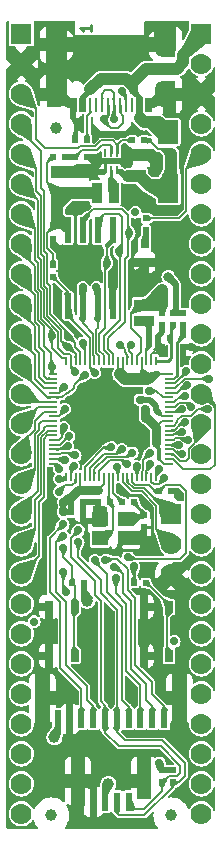
<source format=gbr>
%TF.GenerationSoftware,KiCad,Pcbnew,7.0.9-7.0.9~ubuntu22.04.1*%
%TF.CreationDate,2025-04-08T09:34:51+03:00*%
%TF.ProjectId,PICO2-BB48_Rev_A,5049434f-322d-4424-9234-385f5265765f,A*%
%TF.SameCoordinates,PX8321560PY7f50c60*%
%TF.FileFunction,Copper,L1,Top*%
%TF.FilePolarity,Positive*%
%FSLAX46Y46*%
G04 Gerber Fmt 4.6, Leading zero omitted, Abs format (unit mm)*
G04 Created by KiCad (PCBNEW 7.0.9-7.0.9~ubuntu22.04.1) date 2025-04-08 09:34:51*
%MOMM*%
%LPD*%
G01*
G04 APERTURE LIST*
%ADD10C,0.222250*%
%TA.AperFunction,NonConductor*%
%ADD11C,0.222250*%
%TD*%
%TA.AperFunction,FiducialPad,Global*%
%ADD12C,1.000000*%
%TD*%
%TA.AperFunction,SMDPad,CuDef*%
%ADD13R,0.800000X0.800000*%
%TD*%
%TA.AperFunction,SMDPad,CuDef*%
%ADD14R,1.700000X2.000000*%
%TD*%
%TA.AperFunction,SMDPad,CuDef*%
%ADD15R,1.192000X1.746000*%
%TD*%
%TA.AperFunction,SMDPad,CuDef*%
%ADD16R,0.550000X0.500000*%
%TD*%
%TA.AperFunction,SMDPad,CuDef*%
%ADD17R,0.650000X1.050000*%
%TD*%
%TA.AperFunction,SMDPad,CuDef*%
%ADD18R,0.500000X0.550000*%
%TD*%
%TA.AperFunction,SMDPad,CuDef*%
%ADD19R,1.200000X3.100000*%
%TD*%
%TA.AperFunction,SMDPad,CuDef*%
%ADD20R,0.600000X1.550000*%
%TD*%
%TA.AperFunction,SMDPad,CuDef*%
%ADD21R,1.100000X2.200000*%
%TD*%
%TA.AperFunction,ComponentPad*%
%ADD22O,1.200000X2.200000*%
%TD*%
%TA.AperFunction,SMDPad,CuDef*%
%ADD23R,1.100000X2.000000*%
%TD*%
%TA.AperFunction,ComponentPad*%
%ADD24O,1.300000X2.000000*%
%TD*%
%TA.AperFunction,SMDPad,CuDef*%
%ADD25R,0.300000X1.150000*%
%TD*%
%TA.AperFunction,SMDPad,CuDef*%
%ADD26R,0.250000X1.150000*%
%TD*%
%TA.AperFunction,ComponentPad*%
%ADD27R,1.778000X1.778000*%
%TD*%
%TA.AperFunction,ComponentPad*%
%ADD28C,1.778000*%
%TD*%
%TA.AperFunction,SMDPad,CuDef*%
%ADD29R,1.800000X0.900000*%
%TD*%
%TA.AperFunction,SMDPad,CuDef*%
%ADD30R,1.400000X1.200000*%
%TD*%
%TA.AperFunction,SMDPad,CuDef*%
%ADD31R,1.016000X1.016000*%
%TD*%
%TA.AperFunction,HeatsinkPad*%
%ADD32C,1.000000*%
%TD*%
%TA.AperFunction,HeatsinkPad*%
%ADD33R,3.600000X3.600000*%
%TD*%
%TA.AperFunction,HeatsinkPad*%
%ADD34C,1.800000*%
%TD*%
%TA.AperFunction,SMDPad,CuDef*%
%ADD35R,0.200000X0.780000*%
%TD*%
%TA.AperFunction,SMDPad,CuDef*%
%ADD36R,0.780000X0.200000*%
%TD*%
%TA.AperFunction,SMDPad,CuDef*%
%ADD37R,0.900000X1.800000*%
%TD*%
%TA.AperFunction,SMDPad,CuDef*%
%ADD38R,0.250000X0.700000*%
%TD*%
%TA.AperFunction,SMDPad,CuDef*%
%ADD39R,0.600000X2.200000*%
%TD*%
%TA.AperFunction,ViaPad*%
%ADD40C,0.800000*%
%TD*%
%TA.AperFunction,ViaPad*%
%ADD41C,0.700000*%
%TD*%
%TA.AperFunction,ViaPad*%
%ADD42C,1.000000*%
%TD*%
%TA.AperFunction,Conductor*%
%ADD43C,0.254000*%
%TD*%
%TA.AperFunction,Conductor*%
%ADD44C,0.406400*%
%TD*%
%TA.AperFunction,Conductor*%
%ADD45C,0.508000*%
%TD*%
%TA.AperFunction,Conductor*%
%ADD46C,0.203200*%
%TD*%
%TA.AperFunction,Conductor*%
%ADD47C,1.016000*%
%TD*%
%TA.AperFunction,Conductor*%
%ADD48C,0.304800*%
%TD*%
%TA.AperFunction,Conductor*%
%ADD49C,0.762000*%
%TD*%
%TA.AperFunction,Conductor*%
%ADD50C,0.127000*%
%TD*%
%TA.AperFunction,Conductor*%
%ADD51C,0.177800*%
%TD*%
G04 APERTURE END LIST*
D10*
D11*
X7425712Y68349001D02*
X7425712Y67841001D01*
X7425712Y68095001D02*
X6536712Y68095001D01*
X6536712Y68095001D02*
X6663712Y68010334D01*
X6663712Y68010334D02*
X6748379Y67925667D01*
X6748379Y67925667D02*
X6790712Y67841001D01*
D12*
%TO.P,FID1,Fid1,FID\u002A*%
%TO.N,unconnected-(FID1-FID\u002A-PadFid1)*%
X4105000Y1420000D03*
%TD*%
D13*
%TO.P,LED1,1,K*%
%TO.N,GND*%
X12000000Y48238000D03*
%TO.P,LED1,2,A*%
%TO.N,Net-(LED1-A)*%
X12000000Y49762000D03*
%TD*%
D12*
%TO.P,FID3,Fid1,FID\u002A*%
%TO.N,unconnected-(FID3-FID\u002A-PadFid1)*%
X4486000Y59586000D03*
%TD*%
%TO.P,FID2,Fid1,FID\u002A*%
%TO.N,unconnected-(FID2-FID\u002A-PadFid1)*%
X14265000Y1420000D03*
%TD*%
D14*
%TO.P,D1,1,K*%
%TO.N,VSYS*%
X14011000Y54292000D03*
D15*
X14011000Y54419000D03*
%TO.P,D1,2,A*%
%TO.N,VBUS*%
X14011000Y59165000D03*
D14*
X14011000Y59292000D03*
%TD*%
D16*
%TO.P,R18,1*%
%TO.N,+3.3V*%
X14392000Y5230000D03*
%TO.P,R18,2*%
%TO.N,/GPIO2\u005CI2C1_SDA*%
X14392000Y4214000D03*
%TD*%
%TO.P,R17,1*%
%TO.N,+3.3V*%
X13503000Y5230000D03*
%TO.P,R17,2*%
%TO.N,/GPIO3\u005CI2C1_SCL*%
X13503000Y4214000D03*
%TD*%
D17*
%TO.P,RST1,1*%
%TO.N,/RUN*%
X6075000Y19075000D03*
X6075000Y14925000D03*
%TO.P,RST1,2*%
%TO.N,GND*%
X3925000Y19075000D03*
X3925000Y14925000D03*
%TD*%
D18*
%TO.P,R5,1*%
%TO.N,GND*%
X6137000Y58570000D03*
%TO.P,R5,2*%
%TO.N,/USB_CC2*%
X7153000Y58570000D03*
%TD*%
%TO.P,R12,1*%
%TO.N,VSYS*%
X11979000Y58570000D03*
%TO.P,R12,2*%
%TO.N,/3V3_EN*%
X10963000Y58570000D03*
%TD*%
D19*
%TO.P,pUEXT1,0,P0*%
%TO.N,GND*%
X3350000Y11350000D03*
X14950000Y11350000D03*
D20*
%TO.P,pUEXT1,1,P1*%
%TO.N,+3.3V*%
X4650000Y9575000D03*
%TO.P,pUEXT1,2,P2*%
%TO.N,GND*%
X5650000Y9575000D03*
%TO.P,pUEXT1,3,P3*%
%TO.N,/GPIO0\u005CUART0_TX*%
X6650000Y9575000D03*
%TO.P,pUEXT1,4,P4*%
%TO.N,/GPIO1\u005CUART0_RX*%
X7650000Y9575000D03*
%TO.P,pUEXT1,5,P5*%
%TO.N,/GPIO3\u005CI2C1_SCL*%
X8650000Y9575000D03*
%TO.P,pUEXT1,6,P6*%
%TO.N,/GPIO2\u005CI2C1_SDA*%
X9650000Y9575000D03*
%TO.P,pUEXT1,7,P7*%
%TO.N,/GPIO4\u005CSPI0_RX(MISO)*%
X10650000Y9575000D03*
%TO.P,pUEXT1,8,P8*%
%TO.N,/GPIO7\u005CSPI0_TX(MOSI)*%
X11650000Y9575000D03*
%TO.P,pUEXT1,9,P9*%
%TO.N,/GPIO6\u005CSPI0_SCK(SCK)*%
X12650000Y9575000D03*
%TO.P,pUEXT1,10,P10*%
%TO.N,/GPIO5\u005CSPI0_CSn(CS#)*%
X13650000Y9575000D03*
%TD*%
D17*
%TO.P,BOOT1,1*%
%TO.N,/BOOTSEL#*%
X14075000Y19075000D03*
X14075000Y14925000D03*
%TO.P,BOOT1,2*%
%TO.N,GND*%
X11925000Y19075000D03*
X11925000Y14925000D03*
%TD*%
D16*
%TO.P,R15,1*%
%TO.N,Net-(LED1-A)*%
X12106000Y50950000D03*
%TO.P,R15,2*%
%TO.N,/GPIO25\u005CUser_Led*%
X12106000Y51966000D03*
%TD*%
D21*
%TO.P,USB-C1,0,SHELL*%
%TO.N,GND*%
X4222400Y62470000D03*
D22*
X4830000Y62470000D03*
X13470000Y62470000D03*
D21*
X14077600Y62470000D03*
D23*
X4222400Y66650000D03*
D24*
X4830000Y66650000D03*
X13470000Y66650000D03*
D23*
X14077600Y66650000D03*
D25*
%TO.P,USB-C1,A1,GND*%
X12475000Y61568000D03*
%TO.P,USB-C1,A4,VBUS*%
%TO.N,VBUS*%
X11675000Y61568000D03*
D26*
%TO.P,USB-C1,A5,CC1*%
%TO.N,/USB_CC1*%
X10400000Y61568000D03*
%TO.P,USB-C1,A6,DP1*%
%TO.N,/USB_D+*%
X9400000Y61568000D03*
%TO.P,USB-C1,A7,DN1*%
%TO.N,/USB_D-*%
X8900000Y61568000D03*
%TO.P,USB-C1,A8,SBU1*%
%TO.N,unconnected-(USB-C1-SBU1-PadA8)*%
X7900000Y61568000D03*
D25*
%TO.P,USB-C1,A9,VBUS*%
%TO.N,VBUS*%
X6625000Y61568000D03*
%TO.P,USB-C1,A12,GND*%
%TO.N,GND*%
X5825000Y61568000D03*
%TO.P,USB-C1,B1,GND*%
X6075000Y61568000D03*
%TO.P,USB-C1,B4,VBUS*%
%TO.N,VBUS*%
X6875000Y61568000D03*
D26*
%TO.P,USB-C1,B5,CC2*%
%TO.N,/USB_CC2*%
X7400000Y61568000D03*
%TO.P,USB-C1,B6,DP2*%
%TO.N,/USB_D+*%
X8400000Y61568000D03*
%TO.P,USB-C1,B7,DN2*%
%TO.N,/USB_D-*%
X9900000Y61568000D03*
%TO.P,USB-C1,B8,SBU2*%
%TO.N,unconnected-(USB-C1-SBU2-PadB8)*%
X10900000Y61568000D03*
D25*
%TO.P,USB-C1,B9,VBUS*%
%TO.N,VBUS*%
X11425000Y61568000D03*
%TO.P,USB-C1,B12,GND*%
%TO.N,GND*%
X12225000Y61568000D03*
%TD*%
D18*
%TO.P,R13,1*%
%TO.N,Net-(U2-FB)*%
X5248000Y57173000D03*
%TO.P,R13,2*%
%TO.N,+3.3V*%
X4232000Y57173000D03*
%TD*%
D16*
%TO.P,C14,1*%
%TO.N,/+1V1*%
X13503000Y43965000D03*
%TO.P,C14,2*%
%TO.N,GND*%
X13503000Y42949000D03*
%TD*%
D27*
%TO.P,SWD1,1*%
%TO.N,/SWDIO*%
X14265000Y26940000D03*
D28*
%TO.P,SWD1,2*%
%TO.N,/SWCLK*%
X14265000Y24400000D03*
%TO.P,SWD1,3*%
%TO.N,GND*%
X14265000Y21860000D03*
%TD*%
D29*
%TO.P,L1,1,1*%
%TO.N,/+1V1*%
X11979000Y44665000D03*
%TO.P,L1,2,2*%
%TO.N,Net-(U3-VREG_LX)*%
X11979000Y43265000D03*
%TD*%
D18*
%TO.P,R2,1*%
%TO.N,+3.3V*%
X6899000Y21105000D03*
%TO.P,R2,2*%
%TO.N,/RUN*%
X5883000Y21105000D03*
%TD*%
D30*
%TO.P,Q1,1,1*%
%TO.N,Net-(C20-Pad1)*%
X10412000Y26477000D03*
%TO.P,Q1,2,2*%
%TO.N,Net-(U3-XIN)*%
X8212000Y24877000D03*
%TO.P,Q1,3,case*%
%TO.N,GND*%
X10412000Y24877000D03*
X8212000Y26477000D03*
%TD*%
D18*
%TO.P,C21,1*%
%TO.N,Net-(U3-XIN)*%
X9058000Y27963000D03*
%TO.P,C21,2*%
%TO.N,GND*%
X8042000Y27963000D03*
%TD*%
D16*
%TO.P,FB1,1,1*%
%TO.N,+3.3V*%
X15281000Y43965000D03*
%TO.P,FB1,2,2*%
%TO.N,/ADC_AVDD*%
X15281000Y42949000D03*
%TD*%
D31*
%TO.P,C22,1*%
%TO.N,VSYS*%
X11598000Y55522000D03*
%TO.P,C22,2*%
%TO.N,GND*%
X11598000Y57300000D03*
%TD*%
D18*
%TO.P,C2,1*%
%TO.N,/RUN*%
X13249000Y28852000D03*
%TO.P,C2,2*%
%TO.N,GND*%
X14265000Y28852000D03*
%TD*%
D32*
%TO.P,U3,81,GND(EPAD)*%
%TO.N,GND*%
X7950000Y33730000D03*
X10350000Y33800000D03*
D33*
X9150000Y35000000D03*
D34*
X9150000Y35000000D03*
D32*
X7950000Y36200000D03*
X10350000Y36200000D03*
D35*
%TO.P,U3,80,GPIO3/SPI0_TX/UART0_RTS/I2C1_SCL/PWM1_B/SIO/PIO0/PIO1/PIO2/TRACEDATA1/USB_OVCUR_DET/UART0_RX*%
%TO.N,/GPIO3\u005CI2C1_SCL*%
X5350000Y39896500D03*
%TO.P,U3,79,GPIO2/SPI0_SCK/UART0_CTS/I2C1_SDA/PWM1_A/SIO/PIO0/PIO1/PIO2/TRACEDATA0/USB_VBUS_EN/UART0_TX*%
%TO.N,/GPIO2\u005CI2C1_SDA*%
X5750000Y39896500D03*
%TO.P,U3,78,GPIO1/SPI0_CSn/UART0_RX/I2C0_SCL/PWM0_B/SIO/PIO0/PIO1/PIO2/TRACECLK/USB_VBUS_DET*%
%TO.N,/GPIO1\u005CUART0_RX*%
X6150000Y39896500D03*
%TO.P,U3,77,GPIO0/SPI0_RX/UART0_TX/I2C0_SDA/PWM0_A/SIO/PIO0/PIO1/PIO2/QMI_CS1n/USB_OVCUR_DET*%
%TO.N,/GPIO0\u005CUART0_TX*%
X6550000Y39896500D03*
%TO.P,U3,76,IOVDD*%
%TO.N,+3.3V*%
X6950000Y39896500D03*
%TO.P,U3,75,QSPI_SSn/QMI_CS0n/UART1_RTS/I2C1_SCL/SIO/UART1_RX*%
%TO.N,/QSPI_CSn*%
X7350000Y39896500D03*
%TO.P,U3,74,QSPI_SD1/QMI_SD1/UART0_RX/I2C0_SCL/SIO*%
%TO.N,/QSPI_SD1*%
X7750000Y39896500D03*
%TO.P,U3,73,QSPI_SD2/QMI_SD2/UART0_CTS/I2C1_SDA/SIO/UART0_TX*%
%TO.N,/QSPI_SD2*%
X8150000Y39896500D03*
%TO.P,U3,72,QSPI_SD0/QMI_SD0/UART0_TX/I2C0_SDA/SIO*%
%TO.N,/QSPI_SD0*%
X8550000Y39896500D03*
%TO.P,U3,71,QSPI_SCLK/QMI_SCK/UART1_CTS/I2C1_SDA/SIO/UART1_TX*%
%TO.N,/QSPI_CLK*%
X8950000Y39896500D03*
%TO.P,U3,70,QSPI_SD3/QMI_SD3/UART0_RTS/I2C1_SCL/SIO/UART0_RX*%
%TO.N,/QSPI_SD3*%
X9350000Y39896500D03*
%TO.P,U3,69,QSPI_IOVDD*%
%TO.N,+3.3V*%
X9750000Y39896500D03*
%TO.P,U3,68,USB_OTP_VDD*%
X10150000Y39896500D03*
%TO.P,U3,67,USB_DP/UART1_TX/I2C0_SDA/SIO*%
%TO.N,/D+*%
X10550000Y39896500D03*
%TO.P,U3,66,USB_DM/UART1_RX/I2C0_SCL/SIO*%
%TO.N,/D-*%
X10950000Y39896500D03*
%TO.P,U3,65,VREG_FB*%
%TO.N,/+1V1*%
X11350000Y39896500D03*
%TO.P,U3,64,VREG_VIN*%
%TO.N,+3.3V*%
X11750000Y39896500D03*
%TO.P,U3,63,VREG_LX*%
%TO.N,Net-(U3-VREG_LX)*%
X12150000Y39896500D03*
%TO.P,U3,62,VREG_PGND*%
%TO.N,GND*%
X12550000Y39896500D03*
%TO.P,U3,61,VREG_AVDD*%
%TO.N,/VREG_AVDD*%
X12950000Y39896500D03*
D36*
%TO.P,U3,60,IOVDD*%
%TO.N,+3.3V*%
X14046500Y38800000D03*
%TO.P,U3,59,ADC_AVDD*%
%TO.N,/ADC_AVDD*%
X14046500Y38400000D03*
%TO.P,U3,58,GPIO47_ADC7/SPI1_TX/UART0_RTS/I2C1_SCL/PWM11_B/SIO/PIO0/PIO1/PIO2/QMI_CS1n/USB_VBUS_EN/UART0_RX*%
%TO.N,/GPIO47*%
X14046500Y38000000D03*
%TO.P,U3,57,GPIO46_ADC6/SPI1_SCK/UART0_CTS/I2C1_SDA/PWM11_A/SIO/PIO0/PIO1/PIO2/USB_VBUS_DET/UART0_TX*%
%TO.N,/GPIO46*%
X14046500Y37600000D03*
%TO.P,U3,56,GPIO45_ADC5/SPI1_CSn/UART0_RX/I2C0_SCL/PWM10_B/SIO/PIO0/PIO1/PIO2/USB_OVCUR_DET*%
%TO.N,/GPIO45*%
X14046500Y37200000D03*
%TO.P,U3,55,GPIO44_ADC4/SPI1_RX/UART0_TX/I2C0_SDA/PWM10_A/SIO/PIO0/PIO1/PIO2/USB_VBUS_EN*%
%TO.N,/GPIO44*%
X14046500Y36800000D03*
%TO.P,U3,54,GPIO43_ADC3/SPI1_TX/UART1_RTS/I2C1_SCL/PWM9_B/SIO/PIO0/PIO1/PIO2/USB_VBUS_DET/UART1_RX*%
%TO.N,/GPIO43*%
X14046500Y36400000D03*
%TO.P,U3,53,GPIO42_ADC2/SPI1_SCK/UART1_CTS/I2C1_SDA/PWM9_A/SIO/PIO0/PIO1/PIO2/USB_OVCUR_DET/UART1_TX*%
%TO.N,/GPIO42*%
X14046500Y36000000D03*
%TO.P,U3,52,GPIO41_ADC1/SPI1_CSn/UART1_RX/I2C0_SCL/PWM8_B/SIO/PIO0/PIO1/PIO2/USB_VBUS_EN*%
%TO.N,/GPIO41*%
X14046500Y35600000D03*
%TO.P,U3,51,DVDD*%
%TO.N,/+1V1*%
X14046500Y35200000D03*
%TO.P,U3,50,IOVDD*%
%TO.N,+3.3V*%
X14046500Y34800000D03*
%TO.P,U3,49,GPIO40_ADC0/SPI1_RX/UART1_TX/I2C0_SDA/PWM8_A/SIO/PIO0/PIO1/PIO2/USB_VBUS_DET*%
%TO.N,/GPIO40*%
X14046500Y34400000D03*
%TO.P,U3,48,GPIO39/SPI0_TX/UART1_RTS/I2C1_SCL/PWM11_B/SIO/PIO0/PIO1/PIO2/USB_OVCUR_DET/UART1_RX*%
%TO.N,/GPIO39*%
X14046500Y34000000D03*
%TO.P,U3,47,GPIO38/SPI0_SCK/UART1_CTS/I2C1_SDA/PWM11_A/SIO/PIO0/PIO1/PIO2/USB_VBUS_EN/UART1_TX*%
%TO.N,/GPIO38*%
X14046500Y33600000D03*
%TO.P,U3,46,GPIO37/SPI0_CSn/UART1_RX/I2C0_SCL/PWM10_B/SIO/PIO0/PIO1/PIO2/USB_VBUS_DET*%
%TO.N,/GPIO37*%
X14046500Y33200000D03*
%TO.P,U3,45,GPIO36/SPI0_RX/UART1_TX/I2C0_SDA/PWM10_A/SIO/PIO0/PIO1/PIO2/USB_OVCUR_DET*%
%TO.N,/GPIO36*%
X14046500Y32800000D03*
%TO.P,U3,44,GPIO35/SPI0_TX/UART0_RTS/I2C1_SCL/PWM9_B/SIO/PIO0/PIO1/PIO2/USB_VBUS_EN/UART0_RX*%
%TO.N,/GPIO35*%
X14046500Y32400000D03*
%TO.P,U3,43,GPIO34/SPI0_SCK/UART0_CTS/I2C1_SDA/PWM9_A/SIO/PIO0/PIO1/PIO2/USB_VBUS_DET/UART0_TX*%
%TO.N,/GPIO34*%
X14046500Y32000000D03*
%TO.P,U3,42,GPIO33/SPI0_CSn/UART0_RX/I2C0_SCL/PWM8_B/SIO/PIO0/PIO1/PIO2/USB_OVCUR_DET*%
%TO.N,/GPIO33*%
X14046500Y31600000D03*
%TO.P,U3,41,IOVDD*%
%TO.N,+3.3V*%
X14046500Y31200000D03*
D35*
%TO.P,U3,40,GPIO32/SPI0_RX/UART0_TX/I2C0_SDA/PWM8_A/SIO/PIO0/PIO1/PIO2/USB_VBUS_EN*%
%TO.N,/GPIO32*%
X12950000Y30103500D03*
%TO.P,U3,39,GPIO31/SPI1_TX/UART0_RTS/I2C1_SCL/PWM7_B/SIO/PIO0/PIO1/PIO2/USB_VBUS_DET/UART0_RX*%
%TO.N,/GPIO31*%
X12550000Y30103500D03*
%TO.P,U3,38,GPIO30/SPI1_SCK/UART0_CTS/I2C1_SDA/PWM7_A/SIO/PIO0/PIO1/PIO2/USB_OVCUR_DET/UART0_TX*%
%TO.N,/GPIO30*%
X12150000Y30103500D03*
%TO.P,U3,37,GPIO29/SPI1_CSn/UART0_RX/I2C0_SCL/PWM6_B/SIO/PIO0/PIO1/PIO2/USB_VBUS_EN*%
%TO.N,/GPIO29*%
X11750000Y30103500D03*
%TO.P,U3,36,GPIO28/SPI1_RX/UART0_TX/I2C0_SDA/PWM6_A/SIO/PIO0/PIO1/PIO2/USB_VBUS_DET*%
%TO.N,/GPIO28*%
X11350000Y30103500D03*
%TO.P,U3,35,RUN(RESET#)*%
%TO.N,/RUN*%
X10950000Y30103500D03*
%TO.P,U3,34,SWDIO*%
%TO.N,/SWDIO*%
X10550000Y30103500D03*
%TO.P,U3,33,SWCLK*%
%TO.N,/SWCLK*%
X10150000Y30103500D03*
%TO.P,U3,32,DVDD*%
%TO.N,/+1V1*%
X9750000Y30103500D03*
%TO.P,U3,31,XOUT*%
%TO.N,Net-(U3-XOUT)*%
X9350000Y30103500D03*
%TO.P,U3,30,XIN*%
%TO.N,Net-(U3-XIN)*%
X8950000Y30103500D03*
%TO.P,U3,29,IOVDD*%
%TO.N,+3.3V*%
X8550000Y30103500D03*
%TO.P,U3,28,GPIO27/SPI1_TX/UART1_RTS/I2C1_SCL/PWM5_B/SIO/PIO0/PIO1/PIO2/USB_OVCUR_DET/UART1_RX*%
%TO.N,/GPIO27*%
X8150000Y30103500D03*
%TO.P,U3,27,GPIO26/SPI1_SCK/UART1_CTS/I2C1_SDA/PWM5_A/SIO/PIO0/PIO1/PIO2/USB_VBUS_EN/UART1_TX*%
%TO.N,/GPIO26*%
X7750000Y30103500D03*
%TO.P,U3,26,GPIO25/SPI1_CSn/UART1_RX/I2C0_SCL/PWM4_B/SIO/PIO0/PIO1/PIO2/CLOCK_GPOUT3/USB_VBUS_DET*%
%TO.N,/GPIO25\u005CUser_Led*%
X7350000Y30103500D03*
%TO.P,U3,25,GPIO24/SPI1_RX/UART1_TX/I2C0_SDA/PWM4_A/SIO/PIO0/PIO1/PIO2/CLOCK_GPOUT2/USB_OVCUR_DET*%
%TO.N,/GPIO24\u005CSPI1_RX\u005CSD_DAT0*%
X6950000Y30103500D03*
%TO.P,U3,24,IOVDD*%
%TO.N,+3.3V*%
X6550000Y30103500D03*
%TO.P,U3,23,GPIO23/SPI0_TX/UART1_RTS/I2C1_SCL/PWM3_B/SIO/PIO0/PIO1/PIO2/CLOCK_GPOUT1/USB_VBUS_EN/UART1_RX*%
%TO.N,/GPIO23*%
X6150000Y30103500D03*
%TO.P,U3,22,GPIO22/SPI0_SCK/UART1_CTS/I2C1_SDA/PWM3_A/SIO/PIO0/PIO1/PIO2/CLOCK_GPIN1/USB_VBUS_DET/UART1_TX*%
%TO.N,/GPIO22*%
X5750000Y30103500D03*
%TO.P,U3,21,GPIO21/SPI0_CSn/UART1_RX/I2C0_SCL/PWM2_B/SIO/PIO0/PIO1/PIO2/CLOCK_GPOUT0/USB_OVCUR_DET*%
%TO.N,/GPIO21*%
X5350000Y30103500D03*
D36*
%TO.P,U3,20,GPIO20/SPI0_RX/UART1_TX/I2C0_SDA/PWM2_A/SIO/PIO0/PIO1/PIO2/CLOCK_GPIN0/USB_VBUS_EN*%
%TO.N,/GPIO20*%
X4253500Y31200000D03*
%TO.P,U3,19,GPIO19/HSTX/SPI0_TX/UART0_RTS/I2C1_SCL/PWM1_B/SIO/PIO0/PIO1/PIO2/QMI_CS1n/USB_VBUS_DET/UART0_RX*%
%TO.N,/GPIO19*%
X4253500Y31600000D03*
%TO.P,U3,18,GPIO18/HSTX/SPI0_SCK/UART0_CTS/I2C1_SDA/PWM1_A/SIO/PIO0/PIO1/PIO2/USB_OVCUR_DET/UART0_TX*%
%TO.N,/GPIO18*%
X4253500Y32000000D03*
%TO.P,U3,17,GPIO17/HSTX/SPI0_CSn/UART0_RX/I2C0_SCL/PWM0_B/SIO/PIO0/PIO1/PIO2/USB_VBUS_EN*%
%TO.N,/GPIO17*%
X4253500Y32400000D03*
%TO.P,U3,16,GPIO16/HSTX/SPI0_RX/UART0_TX/I2C0_SDA/PWM0_A/SIO/PIO0/PIO1/PIO2/USB_VBUS_DET*%
%TO.N,/GPIO16*%
X4253500Y32800000D03*
%TO.P,U3,15,IOVDD*%
%TO.N,+3.3V*%
X4253500Y33200000D03*
%TO.P,U3,14,GPIO15/HSTX/SPI1_TX/UART0_RTS/I2C1_SCL/PWM7_B/SIO/PIO0/PIO1/PIO2/CLOCK_GPOUT1/USB_OVCUR_DET/UART0_RX*%
%TO.N,/GPIO15*%
X4253500Y33600000D03*
%TO.P,U3,13,GPIO14/HSTX/SPI1_SCK/UART0_CTS/I2C1_SDA/PWM7_A/SIO/PIO0/PIO1/PIO2/CLOCK_GPIN1/USB_VBUS_EN/UART0_TX*%
%TO.N,/GPIO14*%
X4253500Y34000000D03*
%TO.P,U3,12,GPIO13/HSTX/SPI1_CSn/UART0_RX/I2C0_SCL/PWM6_B/SIO/PIO0/PIO1/PIO2/CLOCK_GPOUT0/USB_VBUS_DET*%
%TO.N,/GPIO13*%
X4253500Y34400000D03*
%TO.P,U3,11,GPIO12/HSTX/SPI1_RX/UART0_TX/I2C0_SDA/PWM6_A/SIO/PIO0/PIO1/PIO2/CLOCK_GPIN0/USB_OVCUR_DET*%
%TO.N,/GPIO12*%
X4253500Y34800000D03*
%TO.P,U3,10,DVDD*%
%TO.N,/+1V1*%
X4253500Y35200000D03*
%TO.P,U3,9,GPIO11/SPI1_TX/UART1_RTS/I2C1_SCL/PWM5_B/SIO/PIO0/PIO1/PIO2/USB_VBUS_EN/UART1_RX*%
%TO.N,/GPIO11\u005CSPI1_TX\u005CSD_CMD*%
X4253500Y35600000D03*
%TO.P,U3,8,GPIO10/SPI1_SCK/UART1_CTS/I2C1_SDA/PWM5_A/SIO/PIO0/PIO1/PIO2/USB_VBUS_DET/UART1_TX*%
%TO.N,/GPIO10\u005CSPI1_SCK\u005CSD_CLK*%
X4253500Y36000000D03*
%TO.P,U3,7,GPIO9/SPI1_CSn/UART1_RX/I2C0_SCL/PWM4_B/SIO/PIO0/PIO1/PIO2/USB_OVCUR_DET*%
%TO.N,/GPIO9\u005CSPI1_CSn*%
X4253500Y36400000D03*
%TO.P,U3,6,GPIO8/SPI1_RX/UART1_TX/I2C0_SDA/PWM4_A/SIO/PIO0/PIO1/PIO2/QMI_CS1n/USB_VBUS_EN*%
%TO.N,/GPIO8\u005CQMI_CS1n*%
X4253500Y36800000D03*
%TO.P,U3,5,IOVDD*%
%TO.N,+3.3V*%
X4253500Y37200000D03*
%TO.P,U3,4,GPIO7/SPI0_TX/UART1_RTS/I2C1_SCL/PWM3_B/SIO/PIO0/PIO1/PIO2/USB_VBUS_DET/UART1_RX*%
%TO.N,/GPIO7\u005CSPI0_TX(MOSI)*%
X4253500Y37600000D03*
%TO.P,U3,3,GPIO6/SPI0_SCK/UART1_CTS/I2C1_SDA/PWM3_A/SIO/PIO0/PIO1/PIO2/USB_OVCUR_DET/UART1_TX*%
%TO.N,/GPIO6\u005CSPI0_SCK(SCK)*%
X4253500Y38000000D03*
%TO.P,U3,2,GPIO5/SPI0_CSn/UART1_RX/I2C0_SCL/PWM2_B/SIO/PIO0/PIO1/PIO2/TRACEDATA3/USB_VBUS_EN*%
%TO.N,/GPIO5\u005CSPI0_CSn(CS#)*%
X4253500Y38400000D03*
%TO.P,U3,1,GPIO4/SPI0_RX/UART1_TX/I2C0_SDA/PWM2_A/SIO/PIO0/PIO1/PIO2/TRACEDATA2/USB_VBUS_DET*%
%TO.N,/GPIO4\u005CSPI0_RX(MISO)*%
X4253500Y38800000D03*
%TD*%
D37*
%TO.P,L2,1,1*%
%TO.N,+3.3V*%
X7977000Y54125000D03*
%TO.P,L2,2,2*%
%TO.N,/SW1*%
X9377000Y54125000D03*
%TD*%
D38*
%TO.P,U2,1,GND*%
%TO.N,GND*%
X8685000Y56042000D03*
%TO.P,U2,2,SW*%
%TO.N,/SW1*%
X9185000Y56042000D03*
%TO.P,U2,3,VIN*%
%TO.N,VSYS*%
X9685000Y56042000D03*
%TO.P,U2,4,EN*%
%TO.N,/3V3_EN*%
X9685000Y57542000D03*
%TO.P,U2,5,FB*%
%TO.N,Net-(U2-FB)*%
X9185000Y57542000D03*
%TO.P,U2,6,PG*%
%TO.N,unconnected-(U2-PG-Pad6)*%
X8685000Y57542000D03*
%TD*%
D16*
%TO.P,R3,1*%
%TO.N,+3.3V*%
X14392000Y43965000D03*
%TO.P,R3,2*%
%TO.N,/VREG_AVDD*%
X14392000Y42949000D03*
%TD*%
%TO.P,C20,1*%
%TO.N,Net-(C20-Pad1)*%
X11979000Y26820000D03*
%TO.P,C20,2*%
%TO.N,GND*%
X11979000Y25804000D03*
%TD*%
D18*
%TO.P,C18,1*%
%TO.N,/VREG_AVDD*%
X14138000Y41806000D03*
%TO.P,C18,2*%
%TO.N,GND*%
X13122000Y41806000D03*
%TD*%
D31*
%TO.P,C24,1*%
%TO.N,+3.3V*%
X6264000Y54125000D03*
%TO.P,C24,2*%
%TO.N,GND*%
X6264000Y55903000D03*
%TD*%
D18*
%TO.P,R11,1*%
%TO.N,/QSPI_CSn*%
X11090000Y21105000D03*
%TO.P,R11,2*%
%TO.N,/BOOTSEL#*%
X12106000Y21105000D03*
%TD*%
D16*
%TO.P,R1,1*%
%TO.N,+3.3V*%
X4232000Y48029000D03*
%TO.P,R1,2*%
%TO.N,/QSPI_CSn*%
X4232000Y47013000D03*
%TD*%
%TO.P,C1,1*%
%TO.N,GND*%
X4232000Y50188000D03*
%TO.P,C1,2*%
%TO.N,+3.3V*%
X4232000Y51204000D03*
%TD*%
D39*
%TO.P,U1,1,#CS*%
%TO.N,/QSPI_CSn*%
X5502000Y44540000D03*
%TO.P,U1,2,DO(IO1)*%
%TO.N,/QSPI_SD1*%
X6772000Y44540000D03*
%TO.P,U1,3,#WP(IO2)*%
%TO.N,/QSPI_SD2*%
X8042000Y44540000D03*
%TO.P,U1,4,GND*%
%TO.N,GND*%
X9312000Y44540000D03*
%TO.P,U1,5,DI(IO0)*%
%TO.N,/QSPI_SD0*%
X9312000Y51010000D03*
%TO.P,U1,6,CLK*%
%TO.N,/QSPI_CLK*%
X8042000Y51010000D03*
%TO.P,U1,7,#HOLD(IO3)*%
%TO.N,/QSPI_SD3*%
X6772000Y51010000D03*
%TO.P,U1,8,VCC*%
%TO.N,+3.3V*%
X5502000Y51010000D03*
%TD*%
D18*
%TO.P,R9,1*%
%TO.N,Net-(C20-Pad1)*%
X11090000Y27963000D03*
%TO.P,R9,2*%
%TO.N,Net-(U3-XOUT)*%
X10074000Y27963000D03*
%TD*%
D31*
%TO.P,C25,1*%
%TO.N,+3.3V*%
X4613000Y54125000D03*
%TO.P,C25,2*%
%TO.N,GND*%
X4613000Y55903000D03*
%TD*%
D18*
%TO.P,R14,1*%
%TO.N,Net-(U2-FB)*%
X6137000Y57173000D03*
%TO.P,R14,2*%
%TO.N,GND*%
X7153000Y57173000D03*
%TD*%
D19*
%TO.P,QWST1,0*%
%TO.N,GND*%
X6350000Y4350000D03*
X11950000Y4350000D03*
D20*
%TO.P,QWST1,1,GND*%
X7650000Y2575000D03*
%TO.P,QWST1,2,VCC*%
%TO.N,+3.3V*%
X8650000Y2575000D03*
%TO.P,QWST1,3,SDA*%
%TO.N,/GPIO2\u005CI2C1_SDA*%
X9650000Y2575000D03*
%TO.P,QWST1,4,SCL*%
%TO.N,/GPIO3\u005CI2C1_SCL*%
X10650000Y2575000D03*
%TD*%
D16*
%TO.P,C19,1*%
%TO.N,/ADC_AVDD*%
X15281000Y42060000D03*
%TO.P,C19,2*%
%TO.N,GND*%
X15281000Y41044000D03*
%TD*%
D18*
%TO.P,C6,1*%
%TO.N,+3.3V*%
X5756000Y27074000D03*
%TO.P,C6,2*%
%TO.N,GND*%
X6772000Y27074000D03*
%TD*%
%TO.P,C5,1*%
%TO.N,+3.3V*%
X5756000Y27963000D03*
%TO.P,C5,2*%
%TO.N,GND*%
X6772000Y27963000D03*
%TD*%
D27*
%TO.P,EXT2,1*%
%TO.N,VBUS*%
X16805000Y67587000D03*
D28*
%TO.P,EXT2,2*%
%TO.N,VSYS*%
X16805000Y65047000D03*
%TO.P,EXT2,3*%
%TO.N,GND*%
X16805000Y62507000D03*
%TO.P,EXT2,4*%
%TO.N,/GPIO24\u005CSPI1_RX\u005CSD_DAT0*%
X16805000Y59967000D03*
%TO.P,EXT2,5*%
%TO.N,/GPIO25\u005CUser_Led*%
X16805000Y57427000D03*
%TO.P,EXT2,6*%
%TO.N,/GPIO26*%
X16805000Y54887000D03*
%TO.P,EXT2,7*%
%TO.N,/GPIO27*%
X16805000Y52347000D03*
%TO.P,EXT2,8*%
%TO.N,/GPIO28*%
X16805000Y49807000D03*
%TO.P,EXT2,9*%
%TO.N,/GPIO29*%
X16805000Y47267000D03*
%TO.P,EXT2,10*%
%TO.N,/GPIO30*%
X16805000Y44727000D03*
%TO.P,EXT2,11*%
%TO.N,/GPIO31*%
X16805000Y42187000D03*
%TO.P,EXT2,12*%
%TO.N,/GPIO32*%
X16805000Y39647000D03*
%TO.P,EXT2,13*%
%TO.N,/GPIO33*%
X16805000Y37107000D03*
%TO.P,EXT2,14*%
%TO.N,/GPIO34*%
X16805000Y34567000D03*
%TO.P,EXT2,15*%
%TO.N,/GPIO35*%
X16805000Y32027000D03*
%TO.P,EXT2,16*%
%TO.N,/GPIO36*%
X16805000Y29487000D03*
%TO.P,EXT2,17*%
%TO.N,/GPIO37*%
X16805000Y26947000D03*
%TO.P,EXT2,18*%
%TO.N,/GPIO38*%
X16805000Y24407000D03*
%TO.P,EXT2,19*%
%TO.N,/GPIO39*%
X16805000Y21867000D03*
%TO.P,EXT2,20*%
%TO.N,/GPIO40*%
X16805000Y19327000D03*
%TO.P,EXT2,21*%
%TO.N,/GPIO41*%
X16805000Y16787000D03*
%TO.P,EXT2,22*%
%TO.N,/GPIO42*%
X16805000Y14247000D03*
%TO.P,EXT2,23*%
%TO.N,/GPIO43*%
X16805000Y11707000D03*
%TO.P,EXT2,24*%
%TO.N,/GPIO44*%
X16805000Y9167000D03*
%TO.P,EXT2,25*%
%TO.N,/GPIO45*%
X16805000Y6627000D03*
%TO.P,EXT2,26*%
%TO.N,/GPIO46*%
X16805000Y4087000D03*
%TO.P,EXT2,27*%
%TO.N,/GPIO47*%
X16805000Y1547000D03*
%TD*%
D27*
%TO.P,EXT1,1*%
%TO.N,+3.3V*%
X1565000Y67587000D03*
D28*
%TO.P,EXT1,2*%
%TO.N,GND*%
X1565000Y65047000D03*
%TO.P,EXT1,3*%
%TO.N,/3V3_EN*%
X1565000Y62507000D03*
%TO.P,EXT1,4*%
%TO.N,/GPIO0\u005CUART0_TX*%
X1565000Y59967000D03*
%TO.P,EXT1,5*%
%TO.N,/GPIO1\u005CUART0_RX*%
X1565000Y57427000D03*
%TO.P,EXT1,6*%
%TO.N,/GPIO2\u005CI2C1_SDA*%
X1565000Y54887000D03*
%TO.P,EXT1,7*%
%TO.N,/GPIO3\u005CI2C1_SCL*%
X1565000Y52347000D03*
%TO.P,EXT1,8*%
%TO.N,/GPIO4\u005CSPI0_RX(MISO)*%
X1565000Y49807000D03*
%TO.P,EXT1,9*%
%TO.N,/GPIO5\u005CSPI0_CSn(CS#)*%
X1565000Y47267000D03*
%TO.P,EXT1,10*%
%TO.N,/GPIO6\u005CSPI0_SCK(SCK)*%
X1565000Y44727000D03*
%TO.P,EXT1,11*%
%TO.N,/GPIO7\u005CSPI0_TX(MOSI)*%
X1565000Y42187000D03*
%TO.P,EXT1,12*%
%TO.N,/GPIO8\u005CQMI_CS1n*%
X1565000Y39647000D03*
%TO.P,EXT1,13*%
%TO.N,/GPIO9\u005CSPI1_CSn*%
X1565000Y37107000D03*
%TO.P,EXT1,14*%
%TO.N,/GPIO10\u005CSPI1_SCK\u005CSD_CLK*%
X1565000Y34567000D03*
%TO.P,EXT1,15*%
%TO.N,/GPIO11\u005CSPI1_TX\u005CSD_CMD*%
X1565000Y32027000D03*
%TO.P,EXT1,16*%
%TO.N,/GPIO12*%
X1565000Y29487000D03*
%TO.P,EXT1,17*%
%TO.N,/GPIO13*%
X1565000Y26947000D03*
%TO.P,EXT1,18*%
%TO.N,/GPIO14*%
X1565000Y24407000D03*
%TO.P,EXT1,19*%
%TO.N,/GPIO15*%
X1565000Y21867000D03*
%TO.P,EXT1,20*%
%TO.N,/GPIO16*%
X1565000Y19327000D03*
%TO.P,EXT1,21*%
%TO.N,/GPIO17*%
X1565000Y16787000D03*
%TO.P,EXT1,22*%
%TO.N,/GPIO18*%
X1565000Y14247000D03*
%TO.P,EXT1,23*%
%TO.N,/GPIO19*%
X1565000Y11707000D03*
%TO.P,EXT1,24*%
%TO.N,/GPIO20*%
X1565000Y9167000D03*
%TO.P,EXT1,25*%
%TO.N,/GPIO21*%
X1565000Y6627000D03*
%TO.P,EXT1,26*%
%TO.N,/GPIO22*%
X1565000Y4087000D03*
%TO.P,EXT1,27*%
%TO.N,/GPIO23*%
X1565000Y1547000D03*
%TD*%
D40*
%TO.N,GND*%
X12995000Y57046000D03*
D41*
X9058000Y66825000D03*
X9058000Y13866000D03*
X9439000Y6246000D03*
D40*
X10582000Y57681000D03*
D41*
X9693000Y58976400D03*
D42*
X7534000Y4087000D03*
D41*
X6867000Y26312838D03*
D42*
X10836000Y11834000D03*
X14646000Y9167000D03*
D41*
X9947000Y28979000D03*
D42*
X11344000Y47140000D03*
D41*
X10836000Y65047000D03*
X5629000Y35075000D03*
X11598000Y25169000D03*
X12106000Y52855000D03*
D40*
X4867000Y49299000D03*
D41*
X5629000Y36599000D03*
D42*
X11979000Y15898000D03*
D40*
X12995000Y56030000D03*
D41*
X7407000Y13866000D03*
X12360000Y785000D03*
X14849200Y28471000D03*
X3901800Y3858400D03*
D40*
X7407000Y56030000D03*
D42*
X11344000Y45997000D03*
D41*
X6137000Y785000D03*
X14773000Y3325000D03*
D40*
X8042000Y56792000D03*
D42*
X5248000Y12342000D03*
D41*
X4613000Y44092000D03*
X7407000Y65047000D03*
D40*
X10582000Y56665000D03*
D41*
X15916000Y41094800D03*
D40*
X6137000Y46886000D03*
X9312000Y46124000D03*
D41*
X9820000Y23899000D03*
D42*
X13369793Y40923207D03*
X5375000Y7262000D03*
D40*
X6645000Y52855000D03*
D41*
%TO.N,/USB_D-*%
X8550000Y60348000D03*
%TO.N,/USB_D+*%
X9446930Y60347588D03*
D42*
%TO.N,+3.3V*%
X12233000Y38377000D03*
X11090000Y38377000D03*
D41*
X12074000Y35837000D03*
X5146400Y37665800D03*
X5121000Y27074000D03*
X14519000Y16152000D03*
X6772000Y41425000D03*
D42*
X7153000Y19581000D03*
X4359000Y8024000D03*
D41*
X5121000Y27963000D03*
D40*
X14011000Y47013000D03*
D41*
X5171800Y34287600D03*
X13249000Y5865000D03*
D42*
X4613000Y51966000D03*
X8931000Y4087000D03*
D41*
X12074000Y35075000D03*
X2657200Y17828400D03*
D42*
X4613000Y53109000D03*
D41*
%TO.N,/+1V1*%
X9693000Y30941000D03*
D42*
X13503000Y44727000D03*
D41*
X11598000Y36599000D03*
X5248000Y35837000D03*
D42*
X13503000Y45870000D03*
D41*
%TO.N,/RUN*%
X10582000Y23264000D03*
X5121000Y24058000D03*
%TO.N,/GPIO25\u005CUser_Led*%
X10074000Y32408000D03*
%TO.N,/GPIO29*%
X12468200Y32103200D03*
%TO.N,/GPIO7\u005CSPI0_TX(MOSI)*%
X9566000Y21486000D03*
%TO.N,/GPIO5\u005CSPI0_CSn(CS#)*%
X8677000Y23010000D03*
%TO.N,/GPIO4\u005CSPI0_RX(MISO)*%
X4137000Y39393000D03*
X7788000Y23010000D03*
%TO.N,/GPIO0\u005CUART0_TX*%
X5502000Y41933000D03*
X5121000Y26058000D03*
%TO.N,/GPIO1\u005CUART0_RX*%
X5502000Y41076000D03*
X5121000Y25042000D03*
%TO.N,/GPIO18*%
X6137000Y31900000D03*
%TO.N,/GPIO24\u005CSPI1_RX\u005CSD_DAT0*%
X9185000Y32567000D03*
%TO.N,/GPIO20*%
X4790800Y30757000D03*
%TO.N,/GPIO19*%
X5248000Y31519000D03*
%TO.N,/GPIO21*%
X4790800Y29911940D03*
%TO.N,/GPIO23*%
X4772000Y28820000D03*
%TO.N,/GPIO22*%
X5984600Y31011000D03*
%TO.N,/GPIO26*%
X10963000Y32133613D03*
%TO.N,/GPIO27*%
X10531200Y31163400D03*
%TO.N,/GPIO28*%
X11344000Y30960200D03*
%TO.N,/USB_CC1*%
X10099400Y62710200D03*
%TO.N,/D-*%
X10836000Y41272600D03*
%TO.N,/D+*%
X9921600Y41272600D03*
D42*
%TO.N,VSYS*%
X14265000Y57427000D03*
X14265000Y56284000D03*
D41*
%TO.N,/GPIO31*%
X13630000Y29995000D03*
%TO.N,/GPIO30*%
X12461600Y31188800D03*
%TO.N,/GPIO9\u005CSPI1_CSn*%
X5121000Y21994000D03*
X5375000Y20343000D03*
%TO.N,/GPIO8\u005CQMI_CS1n*%
X6924400Y38732600D03*
X11217000Y52474000D03*
%TO.N,/GPIO3\u005CI2C1_SCL*%
X4130400Y42034600D03*
X6391000Y25550000D03*
%TO.N,/GPIO2\u005CI2C1_SDA*%
X6111600Y38986600D03*
X6391000Y24534000D03*
%TO.N,/GPIO17*%
X5476600Y32687400D03*
%TO.N,/GPIO16*%
X5603600Y33525600D03*
%TO.N,/GPIO6\u005CSPI0_SCK(SCK)*%
X9439000Y22451200D03*
%TO.N,/GPIO47*%
X15535000Y39012000D03*
%TO.N,/GPIO46*%
X17440000Y38377000D03*
%TO.N,/GPIO45*%
X15611200Y37818200D03*
%TO.N,/QSPI_CSn*%
X7788000Y38885000D03*
X11090000Y22502000D03*
%TO.N,/GPIO44*%
X12360000Y37361000D03*
%TO.N,/QSPI_CLK*%
X9820000Y49172000D03*
%TO.N,/GPIO40*%
X17344500Y35837000D03*
%TO.N,/QSPI_SD0*%
X8804000Y48156000D03*
%TO.N,/QSPI_SD1*%
X6772000Y46124000D03*
%TO.N,/GPIO41*%
X15157227Y35813150D03*
%TO.N,/GPIO42*%
X15964846Y36030553D03*
%TO.N,/QSPI_SD2*%
X7915000Y46124000D03*
%TO.N,/QSPI_SD3*%
X10709000Y50696000D03*
%TO.N,/GPIO43*%
X15433400Y36929200D03*
%TO.N,/GPIO35*%
X15172800Y32009315D03*
%TO.N,/GPIO32*%
X13249000Y30757000D03*
%TO.N,/GPIO36*%
X14874600Y32789000D03*
%TO.N,/GPIO37*%
X15636600Y33195400D03*
%TO.N,/GPIO38*%
X15137434Y33904076D03*
%TO.N,/GPIO39*%
X15433400Y34694000D03*
%TD*%
D43*
%TO.N,GND*%
X8685000Y55936400D02*
X8550000Y55801400D01*
D44*
X9820000Y24285000D02*
X9820000Y23899000D01*
D45*
X5825000Y61568000D02*
X5526600Y61568000D01*
D43*
X8550000Y55801400D02*
X7635600Y55801400D01*
D45*
X6867000Y26312838D02*
X8047838Y26312838D01*
D46*
X4613000Y44092000D02*
X4613000Y43685600D01*
D45*
X10412000Y24877000D02*
X10704000Y25169000D01*
X12475000Y61568000D02*
X12792600Y61568000D01*
X5375000Y7262000D02*
X5650000Y7537000D01*
D47*
X16768000Y62470000D02*
X16805000Y62507000D01*
D45*
X5526600Y61568000D02*
X4830000Y62264600D01*
D47*
X11598000Y57300000D02*
X10582000Y57300000D01*
D45*
X13122000Y41806000D02*
X13122000Y41933000D01*
X8042000Y26647000D02*
X8212000Y26477000D01*
D47*
X12741000Y57046000D02*
X12487000Y57300000D01*
D45*
X7650000Y3971000D02*
X7534000Y4087000D01*
X11925000Y15952000D02*
X11925000Y19075000D01*
X11979000Y25550000D02*
X11979000Y25804000D01*
D44*
X4867000Y49299000D02*
X4232000Y49934000D01*
D43*
X8685000Y56042000D02*
X8685000Y56784000D01*
D48*
X6075000Y61568000D02*
X5173000Y62470000D01*
D47*
X6264000Y55903000D02*
X6391000Y56030000D01*
D45*
X6772000Y27074000D02*
X6772000Y27963000D01*
X10455000Y56792000D02*
X10582000Y56665000D01*
D43*
X6772000Y26344000D02*
X7026000Y26090000D01*
D48*
X5173000Y62470000D02*
X4830000Y62470000D01*
D45*
X13470000Y62245400D02*
X13470000Y62470000D01*
X14646000Y11046000D02*
X14646000Y9167000D01*
D43*
X6867000Y26312838D02*
X6803162Y26312838D01*
D44*
X14468200Y28852000D02*
X14849200Y28471000D01*
D43*
X12614000Y25804000D02*
X12614000Y27531200D01*
D47*
X14077600Y62470000D02*
X16768000Y62470000D01*
D45*
X13503000Y42314000D02*
X13503000Y42949000D01*
D46*
X4613000Y43685600D02*
X5222600Y43076000D01*
D44*
X4232000Y49934000D02*
X4232000Y50188000D01*
D45*
X6613000Y4087000D02*
X7534000Y4087000D01*
D43*
X10378800Y28547200D02*
X9947000Y28979000D01*
D45*
X6772000Y26344000D02*
X6772000Y27074000D01*
D48*
X12225000Y61568000D02*
X13127000Y62470000D01*
D43*
X7026000Y26090000D02*
X7026000Y24153000D01*
D44*
X14265000Y28852000D02*
X14468200Y28852000D01*
D47*
X12995000Y57046000D02*
X12741000Y57046000D01*
X6391000Y56030000D02*
X7407000Y56030000D01*
D48*
X13127000Y62470000D02*
X13470000Y62470000D01*
D44*
X11344000Y47140000D02*
X11344000Y47394000D01*
D43*
X12614000Y24915000D02*
X12614000Y25804000D01*
D44*
X12000000Y48050000D02*
X12000000Y48238000D01*
D45*
X9312000Y46124000D02*
X9312000Y44540000D01*
D47*
X6264000Y55903000D02*
X4613000Y55903000D01*
D43*
X7635600Y55801400D02*
X7407000Y56030000D01*
D49*
X7407000Y56157000D02*
X7851500Y56601500D01*
D43*
X11598000Y28547200D02*
X10378800Y28547200D01*
D45*
X8677000Y56792000D02*
X10455000Y56792000D01*
D46*
X13046086Y40599500D02*
X13369793Y40923207D01*
D44*
X10412000Y24877000D02*
X9820000Y24285000D01*
D50*
X6137000Y58570000D02*
X6137000Y60602000D01*
D45*
X10704000Y25169000D02*
X11598000Y25169000D01*
D44*
X4830000Y62264600D02*
X4830000Y62470000D01*
D45*
X14950000Y11350000D02*
X14646000Y11046000D01*
D43*
X6803162Y26312838D02*
X6772000Y26344000D01*
D45*
X6350000Y4350000D02*
X6613000Y4087000D01*
X8047838Y26312838D02*
X8212000Y26477000D01*
X13122000Y41933000D02*
X13503000Y42314000D01*
D43*
X7026000Y24153000D02*
X7280000Y23899000D01*
D47*
X12487000Y57300000D02*
X11598000Y57300000D01*
D45*
X8042000Y27963000D02*
X8042000Y26647000D01*
D43*
X7280000Y23899000D02*
X11598000Y23899000D01*
D46*
X13001207Y40923207D02*
X12677500Y40599500D01*
D43*
X8685000Y56784000D02*
X8677000Y56792000D01*
X8685000Y56042000D02*
X8685000Y55936400D01*
D45*
X12792600Y61568000D02*
X13470000Y62245400D01*
D46*
X12677500Y40599500D02*
X13046086Y40599500D01*
D45*
X7153000Y57173000D02*
X7280000Y57173000D01*
D49*
X7851500Y56601500D02*
X8042000Y56792000D01*
D46*
X13369793Y40923207D02*
X13001207Y40923207D01*
X12550000Y40472000D02*
X12550000Y39896500D01*
D45*
X11598000Y25169000D02*
X11979000Y25550000D01*
D46*
X12677500Y40599500D02*
X12550000Y40472000D01*
D50*
X6137000Y60602000D02*
X6075000Y60664000D01*
D45*
X5650000Y7537000D02*
X5650000Y9575000D01*
X7280000Y57173000D02*
X7851500Y56601500D01*
D50*
X6075000Y60664000D02*
X6075000Y61568000D01*
D44*
X15916000Y41094800D02*
X15331800Y41094800D01*
D49*
X10582000Y57300000D02*
X10582000Y56665000D01*
D45*
X7650000Y2575000D02*
X7650000Y3971000D01*
D49*
X10582000Y57681000D02*
X10582000Y57300000D01*
D45*
X6772000Y27963000D02*
X8042000Y27963000D01*
X11979000Y15898000D02*
X11925000Y15952000D01*
D43*
X12614000Y27531200D02*
X11598000Y28547200D01*
D45*
X13122000Y41171000D02*
X13122000Y41806000D01*
D44*
X11344000Y47394000D02*
X12000000Y48050000D01*
X15331800Y41094800D02*
X15281000Y41044000D01*
D49*
X7407000Y56030000D02*
X7407000Y56157000D01*
D45*
X8042000Y56792000D02*
X8677000Y56792000D01*
D43*
X11598000Y23899000D02*
X12614000Y24915000D01*
D47*
X12995000Y56030000D02*
X12995000Y57046000D01*
D45*
X13369793Y40923207D02*
X13122000Y41171000D01*
D43*
X11979000Y25804000D02*
X12614000Y25804000D01*
D51*
%TO.N,/USB_D-*%
X9900000Y60953800D02*
X10201000Y60652800D01*
X10201000Y60043200D02*
X9769200Y59611400D01*
X8550000Y60195600D02*
X8550000Y60348000D01*
X9769200Y59611400D02*
X9134200Y59611400D01*
X10201000Y60652800D02*
X10201000Y60043200D01*
X8550000Y60348000D02*
X8677000Y60348000D01*
D43*
X8900000Y60698000D02*
X8550000Y60348000D01*
X8900000Y61568000D02*
X8900000Y60698000D01*
X9900000Y61568000D02*
X9900000Y60953800D01*
D51*
X9134200Y59611400D02*
X8550000Y60195600D01*
%TO.N,/USB_D+*%
X9159600Y62811800D02*
X9400000Y62571400D01*
D43*
X9400000Y61568000D02*
X9400000Y60394518D01*
D51*
X8677000Y62811800D02*
X9159600Y62811800D01*
X8400000Y61568000D02*
X8400000Y62534800D01*
X9400000Y62571400D02*
X9400000Y61568000D01*
D43*
X9400000Y60394518D02*
X9446930Y60347588D01*
D51*
X8400000Y62534800D02*
X8677000Y62811800D01*
X9446930Y60347588D02*
X9446930Y60467070D01*
D45*
%TO.N,+3.3V*%
X5121000Y27074000D02*
X5121000Y27963000D01*
X5121000Y27074000D02*
X5756000Y27074000D01*
X8650000Y3806000D02*
X8931000Y4087000D01*
X4359000Y51331000D02*
X4232000Y51204000D01*
D49*
X12233000Y35075000D02*
X12995000Y34313000D01*
D50*
X12074000Y35075000D02*
X12074000Y34957292D01*
D46*
X10150000Y39896500D02*
X10150000Y38961000D01*
D50*
X5146400Y37665800D02*
X5146400Y37567650D01*
D46*
X4724500Y33200000D02*
X4253500Y33200000D01*
X14046500Y34800000D02*
X13482000Y34800000D01*
D45*
X5181000Y51331000D02*
X4359000Y51331000D01*
D47*
X12233000Y38377000D02*
X11090000Y38377000D01*
D45*
X5502000Y28344000D02*
X5756000Y28344000D01*
D50*
X3724000Y49426000D02*
X3724000Y50696000D01*
D45*
X13249000Y5865000D02*
X13249000Y5484000D01*
D49*
X5756000Y28344000D02*
X6391000Y28979000D01*
D46*
X11750000Y38860000D02*
X12233000Y38377000D01*
X13624264Y31200000D02*
X13249000Y31575264D01*
D50*
X4778750Y37200000D02*
X4253500Y37200000D01*
D46*
X13122000Y38758000D02*
X13164000Y38800000D01*
X6550000Y29138000D02*
X6391000Y28979000D01*
D45*
X4650000Y8315000D02*
X4650000Y9575000D01*
X5756000Y27074000D02*
X5756000Y27963000D01*
X6899000Y19835000D02*
X6899000Y21105000D01*
D47*
X4613000Y54125000D02*
X4613000Y53109000D01*
D50*
X4232000Y48918000D02*
X3724000Y49426000D01*
D49*
X6391000Y28979000D02*
X8042000Y28979000D01*
D45*
X13122000Y38758000D02*
X12868000Y38758000D01*
D46*
X8550000Y30103500D02*
X8550000Y29487000D01*
D49*
X12995000Y34313000D02*
X12995000Y32916000D01*
D46*
X5171800Y34287600D02*
X4994000Y34109800D01*
D49*
X7977000Y54125000D02*
X7534000Y54125000D01*
D45*
X13249000Y5484000D02*
X13503000Y5230000D01*
D46*
X13164000Y38800000D02*
X14046500Y38800000D01*
D45*
X14646000Y46378000D02*
X14646000Y44219000D01*
D47*
X4613000Y54125000D02*
X5629000Y54125000D01*
D46*
X4994000Y33469500D02*
X4724500Y33200000D01*
D48*
X12995000Y32687400D02*
X13249000Y32433400D01*
D47*
X10328000Y38377000D02*
X11090000Y38377000D01*
D45*
X4232000Y51585000D02*
X4613000Y51966000D01*
D49*
X12074000Y35837000D02*
X12074000Y35075000D01*
D47*
X5629000Y54125000D02*
X6264000Y54125000D01*
X6264000Y54125000D02*
X7534000Y54125000D01*
D46*
X14046500Y31200000D02*
X13624264Y31200000D01*
D45*
X7153000Y19581000D02*
X6899000Y19835000D01*
D46*
X13482000Y34800000D02*
X12995000Y34313000D01*
D45*
X8650000Y2575000D02*
X8650000Y3806000D01*
X14011000Y47013000D02*
X14646000Y46378000D01*
D46*
X11750000Y39896500D02*
X11750000Y38860000D01*
D45*
X12487000Y38377000D02*
X12233000Y38377000D01*
X14392000Y43965000D02*
X15281000Y43965000D01*
X5121000Y27963000D02*
X5502000Y28344000D01*
D50*
X4232000Y48029000D02*
X4232000Y48918000D01*
D46*
X8550000Y29487000D02*
X8042000Y28979000D01*
D45*
X5121000Y27963000D02*
X5756000Y27963000D01*
D50*
X3724000Y55014000D02*
X4613000Y54125000D01*
D45*
X14392000Y5230000D02*
X13503000Y5230000D01*
D46*
X6950000Y40980300D02*
X6950000Y39896500D01*
D47*
X5629000Y54125000D02*
X4613000Y53109000D01*
D45*
X4740000Y51839000D02*
X4613000Y51966000D01*
D47*
X4613000Y53109000D02*
X4613000Y51966000D01*
D45*
X5502000Y51010000D02*
X5502000Y51839000D01*
D46*
X9750000Y39896500D02*
X9750000Y38955000D01*
D45*
X5756000Y27963000D02*
X5756000Y28344000D01*
X5502000Y51839000D02*
X4740000Y51839000D01*
X4359000Y8024000D02*
X4650000Y8315000D01*
D46*
X6772000Y41425000D02*
X6772000Y41158300D01*
D50*
X4232000Y57173000D02*
X3724000Y56665000D01*
X5146400Y37567650D02*
X4778750Y37200000D01*
D48*
X12995000Y32916000D02*
X12995000Y32687400D01*
D45*
X14646000Y44219000D02*
X14392000Y43965000D01*
X5502000Y51010000D02*
X5181000Y51331000D01*
D50*
X3724000Y56665000D02*
X3724000Y55014000D01*
D47*
X9947000Y38758000D02*
X10328000Y38377000D01*
D49*
X12074000Y35075000D02*
X12233000Y35075000D01*
D48*
X13249000Y32433400D02*
X13249000Y31575264D01*
D46*
X9750000Y38955000D02*
X9947000Y38758000D01*
X4994000Y34109800D02*
X4994000Y33469500D01*
D45*
X12868000Y38758000D02*
X12487000Y38377000D01*
X4232000Y51204000D02*
X4232000Y51585000D01*
D46*
X6772000Y41158300D02*
X6950000Y40980300D01*
X6550000Y30103500D02*
X6550000Y29138000D01*
X10150000Y38961000D02*
X9947000Y38758000D01*
D50*
X3724000Y50696000D02*
X4232000Y51204000D01*
%TO.N,/+1V1*%
X11536000Y44665000D02*
X10836000Y43965000D01*
X5248000Y35837000D02*
X5248000Y35723500D01*
X11728900Y40666900D02*
X11728900Y41802100D01*
D45*
X12461600Y36624400D02*
X12995000Y36091000D01*
D47*
X11979000Y44665000D02*
X12298000Y44665000D01*
D46*
X9750000Y30884000D02*
X9750000Y30103500D01*
D47*
X13441000Y44665000D02*
X13503000Y44727000D01*
D50*
X11728900Y41802100D02*
X10836000Y42695000D01*
D45*
X12995000Y36091000D02*
X12995000Y35710000D01*
X11598000Y36599000D02*
X11623400Y36624400D01*
D50*
X11350000Y40288000D02*
X11728900Y40666900D01*
X11979000Y44665000D02*
X11536000Y44665000D01*
D47*
X11979000Y44665000D02*
X13441000Y44665000D01*
D46*
X9693000Y30941000D02*
X9750000Y30884000D01*
D45*
X11623400Y36624400D02*
X12461600Y36624400D01*
D46*
X13505000Y35200000D02*
X13249000Y35456000D01*
X14046500Y35200000D02*
X13505000Y35200000D01*
D47*
X13503000Y45870000D02*
X13503000Y44727000D01*
D46*
X11350000Y39896500D02*
X11350000Y40288000D01*
D50*
X5248000Y35723500D02*
X4724500Y35200000D01*
D45*
X13503000Y43965000D02*
X13503000Y44727000D01*
D47*
X12298000Y44665000D02*
X13503000Y45870000D01*
D45*
X12995000Y35710000D02*
X13249000Y35456000D01*
D50*
X10836000Y43965000D02*
X10836000Y42695000D01*
X4724500Y35200000D02*
X4253500Y35200000D01*
%TO.N,/SWDIO*%
X10550000Y30103500D02*
X10550000Y29646000D01*
X14145000Y26940000D02*
X14265000Y26940000D01*
X11953600Y29131400D02*
X14145000Y26940000D01*
X10550000Y29646000D02*
X11064600Y29131400D01*
X11064600Y29131400D02*
X11953600Y29131400D01*
%TO.N,/SWCLK*%
X12995000Y25670000D02*
X14265000Y24400000D01*
X10150000Y30103500D02*
X10150000Y29665000D01*
X11767612Y28877400D02*
X12995000Y27650012D01*
X10150000Y29665000D02*
X10937600Y28877400D01*
X12995000Y27650012D02*
X12995000Y25670000D01*
X10937600Y28877400D02*
X11767612Y28877400D01*
%TO.N,/RUN*%
X15027000Y23137000D02*
X15535000Y23645000D01*
X10582000Y23264000D02*
X10709000Y23137000D01*
X15535000Y28852000D02*
X15027000Y29360000D01*
X6075000Y19075000D02*
X6075000Y20913000D01*
X13757000Y29360000D02*
X13503000Y29106000D01*
X11191600Y29385400D02*
X12334600Y29385400D01*
X5883000Y22502000D02*
X5883000Y21105000D01*
X5121000Y24058000D02*
X5121000Y23264000D01*
X6075000Y20913000D02*
X5883000Y21105000D01*
X6075000Y14925000D02*
X6010000Y14990000D01*
X12334600Y29385400D02*
X12868000Y28852000D01*
X10709000Y23137000D02*
X15027000Y23137000D01*
D43*
X12868000Y28852000D02*
X13249000Y28852000D01*
D50*
X10950000Y29627000D02*
X11191600Y29385400D01*
X10950000Y30103500D02*
X10950000Y29627000D01*
D43*
X13249000Y28852000D02*
X13503000Y29106000D01*
D50*
X6010000Y19010000D02*
X6075000Y19075000D01*
X5121000Y23264000D02*
X5883000Y22502000D01*
X15535000Y23645000D02*
X15535000Y28852000D01*
X15027000Y29360000D02*
X13757000Y29360000D01*
X6010000Y14990000D02*
X6010000Y19010000D01*
D43*
%TO.N,/ADC_AVDD*%
X14722200Y41437700D02*
X15281000Y41996500D01*
D45*
X15281000Y42949000D02*
X15281000Y42060000D01*
D46*
X14722200Y38631000D02*
X14491200Y38400000D01*
X14491200Y38400000D02*
X14046500Y38400000D01*
D43*
X14722200Y38631000D02*
X14722200Y41437700D01*
X15281000Y41996500D02*
X15281000Y42060000D01*
D48*
%TO.N,VBUS*%
X6875000Y62178200D02*
X7407000Y62710200D01*
D47*
X7407000Y62888000D02*
X8296000Y63777000D01*
X12111463Y64615200D02*
X10927200Y63430937D01*
X14011000Y59292000D02*
X13209000Y60094000D01*
D48*
X11675000Y62176000D02*
X11471000Y62380000D01*
D45*
X10963000Y63269000D02*
X11153500Y63078500D01*
D43*
X6625000Y62271100D02*
X7241900Y62888000D01*
D47*
X16805000Y67333000D02*
X15281000Y65809000D01*
X14722200Y64615200D02*
X12111463Y64615200D01*
D48*
X11425000Y60648000D02*
X11598000Y60475000D01*
D47*
X15281000Y65809000D02*
X15281000Y65174000D01*
X16805000Y67587000D02*
X16805000Y67333000D01*
D45*
X10963000Y63269000D02*
X10963000Y62761000D01*
D43*
X7241900Y62888000D02*
X7407000Y62888000D01*
D45*
X10963000Y62761000D02*
X11153500Y62570500D01*
D47*
X10455000Y63777000D02*
X10963000Y63269000D01*
D48*
X11675000Y61568000D02*
X11675000Y60552000D01*
D47*
X11979000Y60094000D02*
X11598000Y60475000D01*
D43*
X6875000Y61568000D02*
X6875000Y62178200D01*
D48*
X11425000Y61568000D02*
X11425000Y62299000D01*
X11675000Y60552000D02*
X11598000Y60475000D01*
D43*
X6625000Y61568000D02*
X6625000Y62271100D01*
X7407000Y62710200D02*
X7407000Y62888000D01*
D48*
X11471000Y62380000D02*
X11344000Y62380000D01*
D45*
X11153500Y63078500D02*
X11153500Y62570500D01*
D48*
X11425000Y61568000D02*
X11425000Y60648000D01*
X11675000Y61568000D02*
X11675000Y62176000D01*
D45*
X11153500Y62570500D02*
X11344000Y62380000D01*
D47*
X8296000Y63777000D02*
X10455000Y63777000D01*
X13209000Y60094000D02*
X11979000Y60094000D01*
X15281000Y65174000D02*
X14722200Y64615200D01*
D48*
X11425000Y62299000D02*
X11344000Y62380000D01*
D50*
%TO.N,/GPIO25\u005CUser_Led*%
X10074000Y32408000D02*
X9667600Y32001600D01*
X16805000Y57427000D02*
X15535000Y56157000D01*
X7350000Y30827000D02*
X7350000Y30103500D01*
X8524600Y32001600D02*
X7350000Y30827000D01*
X15535000Y56157000D02*
X15535000Y52601000D01*
X9667600Y32001600D02*
X8524600Y32001600D01*
X14900000Y51966000D02*
X12106000Y51966000D01*
X15535000Y52601000D02*
X14900000Y51966000D01*
%TO.N,/GPIO15*%
X3089000Y27963000D02*
X3470000Y28344000D01*
X3470000Y28344000D02*
X3470000Y33297000D01*
X3089000Y23391000D02*
X3089000Y27963000D01*
X3470000Y33297000D02*
X3773000Y33600000D01*
X1565000Y21867000D02*
X3089000Y23391000D01*
X3773000Y33600000D02*
X4253500Y33600000D01*
%TO.N,/GPIO14*%
X2708000Y25550000D02*
X1565000Y24407000D01*
X4253500Y34000000D02*
X3792000Y34000000D01*
X2708000Y28090000D02*
X2708000Y25550000D01*
X3792000Y34000000D02*
X3216000Y33424000D01*
X3216000Y28598000D02*
X2708000Y28090000D01*
X3216000Y33424000D02*
X3216000Y28598000D01*
%TO.N,/GPIO29*%
X11902800Y30680800D02*
X11750000Y30528000D01*
X12461600Y32103200D02*
X11902800Y31544400D01*
X12468200Y32103200D02*
X12461600Y32103200D01*
X11750000Y30528000D02*
X11750000Y30103500D01*
X11902800Y31544400D02*
X11902800Y30680800D01*
%TO.N,/GPIO7\u005CSPI0_TX(MOSI)*%
X2708000Y38377000D02*
X2708000Y40409000D01*
X10455000Y13612000D02*
X11650000Y12417000D01*
X3485000Y37600000D02*
X2708000Y38377000D01*
X11650000Y12417000D02*
X11650000Y9575000D01*
X9566000Y20216000D02*
X10455000Y19327000D01*
X1565000Y41552000D02*
X1565000Y42187000D01*
X10455000Y19327000D02*
X10455000Y13612000D01*
X4253500Y37600000D02*
X3485000Y37600000D01*
X9566000Y21486000D02*
X9566000Y20216000D01*
X2708000Y40409000D02*
X1565000Y41552000D01*
%TO.N,/GPIO5\u005CSPI0_CSn(CS#)*%
X4253500Y38400000D02*
X3709875Y38400000D01*
X3709875Y38400000D02*
X3470000Y38639875D01*
X3470000Y40663000D02*
X3089000Y41044000D01*
X8677000Y23010000D02*
X8804000Y23137000D01*
X10582000Y22248000D02*
X10582000Y20470000D01*
X12614000Y11707000D02*
X13650000Y10671000D01*
X9693000Y23137000D02*
X10582000Y22248000D01*
X3470000Y38639875D02*
X3470000Y40663000D01*
X12614000Y12723000D02*
X12614000Y11707000D01*
X11217000Y14120000D02*
X12614000Y12723000D01*
X10582000Y20470000D02*
X11217000Y19835000D01*
X2708000Y43203000D02*
X2708000Y45489000D01*
X13650000Y10671000D02*
X13650000Y9575000D01*
X3089000Y42822000D02*
X2708000Y43203000D01*
X11217000Y19835000D02*
X11217000Y14120000D01*
X3089000Y41044000D02*
X3089000Y42822000D01*
X2708000Y45489000D02*
X1565000Y46632000D01*
X1565000Y46632000D02*
X1565000Y47267000D01*
X8804000Y23137000D02*
X9693000Y23137000D01*
%TO.N,/GPIO4\u005CSPI0_RX(MISO)*%
X10650000Y10623000D02*
X10650000Y9575000D01*
X7788000Y23010000D02*
X7788000Y22883000D01*
X2708000Y45870000D02*
X2962000Y45616000D01*
X8804000Y20343000D02*
X10074000Y19073000D01*
X4105000Y38800000D02*
X4105000Y39361000D01*
X2962000Y43330000D02*
X3470000Y42822000D01*
X4105000Y39425000D02*
X4137000Y39393000D01*
X2708000Y47917875D02*
X2708000Y45870000D01*
X3470000Y42822000D02*
X3470000Y41171000D01*
X1565000Y49807000D02*
X1565000Y49060875D01*
X10074000Y19073000D02*
X10074000Y11199000D01*
X8804000Y21867000D02*
X8804000Y20343000D01*
X3470000Y41171000D02*
X4105000Y40536000D01*
X2962000Y45616000D02*
X2962000Y43330000D01*
X4105000Y40536000D02*
X4105000Y39425000D01*
X4253500Y38800000D02*
X4105000Y38800000D01*
X4105000Y39361000D02*
X4137000Y39393000D01*
X10074000Y11199000D02*
X10650000Y10623000D01*
X1565000Y49060875D02*
X2708000Y47917875D01*
X7788000Y22883000D02*
X8804000Y21867000D01*
%TO.N,/GPIO0\u005CUART0_TX*%
X4867000Y13866000D02*
X6650000Y12083000D01*
X3470000Y54252000D02*
X3216000Y54506000D01*
X4867000Y19454000D02*
X4867000Y13866000D01*
X3470000Y49172000D02*
X3470000Y54252000D01*
X3978000Y20343000D02*
X4867000Y19454000D01*
X6137000Y41425000D02*
X6137000Y41075750D01*
X3216000Y57682322D02*
X1565000Y59333322D01*
X3724000Y46505000D02*
X3724000Y48918000D01*
X5121000Y26058000D02*
X3978000Y24915000D01*
X3216000Y54506000D02*
X3216000Y57682322D01*
X6650000Y12083000D02*
X6650000Y9575000D01*
X1565000Y59333322D02*
X1565000Y59967000D01*
X3978000Y24915000D02*
X3978000Y20343000D01*
X5502000Y41933000D02*
X5629000Y41933000D01*
X6137000Y41075750D02*
X6550000Y40662750D01*
X5375000Y42060000D02*
X5375000Y42439808D01*
X3978000Y46251000D02*
X3724000Y46505000D01*
X5375000Y42439808D02*
X3978000Y43836808D01*
X3724000Y48918000D02*
X3470000Y49172000D01*
X5629000Y41933000D02*
X6137000Y41425000D01*
X6550000Y40662750D02*
X6550000Y39896500D01*
X5502000Y41933000D02*
X5375000Y42060000D01*
X3978000Y43836808D02*
X3978000Y46251000D01*
%TO.N,/GPIO1\u005CUART0_RX*%
X7153000Y11199000D02*
X7650000Y10702000D01*
X4994000Y25042000D02*
X4486000Y24534000D01*
X7650000Y10702000D02*
X7650000Y9575000D01*
X3470000Y48664000D02*
X3216000Y48918000D01*
X5375000Y19452809D02*
X5375000Y14120000D01*
X3470000Y46251000D02*
X3470000Y48664000D01*
X4943200Y42491800D02*
X3724000Y43711000D01*
X5425874Y41076000D02*
X4943200Y41558674D01*
X5375000Y14120000D02*
X7153000Y12342000D01*
X4943200Y41558674D02*
X4943200Y42491800D01*
X3724000Y43711000D02*
X3724000Y45997000D01*
X5597000Y41076000D02*
X6150000Y40523000D01*
X4486000Y24534000D02*
X4486000Y20341809D01*
X7153000Y12342000D02*
X7153000Y11199000D01*
X2835000Y54252000D02*
X2835000Y56157000D01*
X4486000Y20341809D02*
X5375000Y19452809D01*
X5121000Y25042000D02*
X4994000Y25042000D01*
X5502000Y41076000D02*
X5425874Y41076000D01*
X3216000Y53871000D02*
X2835000Y54252000D01*
X5502000Y41076000D02*
X5597000Y41076000D01*
X3216000Y48918000D02*
X3216000Y53871000D01*
X2835000Y56157000D02*
X1565000Y57427000D01*
X6150000Y40523000D02*
X6150000Y39896500D01*
X3724000Y45997000D02*
X3470000Y46251000D01*
%TO.N,/GPIO18*%
X6137000Y31900000D02*
X5916338Y32120662D01*
X4929308Y32120662D02*
X4808646Y32000000D01*
X4808646Y32000000D02*
X4253500Y32000000D01*
X5916338Y32120662D02*
X4929308Y32120662D01*
%TO.N,/GPIO24\u005CSPI1_RX\u005CSD_DAT0*%
X8582000Y32567000D02*
X6950000Y30935000D01*
X9185000Y32567000D02*
X8582000Y32567000D01*
X6950000Y30935000D02*
X6950000Y30103500D01*
%TO.N,/GPIO20*%
X4790800Y30960200D02*
X4551000Y31200000D01*
X4551000Y31200000D02*
X4253500Y31200000D01*
X4790800Y30757000D02*
X4790800Y30960200D01*
%TO.N,/GPIO19*%
X5167000Y31600000D02*
X4253500Y31600000D01*
X5248000Y31519000D02*
X5167000Y31600000D01*
%TO.N,/GPIO21*%
X5241500Y29995000D02*
X5350000Y30103500D01*
X4790800Y29911940D02*
X4873860Y29995000D01*
X4873860Y29995000D02*
X5241500Y29995000D01*
%TO.N,/GPIO23*%
X5888063Y29360000D02*
X6150000Y29621937D01*
X6150000Y29621937D02*
X6150000Y30103500D01*
X4772000Y28868000D02*
X5264000Y29360000D01*
X5264000Y29360000D02*
X5888063Y29360000D01*
X4772000Y28820000D02*
X4772000Y28868000D01*
%TO.N,/GPIO22*%
X5750000Y30776400D02*
X5750000Y30103500D01*
X5984600Y31011000D02*
X5750000Y30776400D01*
%TO.N,/GPIO26*%
X10582000Y31747600D02*
X8778600Y31747600D01*
X8778600Y31747600D02*
X7750000Y30719000D01*
X10963000Y32133613D02*
X10963000Y32128600D01*
X7750000Y30719000D02*
X7750000Y30103500D01*
X10963000Y32128600D02*
X10582000Y31747600D01*
%TO.N,/GPIO27*%
X10201000Y31493600D02*
X9032600Y31493600D01*
X10531200Y31163400D02*
X10201000Y31493600D01*
X9032600Y31493600D02*
X8150000Y30611000D01*
X8150000Y30611000D02*
X8150000Y30103500D01*
D46*
%TO.N,/GPIO28*%
X11344000Y30960200D02*
X11350000Y30954200D01*
X11350000Y30954200D02*
X11350000Y30103500D01*
D50*
%TO.N,/3V3_EN*%
X2835000Y61237000D02*
X2835000Y58697000D01*
X10074000Y58570000D02*
X10963000Y58570000D01*
X3597000Y57935000D02*
X6391000Y57935000D01*
X6391000Y57935000D02*
X6518000Y58062000D01*
X1565000Y62507000D02*
X2835000Y61237000D01*
X8346800Y58570000D02*
X9296000Y58570000D01*
X7838800Y58062000D02*
X8346800Y58570000D01*
X9296000Y58570000D02*
X9685000Y58181000D01*
X2835000Y58697000D02*
X3597000Y57935000D01*
X6518000Y58062000D02*
X7838800Y58062000D01*
D43*
X9685000Y57542000D02*
X9685000Y58181000D01*
D50*
X9685000Y58181000D02*
X10074000Y58570000D01*
D44*
%TO.N,Net-(LED1-A)*%
X12106000Y49868000D02*
X12000000Y49762000D01*
X12106000Y50950000D02*
X12106000Y49868000D01*
D46*
%TO.N,/USB_CC2*%
X7153000Y60602000D02*
X7153000Y58570000D01*
X7400000Y60849000D02*
X7153000Y60602000D01*
X7400000Y61568000D02*
X7400000Y60849000D01*
D50*
%TO.N,/USB_CC1*%
X10099400Y62710200D02*
X10400000Y62409600D01*
X10400000Y62409600D02*
X10400000Y61568000D01*
D51*
%TO.N,/D-*%
X10950000Y40472800D02*
X10950000Y39896500D01*
X10836000Y41272600D02*
X10658200Y41094800D01*
X10658200Y40764600D02*
X10950000Y40472800D01*
X10658200Y41094800D02*
X10658200Y40764600D01*
%TO.N,/D+*%
X9921600Y41272600D02*
X10302600Y40891600D01*
X10302600Y40891600D02*
X10302600Y40632713D01*
X10550000Y40385313D02*
X10550000Y39896500D01*
X10302600Y40632713D02*
X10550000Y40385313D01*
D50*
%TO.N,/BOOTSEL#*%
X14075000Y19075000D02*
X14075000Y19263000D01*
X13884000Y18884000D02*
X14075000Y19075000D01*
X13884000Y15116000D02*
X13884000Y18884000D01*
X14075000Y19263000D02*
X12233000Y21105000D01*
X14075000Y14925000D02*
X13884000Y15116000D01*
X12233000Y21105000D02*
X12106000Y21105000D01*
D43*
%TO.N,/VREG_AVDD*%
X14392000Y42949000D02*
X14265000Y42822000D01*
X14138000Y41806000D02*
X14265000Y41806000D01*
D46*
X12954500Y39901000D02*
X12950000Y39896500D01*
D43*
X14265000Y42822000D02*
X14265000Y41806000D01*
X13045800Y39901000D02*
X14011000Y39901000D01*
X14265000Y40155000D02*
X14265000Y41806000D01*
X14011000Y39901000D02*
X14265000Y40155000D01*
D46*
X13045800Y39901000D02*
X12954500Y39901000D01*
D43*
%TO.N,Net-(C20-Pad1)*%
X11115400Y26693000D02*
X11852000Y26693000D01*
D45*
X10412000Y26477000D02*
X10628000Y26693000D01*
D43*
X11852000Y26693000D02*
X11979000Y26820000D01*
X11090000Y27861400D02*
X11090000Y27963000D01*
D45*
X10628000Y26693000D02*
X11115400Y26693000D01*
D43*
X11979000Y26972400D02*
X11090000Y27861400D01*
X11979000Y26820000D02*
X11979000Y26972400D01*
D50*
%TO.N,Net-(U3-XIN)*%
X9058000Y25296000D02*
X9312000Y25550000D01*
D43*
X9058000Y27836000D02*
X9312000Y27582000D01*
D50*
X9312000Y25550000D02*
X9312000Y27582000D01*
X8950000Y29614000D02*
X8950000Y28490000D01*
D46*
X8950000Y30103500D02*
X8950000Y29614000D01*
D45*
X8212000Y24877000D02*
X8639000Y24877000D01*
D43*
X9058000Y27963000D02*
X8931000Y28090000D01*
X8931000Y28090000D02*
X8931000Y28471000D01*
D45*
X8639000Y24877000D02*
X9058000Y25296000D01*
D43*
X9058000Y27963000D02*
X9058000Y27836000D01*
D50*
X8950000Y28490000D02*
X8931000Y28471000D01*
%TO.N,VSYS*%
X13757000Y57808000D02*
X14138000Y57427000D01*
D47*
X14265000Y56284000D02*
X14265000Y57427000D01*
D43*
X9685000Y55987200D02*
X10150200Y55522000D01*
X9685000Y56042000D02*
X9985800Y56042000D01*
X9685000Y56042000D02*
X9685000Y55987200D01*
D47*
X14265000Y54673000D02*
X14011000Y54419000D01*
X12360000Y54760000D02*
X13543000Y54760000D01*
X13543000Y54760000D02*
X14011000Y54292000D01*
D50*
X13122000Y57808000D02*
X13757000Y57808000D01*
D43*
X10150200Y55522000D02*
X10582000Y55522000D01*
X9985800Y56042000D02*
X10505800Y55522000D01*
X10505800Y55522000D02*
X10582000Y55522000D01*
D47*
X14265000Y56284000D02*
X14265000Y54673000D01*
X11598000Y55522000D02*
X12360000Y54760000D01*
X11598000Y55522000D02*
X10582000Y55522000D01*
D50*
X14138000Y57427000D02*
X14265000Y57427000D01*
D44*
X11979000Y58570000D02*
X12360000Y58570000D01*
D50*
X12360000Y58570000D02*
X13122000Y57808000D01*
D44*
%TO.N,Net-(U2-FB)*%
X5248000Y57173000D02*
X6137000Y57173000D01*
D50*
X9058000Y58189000D02*
X9185000Y58062000D01*
D43*
X9185000Y58062000D02*
X9185000Y57542000D01*
D50*
X6137000Y57173000D02*
X6721200Y57757200D01*
X7991200Y57757200D02*
X8423000Y58189000D01*
X6721200Y57757200D02*
X7991200Y57757200D01*
X8423000Y58189000D02*
X9058000Y58189000D01*
D46*
%TO.N,/GPIO31*%
X12550000Y29678000D02*
X12550000Y30103500D01*
D50*
X13630000Y29995000D02*
X13630000Y29868000D01*
X13630000Y29868000D02*
X13223600Y29461600D01*
X12766400Y29461600D02*
X12550000Y29678000D01*
X13223600Y29461600D02*
X12766400Y29461600D01*
%TO.N,/GPIO30*%
X12487000Y30884000D02*
X12150000Y30547000D01*
X12487000Y31163400D02*
X12487000Y30884000D01*
X12461600Y31188800D02*
X12487000Y31163400D01*
X12150000Y30547000D02*
X12150000Y30103500D01*
%TO.N,/GPIO9\u005CSPI1_CSn*%
X2272000Y36400000D02*
X1565000Y37107000D01*
X4253500Y36400000D02*
X2272000Y36400000D01*
X5121000Y20597000D02*
X5375000Y20343000D01*
X5121000Y21994000D02*
X5121000Y20597000D01*
%TO.N,/GPIO12*%
X4253500Y34800000D02*
X3322000Y34800000D01*
X3322000Y34800000D02*
X3089000Y34567000D01*
X3089000Y34567000D02*
X3089000Y34059000D01*
X2708000Y33678000D02*
X2708000Y30630000D01*
X3089000Y34059000D02*
X2708000Y33678000D01*
X2708000Y30630000D02*
X1565000Y29487000D01*
%TO.N,/GPIO8\u005CQMI_CS1n*%
X5552800Y37157800D02*
X5400400Y37157800D01*
X5042600Y36800000D02*
X4253500Y36800000D01*
X3777000Y36800000D02*
X1565000Y39012000D01*
X1565000Y39012000D02*
X1565000Y39647000D01*
X6010000Y37615000D02*
X5552800Y37157800D01*
X5400400Y37157800D02*
X5042600Y36800000D01*
X4253500Y36800000D02*
X3777000Y36800000D01*
X6924400Y38732600D02*
X6010000Y37818200D01*
X6010000Y37818200D02*
X6010000Y37615000D01*
%TO.N,/GPIO13*%
X3470000Y34226000D02*
X3470000Y34059000D01*
X4253500Y34400000D02*
X3644000Y34400000D01*
X3644000Y34400000D02*
X3470000Y34226000D01*
X1565000Y27518500D02*
X1565000Y26947000D01*
X2962000Y33551000D02*
X2962000Y28915500D01*
X2962000Y28915500D02*
X1565000Y27518500D01*
X3470000Y34059000D02*
X2962000Y33551000D01*
%TO.N,/GPIO10\u005CSPI1_SCK\u005CSD_CLK*%
X2998000Y36000000D02*
X1565000Y34567000D01*
X4253500Y36000000D02*
X2998000Y36000000D01*
%TO.N,/GPIO11\u005CSPI1_TX\u005CSD_CMD*%
X2708000Y34821000D02*
X2708000Y34059000D01*
X4253500Y35600000D02*
X3487000Y35600000D01*
X2708000Y34059000D02*
X1565000Y32916000D01*
X1565000Y32916000D02*
X1565000Y32027000D01*
X3487000Y35600000D02*
X2708000Y34821000D01*
%TO.N,/GPIO3\u005CI2C1_SCL*%
X2708000Y48410000D02*
X2708000Y51204000D01*
X10963000Y1928000D02*
X11979000Y1928000D01*
X13528000Y4214000D02*
X13503000Y4214000D01*
X15027000Y4976000D02*
X14773000Y4722000D01*
X9820000Y7262000D02*
X13376000Y7262000D01*
X4130400Y41018600D02*
X4994000Y40155000D01*
X4130400Y42034600D02*
X4130400Y42542600D01*
X5350000Y40053000D02*
X5350000Y39896500D01*
X2708000Y51204000D02*
X1565000Y52347000D01*
X5756000Y23264000D02*
X7788000Y21232000D01*
X13376000Y7262000D02*
X15027000Y5611000D01*
X14036000Y4722000D02*
X13528000Y4214000D01*
X4994000Y40155000D02*
X5248000Y40155000D01*
X5248000Y40155000D02*
X5350000Y40053000D01*
X2962000Y48156000D02*
X2708000Y48410000D01*
X3216000Y45743000D02*
X2962000Y45997000D01*
X8650000Y9575000D02*
X8650000Y8432000D01*
X6391000Y25550000D02*
X5756000Y24915000D01*
X2962000Y45997000D02*
X2962000Y48156000D01*
X4130400Y42542600D02*
X3216000Y43457000D01*
X3216000Y43457000D02*
X3216000Y45743000D01*
X8650000Y10718000D02*
X8650000Y9575000D01*
X7788000Y21232000D02*
X7788000Y20089000D01*
X14773000Y4722000D02*
X14036000Y4722000D01*
X13503000Y3452000D02*
X13503000Y4214000D01*
X5756000Y24915000D02*
X5756000Y23264000D01*
X8296000Y11072000D02*
X8650000Y10718000D01*
X4130400Y42034600D02*
X4130400Y41018600D01*
X7788000Y20089000D02*
X8296000Y19581000D01*
X10650000Y2575000D02*
X10650000Y2241000D01*
X8296000Y19581000D02*
X8296000Y11072000D01*
X15027000Y5611000D02*
X15027000Y4976000D01*
X10650000Y2241000D02*
X10963000Y1928000D01*
X8650000Y8432000D02*
X9820000Y7262000D01*
X11979000Y1928000D02*
X13503000Y3452000D01*
%TO.N,/GPIO2\u005CI2C1_SDA*%
X5750000Y40389600D02*
X5629000Y40510600D01*
X13503000Y7770000D02*
X15408000Y5865000D01*
X9650000Y9575000D02*
X9650000Y8448000D01*
X5750000Y39896500D02*
X5750000Y40389600D01*
X3216000Y46124000D02*
X3216000Y48410000D01*
X14392000Y3833000D02*
X14392000Y4214000D01*
X4689200Y42364800D02*
X3470000Y43584000D01*
X6391000Y24534000D02*
X6391000Y23264000D01*
X11979000Y1420000D02*
X14392000Y3833000D01*
X2962000Y48664000D02*
X2962000Y53490000D01*
X15408000Y5865000D02*
X15408000Y4722000D01*
X9693000Y18819000D02*
X9693000Y10691000D01*
X9650000Y1590000D02*
X9820000Y1420000D01*
X6111600Y38986600D02*
X5750000Y39348200D01*
X3216000Y48410000D02*
X2962000Y48664000D01*
X10328000Y7770000D02*
X13503000Y7770000D01*
X9650000Y10648000D02*
X9650000Y9575000D01*
X5146400Y40510600D02*
X4689200Y40967800D01*
X15408000Y4722000D02*
X14900000Y4214000D01*
X8296000Y20216000D02*
X9693000Y18819000D01*
X9820000Y1420000D02*
X11979000Y1420000D01*
X9650000Y8448000D02*
X10328000Y7770000D01*
X14900000Y4214000D02*
X14392000Y4214000D01*
X2962000Y53490000D02*
X1565000Y54887000D01*
X5629000Y40510600D02*
X5146400Y40510600D01*
X9650000Y2575000D02*
X9650000Y1590000D01*
X6391000Y23264000D02*
X8296000Y21359000D01*
X3470000Y43584000D02*
X3470000Y45870000D01*
X8296000Y21359000D02*
X8296000Y20216000D01*
X4689200Y40967800D02*
X4689200Y42364800D01*
X3470000Y45870000D02*
X3216000Y46124000D01*
X9693000Y10691000D02*
X9650000Y10648000D01*
X5750000Y39348200D02*
X5750000Y39896500D01*
%TO.N,/GPIO17*%
X4875000Y32400000D02*
X4253500Y32400000D01*
X5476600Y32687400D02*
X5162400Y32687400D01*
X5162400Y32687400D02*
X4875000Y32400000D01*
%TO.N,/GPIO16*%
X4801800Y32800000D02*
X4253500Y32800000D01*
X5603600Y33525600D02*
X5527400Y33525600D01*
X5527400Y33525600D02*
X4801800Y32800000D01*
%TO.N,/GPIO6\u005CSPI0_SCK(SCK)*%
X10201000Y21867000D02*
X10201000Y20216000D01*
X9616800Y22451200D02*
X10201000Y21867000D01*
X3089000Y40536000D02*
X2708000Y40917000D01*
X12106000Y12585105D02*
X12106000Y11199000D01*
X4253500Y38000000D02*
X3593000Y38000000D01*
X12106000Y11199000D02*
X12650000Y10655000D01*
X2708000Y42822000D02*
X1565000Y43965000D01*
X1565000Y43965000D02*
X1565000Y44727000D01*
X10201000Y20216000D02*
X10836000Y19581000D01*
X10836000Y19581000D02*
X10836000Y13855105D01*
X12650000Y10655000D02*
X12650000Y9575000D01*
X3593000Y38000000D02*
X3089000Y38504000D01*
X9439000Y22451200D02*
X9616800Y22451200D01*
X3089000Y38504000D02*
X3089000Y40536000D01*
X10836000Y13855105D02*
X12106000Y12585105D01*
X2708000Y40917000D02*
X2708000Y42822000D01*
%TO.N,/GPIO47*%
X15535000Y39012000D02*
X15535000Y38935800D01*
X14599200Y38000000D02*
X14046500Y38000000D01*
X15535000Y38935800D02*
X14599200Y38000000D01*
%TO.N,/GPIO46*%
X17414600Y38402400D02*
X15400901Y38402400D01*
X17440000Y38377000D02*
X17414600Y38402400D01*
X14598501Y37600000D02*
X14046500Y37600000D01*
X15400901Y38402400D02*
X14598501Y37600000D01*
%TO.N,/GPIO45*%
X14713600Y37200000D02*
X14046500Y37200000D01*
X15611200Y37818200D02*
X15331800Y37818200D01*
X15331800Y37818200D02*
X14713600Y37200000D01*
%TO.N,/QSPI_CSn*%
X7788000Y38885000D02*
X7350000Y39323000D01*
D46*
X7350000Y39896500D02*
X7350000Y40409000D01*
D43*
X11090000Y22502000D02*
X11090000Y21105000D01*
D50*
X5502000Y43711000D02*
X7350000Y41863000D01*
X5502000Y45743000D02*
X4232000Y47013000D01*
X5502000Y44540000D02*
X5502000Y43711000D01*
X7350000Y41863000D02*
X7350000Y40409000D01*
X5502000Y44540000D02*
X5502000Y45743000D01*
D46*
X7350000Y39323000D02*
X7350000Y39896500D01*
%TO.N,/GPIO44*%
X13556000Y36800000D02*
X14046500Y36800000D01*
D50*
X12995000Y37361000D02*
X13556000Y36800000D01*
X12360000Y37361000D02*
X12995000Y37361000D01*
%TO.N,/QSPI_CLK*%
X10074000Y52093000D02*
X10074000Y49680000D01*
X8550000Y41996500D02*
X9947000Y43393500D01*
X8042000Y51839000D02*
X8550000Y52347000D01*
X8950000Y40415400D02*
X8550000Y40815400D01*
X9947000Y43393500D02*
X9947000Y49045000D01*
X8550000Y52347000D02*
X9820000Y52347000D01*
X8550000Y40815400D02*
X8550000Y41996500D01*
X9820000Y49426000D02*
X9820000Y49172000D01*
X10074000Y49680000D02*
X9820000Y49426000D01*
X8042000Y51010000D02*
X8042000Y51839000D01*
X9820000Y52347000D02*
X10074000Y52093000D01*
D46*
X8950000Y39896500D02*
X8950000Y40415400D01*
D50*
X9947000Y49045000D02*
X9820000Y49172000D01*
%TO.N,/GPIO40*%
X15964156Y35252800D02*
X15140109Y35252800D01*
X15140109Y35252800D02*
X14773000Y34885691D01*
X17344500Y35837000D02*
X16548356Y35837000D01*
X14479000Y34400000D02*
X14046500Y34400000D01*
X14773000Y34694000D02*
X14479000Y34400000D01*
X14773000Y34885691D02*
X14773000Y34694000D01*
X16548356Y35837000D02*
X15964156Y35252800D01*
%TO.N,/QSPI_SD0*%
X8677000Y42695000D02*
X8169000Y42187000D01*
D44*
X9312000Y50188000D02*
X9312000Y51010000D01*
D50*
X8677000Y48029000D02*
X8677000Y42695000D01*
X8169000Y42187000D02*
X8169000Y40777300D01*
X8804000Y48156000D02*
X8677000Y48029000D01*
X8169000Y40777300D02*
X8550000Y40396300D01*
X8804000Y48156000D02*
X8804000Y49680000D01*
D44*
X8804000Y49680000D02*
X9312000Y50188000D01*
D46*
X8550000Y39896500D02*
X8550000Y40396300D01*
D50*
%TO.N,/QSPI_SD1*%
X7661000Y40409000D02*
X7750000Y40320000D01*
X6772000Y44540000D02*
X6772000Y43076000D01*
D46*
X7750000Y39896500D02*
X7750000Y40320000D01*
D50*
X6772000Y43076000D02*
X7661000Y42187000D01*
X7661000Y42187000D02*
X7661000Y40409000D01*
D45*
X6772000Y46124000D02*
X6772000Y44540000D01*
D50*
%TO.N,/GPIO41*%
X14944077Y35600000D02*
X14046500Y35600000D01*
X15157227Y35813150D02*
X14944077Y35600000D01*
%TO.N,/GPIO42*%
X14580400Y36000000D02*
X14046500Y36000000D01*
X14950800Y36370400D02*
X14580400Y36000000D01*
X15624999Y36370400D02*
X14950800Y36370400D01*
X15964846Y36030553D02*
X15624999Y36370400D01*
%TO.N,/QSPI_SD2*%
X8042000Y42695000D02*
X7915000Y42568000D01*
X8150000Y40351800D02*
X7915000Y40586800D01*
D45*
X8042000Y45997000D02*
X8042000Y44540000D01*
X7915000Y46124000D02*
X8042000Y45997000D01*
D50*
X8042000Y44540000D02*
X8042000Y42695000D01*
X7915000Y40586800D02*
X7915000Y42568000D01*
D46*
X8150000Y39896500D02*
X8150000Y40351800D01*
D50*
%TO.N,/QSPI_SD3*%
X10328000Y43203000D02*
X8931000Y41806000D01*
X10582000Y50569000D02*
X10582000Y48749379D01*
X10582000Y48749379D02*
X10328000Y48495379D01*
X10582000Y52220000D02*
X10074000Y52728000D01*
X7661000Y52728000D02*
X7153000Y52220000D01*
X10582000Y50823000D02*
X10582000Y52220000D01*
X10709000Y50696000D02*
X10582000Y50569000D01*
X8931000Y41806000D02*
X8931000Y40866200D01*
X8931000Y40866200D02*
X9350000Y40447200D01*
X10074000Y52728000D02*
X7661000Y52728000D01*
D44*
X7153000Y52220000D02*
X6772000Y51839000D01*
X6772000Y51839000D02*
X6772000Y51010000D01*
D46*
X9350000Y39896500D02*
X9350000Y40447200D01*
D50*
X10328000Y48495379D02*
X10328000Y43203000D01*
X10709000Y50696000D02*
X10582000Y50823000D01*
%TO.N,/GPIO43*%
X15046700Y36929200D02*
X14517500Y36400000D01*
X15433400Y36929200D02*
X15046700Y36929200D01*
X14517500Y36400000D02*
X14046500Y36400000D01*
%TO.N,/GPIO35*%
X14425400Y32400000D02*
X14046500Y32400000D01*
X15172800Y32009315D02*
X14816085Y32009315D01*
X14816085Y32009315D02*
X14425400Y32400000D01*
%TO.N,/GPIO34*%
X14046500Y32000000D02*
X14410000Y32000000D01*
X15470000Y31450000D02*
X15720000Y31700000D01*
X14960000Y31450000D02*
X15470000Y31450000D01*
X16805000Y33553644D02*
X16805000Y34567000D01*
X14410000Y32000000D02*
X14960000Y31450000D01*
X15720000Y31700000D02*
X15720000Y32468644D01*
X15720000Y32468644D02*
X16805000Y33553644D01*
%TO.N,/GPIO33*%
X14438000Y31600000D02*
X15281000Y30757000D01*
X17931700Y36234300D02*
X17059000Y37107000D01*
X17059000Y37107000D02*
X16805000Y37107000D01*
X15281000Y30757000D02*
X17567000Y30757000D01*
X14046500Y31600000D02*
X14438000Y31600000D01*
X17931700Y31121700D02*
X17931700Y36234300D01*
X17567000Y30757000D02*
X17931700Y31121700D01*
%TO.N,/GPIO32*%
X12950000Y30458000D02*
X12950000Y30103500D01*
X13249000Y30757000D02*
X12950000Y30458000D01*
%TO.N,/GPIO36*%
X14874600Y32789000D02*
X14863600Y32800000D01*
X14863600Y32800000D02*
X14046500Y32800000D01*
%TO.N,/GPIO37*%
X14472800Y33200000D02*
X14046500Y33200000D01*
X14612800Y33340000D02*
X14472800Y33200000D01*
X15636600Y33195400D02*
X15492000Y33340000D01*
X15492000Y33340000D02*
X14612800Y33340000D01*
%TO.N,/GPIO38*%
X14745076Y33904076D02*
X14441000Y33600000D01*
X15137434Y33904076D02*
X14745076Y33904076D01*
X14441000Y33600000D02*
X14046500Y33600000D01*
%TO.N,/GPIO39*%
X15433400Y34694000D02*
X15154000Y34694000D01*
X15154000Y34694000D02*
X14460000Y34000000D01*
X14460000Y34000000D02*
X14046500Y34000000D01*
D45*
%TO.N,Net-(U3-VREG_LX)*%
X12360000Y41171000D02*
X12360000Y42884000D01*
D46*
X12150000Y39896500D02*
X12150000Y40764600D01*
X12150000Y40764600D02*
X12150000Y40961000D01*
X12360000Y41171000D02*
X12360000Y40974600D01*
D45*
X12360000Y42884000D02*
X11979000Y43265000D01*
D46*
X12360000Y40974600D02*
X12150000Y40764600D01*
X12150000Y40961000D02*
X12360000Y41171000D01*
D45*
%TO.N,/SW1*%
X9377000Y54125000D02*
X9185000Y54317000D01*
X9185000Y54317000D02*
X9185000Y55311000D01*
D43*
X9185000Y56042000D02*
X9185000Y55311000D01*
D50*
%TO.N,Net-(U3-XOUT)*%
X9350000Y29614000D02*
X9350000Y28687000D01*
D43*
X10074000Y27963000D02*
X9693000Y28344000D01*
D50*
X9350000Y28687000D02*
X9693000Y28344000D01*
D46*
X9350000Y30103500D02*
X9350000Y29614000D01*
%TD*%
%TA.AperFunction,Conductor*%
%TO.N,Net-(C20-Pad1)*%
G36*
X11118685Y27074137D02*
G01*
X11704908Y26823038D01*
X11711162Y26816631D01*
X11712000Y26812284D01*
X11712000Y26570958D01*
X11708573Y26562685D01*
X11708438Y26562552D01*
X11118945Y25991895D01*
X11110617Y25988603D01*
X11104087Y25990723D01*
X10423344Y26468339D01*
X10418540Y26475896D01*
X10420486Y26484637D01*
X10422453Y26486804D01*
X11106474Y27072271D01*
X11114986Y27075046D01*
X11118685Y27074137D01*
G37*
%TD.AperFunction*%
%TD*%
%TA.AperFunction,Conductor*%
%TO.N,/GPIO4\u005CSPI0_RX(MISO)*%
G36*
X4142856Y39381996D02*
G01*
X4146070Y39378950D01*
X4229810Y39262117D01*
X4232000Y39255301D01*
X4232000Y38876232D01*
X4228573Y38867959D01*
X4220300Y38864532D01*
X4219313Y38864574D01*
X3988713Y38884094D01*
X3980759Y38888206D01*
X3978000Y38895752D01*
X3978000Y39142096D01*
X3979838Y39148392D01*
X4126698Y39378431D01*
X4134039Y39383559D01*
X4142856Y39381996D01*
G37*
%TD.AperFunction*%
%TD*%
%TA.AperFunction,Conductor*%
%TO.N,/BOOTSEL#*%
G36*
X13572639Y19858922D02*
G01*
X14081988Y19603328D01*
X14087846Y19596555D01*
X14088437Y19592584D01*
X14075909Y19082544D01*
X14072281Y19074357D01*
X14067866Y19071716D01*
X13760992Y18970850D01*
X13752063Y18971522D01*
X13746265Y18978189D01*
X13713496Y19074293D01*
X13477641Y19766013D01*
X13478215Y19774949D01*
X13480439Y19778058D01*
X13559120Y19856739D01*
X13567392Y19860165D01*
X13572639Y19858922D01*
G37*
%TD.AperFunction*%
%TD*%
%TA.AperFunction,Conductor*%
%TO.N,/GPIO4\u005CSPI0_RX(MISO)*%
G36*
X4169679Y40083208D02*
G01*
X4171780Y40080345D01*
X4454465Y39538240D01*
X4455252Y39529320D01*
X4449501Y39522456D01*
X4448597Y39522032D01*
X4141506Y39393881D01*
X4132551Y39393858D01*
X4132494Y39393881D01*
X3824345Y39522473D01*
X3818030Y39528822D01*
X3818015Y39537681D01*
X4038533Y40079347D01*
X4044826Y40085717D01*
X4049369Y40086635D01*
X4161406Y40086635D01*
X4169679Y40083208D01*
G37*
%TD.AperFunction*%
%TD*%
%TA.AperFunction,Conductor*%
%TO.N,/QSPI_SD2*%
G36*
X8253856Y46124032D02*
G01*
X8262120Y46120581D01*
X8265511Y46112869D01*
X8295438Y45461499D01*
X8292394Y45453077D01*
X8284287Y45449274D01*
X8283750Y45449262D01*
X7796200Y45449262D01*
X7787927Y45452689D01*
X7785202Y45456969D01*
X7712845Y45656249D01*
X7595451Y45979571D01*
X7595849Y45988515D01*
X7601942Y45994360D01*
X7912826Y46124093D01*
X7917357Y46124994D01*
X8253856Y46124032D01*
G37*
%TD.AperFunction*%
%TD*%
%TA.AperFunction,Conductor*%
%TO.N,+3.3V*%
G36*
X4974610Y52313774D02*
G01*
X5450333Y51972525D01*
X5726436Y51774469D01*
X5731161Y51766862D01*
X5729123Y51758142D01*
X5721516Y51753417D01*
X5719616Y51753262D01*
X5248000Y51753262D01*
X4815845Y51510522D01*
X4806953Y51509458D01*
X4799914Y51514993D01*
X4799302Y51516254D01*
X4615988Y51959771D01*
X4615995Y51968726D01*
X4618538Y51972523D01*
X4959531Y52312552D01*
X4967808Y52315966D01*
X4974610Y52313774D01*
G37*
%TD.AperFunction*%
%TD*%
%TA.AperFunction,Conductor*%
%TO.N,/GPIO2\u005CI2C1_SDA*%
G36*
X9660700Y9548286D02*
G01*
X9660913Y9547772D01*
X9947594Y8806223D01*
X9947381Y8797271D01*
X9945869Y8794761D01*
X9717014Y8504457D01*
X9709201Y8500081D01*
X9707826Y8500000D01*
X9592174Y8500000D01*
X9583901Y8503427D01*
X9582986Y8504457D01*
X9354130Y8794761D01*
X9351699Y8803379D01*
X9352403Y8806218D01*
X9639087Y9547773D01*
X9645267Y9554253D01*
X9654219Y9554466D01*
X9660700Y9548286D01*
G37*
%TD.AperFunction*%
%TD*%
%TA.AperFunction,Conductor*%
%TO.N,/GPIO8\u005CQMI_CS1n*%
G36*
X4646899Y36898760D02*
G01*
X4735813Y36866306D01*
X4742408Y36860251D01*
X4743500Y36855316D01*
X4743500Y36744685D01*
X4740073Y36736412D01*
X4735812Y36733694D01*
X4646901Y36701242D01*
X4639990Y36700898D01*
X4440511Y36751916D01*
X4296818Y36788666D01*
X4289653Y36794035D01*
X4288383Y36802899D01*
X4293753Y36810065D01*
X4296817Y36811335D01*
X4639992Y36899103D01*
X4646899Y36898760D01*
G37*
%TD.AperFunction*%
%TD*%
%TA.AperFunction,Conductor*%
%TO.N,/GPIO46*%
G36*
X14439899Y37698760D02*
G01*
X14528813Y37666306D01*
X14535408Y37660251D01*
X14536500Y37655316D01*
X14536500Y37544685D01*
X14533073Y37536412D01*
X14528812Y37533694D01*
X14439901Y37501242D01*
X14432990Y37500898D01*
X14233511Y37551916D01*
X14089818Y37588666D01*
X14082653Y37594035D01*
X14081383Y37602899D01*
X14086753Y37610065D01*
X14089817Y37611335D01*
X14432992Y37699103D01*
X14439899Y37698760D01*
G37*
%TD.AperFunction*%
%TD*%
%TA.AperFunction,Conductor*%
%TO.N,/GPIO5\u005CSPI0_CSn(CS#)*%
G36*
X13716099Y10646573D02*
G01*
X13717014Y10645543D01*
X13945869Y10355240D01*
X13948300Y10346622D01*
X13947594Y10343778D01*
X13660913Y9602229D01*
X13654733Y9595748D01*
X13645781Y9595535D01*
X13639300Y9601715D01*
X13639087Y9602229D01*
X13352405Y10343778D01*
X13352618Y10352730D01*
X13354127Y10355236D01*
X13582986Y10645544D01*
X13590799Y10649919D01*
X13592174Y10650000D01*
X13707826Y10650000D01*
X13716099Y10646573D01*
G37*
%TD.AperFunction*%
%TD*%
%TA.AperFunction,Conductor*%
%TO.N,/GPIO1\u005CUART0_RX*%
G36*
X7716099Y10646573D02*
G01*
X7717014Y10645543D01*
X7945869Y10355240D01*
X7948300Y10346622D01*
X7947594Y10343778D01*
X7660913Y9602229D01*
X7654733Y9595748D01*
X7645781Y9595535D01*
X7639300Y9601715D01*
X7639087Y9602229D01*
X7352405Y10343778D01*
X7352618Y10352730D01*
X7354127Y10355236D01*
X7582986Y10645544D01*
X7590799Y10649919D01*
X7592174Y10650000D01*
X7707826Y10650000D01*
X7716099Y10646573D01*
G37*
%TD.AperFunction*%
%TD*%
%TA.AperFunction,Conductor*%
%TO.N,+3.3V*%
G36*
X4297904Y48525573D02*
G01*
X4299009Y48524296D01*
X4475960Y48287097D01*
X4478160Y48278417D01*
X4474872Y48271844D01*
X4240290Y48036324D01*
X4232023Y48032881D01*
X4223743Y48036291D01*
X4223710Y48036324D01*
X3989127Y48271844D01*
X3985717Y48280124D01*
X3988037Y48287094D01*
X4164991Y48524296D01*
X4172685Y48528878D01*
X4174369Y48529000D01*
X4289631Y48529000D01*
X4297904Y48525573D01*
G37*
%TD.AperFunction*%
%TD*%
%TA.AperFunction,Conductor*%
%TO.N,/USB_D-*%
G36*
X8869531Y60476662D02*
G01*
X8875846Y60470313D01*
X8876432Y60468467D01*
X9015040Y59861149D01*
X9013540Y59852321D01*
X9011906Y59850273D01*
X8897324Y59735691D01*
X8889051Y59732264D01*
X8882868Y59734031D01*
X8678679Y59861149D01*
X8424460Y60019414D01*
X8419248Y60026694D01*
X8419822Y60033793D01*
X8547437Y60344194D01*
X8553748Y60350539D01*
X8860578Y60476685D01*
X8869531Y60476662D01*
G37*
%TD.AperFunction*%
%TD*%
%TA.AperFunction,Conductor*%
%TO.N,/GPIO23*%
G36*
X5198879Y29373521D02*
G01*
X5278101Y29294299D01*
X5281528Y29286026D01*
X5280999Y29282549D01*
X5099156Y28698266D01*
X5093426Y28691385D01*
X5084508Y28690572D01*
X5083536Y28690922D01*
X4775808Y28817437D01*
X4769460Y28823751D01*
X4642459Y29132661D01*
X4642482Y29141616D01*
X4648705Y29147878D01*
X5186035Y29376018D01*
X5194988Y29376096D01*
X5198879Y29373521D01*
G37*
%TD.AperFunction*%
%TD*%
%TA.AperFunction,Conductor*%
%TO.N,Net-(LED1-A)*%
G36*
X12308131Y50558573D02*
G01*
X12311268Y50552890D01*
X12398572Y50168288D01*
X12397061Y50159462D01*
X12395445Y50157435D01*
X12008848Y49769871D01*
X12000580Y49766434D01*
X11992302Y49769851D01*
X11991755Y49770435D01*
X11655326Y50155423D01*
X11652462Y50163908D01*
X11654249Y50169377D01*
X11899355Y50556558D01*
X11906676Y50561715D01*
X11909241Y50562000D01*
X12299858Y50562000D01*
X12308131Y50558573D01*
G37*
%TD.AperFunction*%
%TD*%
%TA.AperFunction,Conductor*%
%TO.N,/QSPI_SD1*%
G36*
X6782157Y44502305D02*
G01*
X6783288Y44499574D01*
X7070449Y43445689D01*
X7069318Y43436806D01*
X7068349Y43435370D01*
X6839014Y43144457D01*
X6831201Y43140081D01*
X6829826Y43140000D01*
X6714174Y43140000D01*
X6705901Y43143427D01*
X6704986Y43144457D01*
X6475650Y43435370D01*
X6473219Y43443988D01*
X6473550Y43445689D01*
X6760712Y44499574D01*
X6766193Y44506655D01*
X6775076Y44507786D01*
X6782157Y44502305D01*
G37*
%TD.AperFunction*%
%TD*%
%TA.AperFunction,Conductor*%
%TO.N,/GPIO4\u005CSPI0_RX(MISO)*%
G36*
X10682956Y10677595D02*
G01*
X10683939Y10676479D01*
X10932413Y10355123D01*
X10934762Y10346482D01*
X10934136Y10343923D01*
X10661405Y9603344D01*
X10655330Y9596765D01*
X10646383Y9596408D01*
X10639804Y9602483D01*
X10639517Y9603158D01*
X10352686Y10343070D01*
X10352891Y10352023D01*
X10355126Y10355370D01*
X10586007Y10597191D01*
X10666411Y10677596D01*
X10674683Y10681022D01*
X10682956Y10677595D01*
G37*
%TD.AperFunction*%
%TD*%
%TA.AperFunction,Conductor*%
%TO.N,/GPIO33*%
G36*
X14439802Y31640434D02*
G01*
X14539358Y31582879D01*
X14544805Y31575772D01*
X14543631Y31566894D01*
X14541775Y31564477D01*
X14466344Y31489046D01*
X14458071Y31485619D01*
X14457666Y31485626D01*
X14054486Y31499598D01*
X14046336Y31503309D01*
X14043196Y31511630D01*
X14045495Y31590499D01*
X14049161Y31598667D01*
X14055948Y31601790D01*
X14432706Y31641939D01*
X14439802Y31640434D01*
G37*
%TD.AperFunction*%
%TD*%
%TA.AperFunction,Conductor*%
%TO.N,/GPIO6\u005CSPI0_SCK(SCK)*%
G36*
X12716099Y10646573D02*
G01*
X12717014Y10645543D01*
X12945869Y10355240D01*
X12948300Y10346622D01*
X12947594Y10343778D01*
X12660913Y9602229D01*
X12654733Y9595748D01*
X12645781Y9595535D01*
X12639300Y9601715D01*
X12639087Y9602229D01*
X12352405Y10343778D01*
X12352618Y10352730D01*
X12354127Y10355236D01*
X12582986Y10645544D01*
X12590799Y10649919D01*
X12592174Y10650000D01*
X12707826Y10650000D01*
X12716099Y10646573D01*
G37*
%TD.AperFunction*%
%TD*%
%TA.AperFunction,Conductor*%
%TO.N,/GPIO25\u005CUser_Led*%
G36*
X9761239Y32537564D02*
G01*
X10070497Y32409860D01*
X10076835Y32403535D01*
X10076852Y32403495D01*
X10202643Y32097523D01*
X10202620Y32088568D01*
X10196271Y32082253D01*
X10194338Y32081648D01*
X9556552Y31941230D01*
X9547735Y31942798D01*
X9542610Y31950140D01*
X9542336Y31952656D01*
X9542336Y32062655D01*
X9543314Y32067339D01*
X9690163Y32403495D01*
X9746052Y32531434D01*
X9752505Y32537642D01*
X9761239Y32537564D01*
G37*
%TD.AperFunction*%
%TD*%
%TA.AperFunction,Conductor*%
%TO.N,Net-(U2-FB)*%
G36*
X5889712Y57420022D02*
G01*
X5891359Y57418658D01*
X6129676Y57181290D01*
X6133119Y57173023D01*
X6129709Y57164743D01*
X6129676Y57164710D01*
X5891359Y56927343D01*
X5883079Y56923933D01*
X5880949Y56924133D01*
X5646547Y56968013D01*
X5639046Y56972903D01*
X5637000Y56979513D01*
X5637000Y57366488D01*
X5640427Y57374761D01*
X5646544Y57377987D01*
X5880950Y57421868D01*
X5889712Y57420022D01*
G37*
%TD.AperFunction*%
%TD*%
%TA.AperFunction,Conductor*%
%TO.N,/VREG_AVDD*%
G36*
X14383631Y41832784D02*
G01*
X14388012Y41824974D01*
X14388094Y41823675D01*
X14391915Y41292784D01*
X14388547Y41284487D01*
X14380299Y41281000D01*
X14143793Y41281000D01*
X14135520Y41284427D01*
X14134488Y41285608D01*
X13952601Y41524248D01*
X13950311Y41532905D01*
X13952277Y41537985D01*
X14135000Y41802656D01*
X14142518Y41807516D01*
X14143211Y41807621D01*
X14375013Y41835209D01*
X14383631Y41832784D01*
G37*
%TD.AperFunction*%
%TD*%
%TA.AperFunction,Conductor*%
%TO.N,/QSPI_CSn*%
G36*
X5415798Y45918852D02*
G01*
X5415874Y45918776D01*
X5685399Y45644264D01*
X5688750Y45635960D01*
X5688585Y45634109D01*
X5511571Y44591505D01*
X5506808Y44583922D01*
X5498078Y44581928D01*
X5490495Y44586691D01*
X5488750Y44590380D01*
X5203298Y45635247D01*
X5204423Y45644130D01*
X5204434Y45644150D01*
X5317043Y45836111D01*
X5318856Y45838456D01*
X5399253Y45918853D01*
X5407525Y45922279D01*
X5415798Y45918852D01*
G37*
%TD.AperFunction*%
%TD*%
%TA.AperFunction,Conductor*%
%TO.N,+3.3V*%
G36*
X11854351Y39175312D02*
G01*
X12415596Y38844101D01*
X12420980Y38836946D01*
X12420463Y38829557D01*
X12235995Y38383247D01*
X12229668Y38376910D01*
X12225159Y38376016D01*
X11743507Y38376979D01*
X11735240Y38380422D01*
X11731895Y38387448D01*
X11649768Y39164004D01*
X11652306Y39172592D01*
X11660172Y39176870D01*
X11661403Y39176935D01*
X11848406Y39176935D01*
X11854351Y39175312D01*
G37*
%TD.AperFunction*%
%TD*%
%TA.AperFunction,Conductor*%
%TO.N,/GPIO12*%
G36*
X2765016Y30788127D02*
G01*
X2768443Y30779854D01*
X2768135Y30777186D01*
X2389466Y29160194D01*
X2384243Y29152920D01*
X2375406Y29151470D01*
X2373608Y29152048D01*
X1569488Y29484147D01*
X1563150Y29490471D01*
X1229563Y30296802D01*
X1229567Y30305755D01*
X1235901Y30312084D01*
X1236597Y30312347D01*
X2642667Y30790930D01*
X2646437Y30791554D01*
X2756743Y30791554D01*
X2765016Y30788127D01*
G37*
%TD.AperFunction*%
%TD*%
%TA.AperFunction,Conductor*%
%TO.N,/GPIO10\u005CSPI1_SCK\u005CSD_CLK*%
G36*
X4182799Y36018338D02*
G01*
X4210180Y36011335D01*
X4217346Y36005965D01*
X4218616Y35997101D01*
X4213246Y35989935D01*
X4210180Y35988665D01*
X3867009Y35900898D01*
X3860098Y35901242D01*
X3771188Y35933694D01*
X3764592Y35939750D01*
X3763500Y35944685D01*
X3763500Y36055316D01*
X3766927Y36063589D01*
X3771184Y36066305D01*
X3860100Y36098760D01*
X3867007Y36099103D01*
X4182799Y36018338D01*
G37*
%TD.AperFunction*%
%TD*%
%TA.AperFunction,Conductor*%
%TO.N,/GPIO14*%
G36*
X4205561Y34011066D02*
G01*
X4212939Y34005992D01*
X4214567Y33997186D01*
X4209493Y33989808D01*
X4206044Y33988293D01*
X3868931Y33901400D01*
X3860065Y33902654D01*
X3859006Y33903359D01*
X3817421Y33934444D01*
X3816153Y33935542D01*
X3739115Y34012580D01*
X3735688Y34020853D01*
X3739115Y34029126D01*
X3742734Y34031588D01*
X3860073Y34082421D01*
X3867154Y34083127D01*
X4205561Y34011066D01*
G37*
%TD.AperFunction*%
%TD*%
%TA.AperFunction,Conductor*%
%TO.N,/GPIO32*%
G36*
X13252401Y30754585D02*
G01*
X13441145Y30565079D01*
X13486533Y30519507D01*
X13489943Y30511227D01*
X13486499Y30502961D01*
X13484825Y30501578D01*
X13016479Y30182877D01*
X13009897Y30180850D01*
X12898456Y30180850D01*
X12890183Y30184277D01*
X12886756Y30192550D01*
X12886759Y30192804D01*
X12893488Y30502961D01*
X12898752Y30745588D01*
X12902357Y30753784D01*
X12910415Y30757033D01*
X13244123Y30757987D01*
X13252401Y30754585D01*
G37*
%TD.AperFunction*%
%TD*%
%TA.AperFunction,Conductor*%
%TO.N,/BOOTSEL#*%
G36*
X12361575Y21225384D02*
G01*
X12573201Y20857896D01*
X12574360Y20849016D01*
X12571335Y20843784D01*
X12492118Y20764567D01*
X12483845Y20761140D01*
X12481952Y20761294D01*
X12074226Y20828126D01*
X12066617Y20832846D01*
X12064556Y20841453D01*
X12104386Y21099824D01*
X12109032Y21107476D01*
X12110578Y21108434D01*
X12346073Y21229944D01*
X12354995Y21230691D01*
X12361575Y21225384D01*
G37*
%TD.AperFunction*%
%TD*%
%TA.AperFunction,Conductor*%
%TO.N,/GPIO18*%
G36*
X4646899Y32098760D02*
G01*
X4735813Y32066306D01*
X4742408Y32060251D01*
X4743500Y32055316D01*
X4743500Y31944685D01*
X4740073Y31936412D01*
X4735812Y31933694D01*
X4646901Y31901242D01*
X4639990Y31900898D01*
X4440511Y31951916D01*
X4296818Y31988666D01*
X4289653Y31994035D01*
X4288383Y32002899D01*
X4293753Y32010065D01*
X4296817Y32011335D01*
X4639992Y32099103D01*
X4646899Y32098760D01*
G37*
%TD.AperFunction*%
%TD*%
%TA.AperFunction,Conductor*%
%TO.N,/GPIO47*%
G36*
X14439899Y38098760D02*
G01*
X14528813Y38066306D01*
X14535408Y38060251D01*
X14536500Y38055316D01*
X14536500Y37944685D01*
X14533073Y37936412D01*
X14528812Y37933694D01*
X14439901Y37901242D01*
X14432990Y37900898D01*
X14233511Y37951916D01*
X14089818Y37988666D01*
X14082653Y37994035D01*
X14081383Y38002899D01*
X14086753Y38010065D01*
X14089817Y38011335D01*
X14432992Y38099103D01*
X14439899Y38098760D01*
G37*
%TD.AperFunction*%
%TD*%
%TA.AperFunction,Conductor*%
%TO.N,/RUN*%
G36*
X13636469Y29318085D02*
G01*
X13714933Y29239621D01*
X13718360Y29231348D01*
X13717303Y29226488D01*
X13503674Y28758683D01*
X13497120Y28752581D01*
X13488591Y28752718D01*
X13253564Y28849131D01*
X13247210Y28855442D01*
X13246747Y28856769D01*
X13173241Y29117105D01*
X13174291Y29125996D01*
X13179903Y29131040D01*
X13623602Y29320572D01*
X13632554Y29320670D01*
X13636469Y29318085D01*
G37*
%TD.AperFunction*%
%TD*%
%TA.AperFunction,Conductor*%
%TO.N,/GPIO43*%
G36*
X14439528Y36497242D02*
G01*
X14441113Y36496120D01*
X14485843Y36458497D01*
X14486214Y36458156D01*
X14563469Y36380901D01*
X14566896Y36372628D01*
X14563469Y36364355D01*
X14559685Y36361824D01*
X14439943Y36312071D01*
X14432865Y36311465D01*
X14092888Y36388607D01*
X14085578Y36393780D01*
X14084067Y36402606D01*
X14089240Y36409916D01*
X14092555Y36411347D01*
X14430663Y36498496D01*
X14439528Y36497242D01*
G37*
%TD.AperFunction*%
%TD*%
%TA.AperFunction,Conductor*%
%TO.N,/RUN*%
G36*
X10837555Y23505615D02*
G01*
X11169498Y23264000D01*
X11251923Y23204005D01*
X11256596Y23196366D01*
X11256738Y23194546D01*
X11256738Y23082674D01*
X11253311Y23074401D01*
X11247829Y23071312D01*
X10725669Y22943033D01*
X10716818Y22944387D01*
X10712080Y22949889D01*
X10584024Y23256752D01*
X10584002Y23265705D01*
X10586564Y23269542D01*
X10822417Y23504447D01*
X10830695Y23507855D01*
X10837555Y23505615D01*
G37*
%TD.AperFunction*%
%TD*%
%TA.AperFunction,Conductor*%
%TO.N,/GPIO18*%
G36*
X6132683Y32246092D02*
G01*
X6136971Y32238231D01*
X6137037Y32237019D01*
X6137986Y31904879D01*
X6134583Y31896597D01*
X6134542Y31896556D01*
X5898188Y31661154D01*
X5889908Y31657744D01*
X5881642Y31661188D01*
X5881275Y31661573D01*
X5524632Y32053816D01*
X5521589Y32061687D01*
X5521589Y32173647D01*
X5525016Y32181920D01*
X5532042Y32185281D01*
X6124094Y32248620D01*
X6132683Y32246092D01*
G37*
%TD.AperFunction*%
%TD*%
%TA.AperFunction,Conductor*%
%TO.N,/GPIO38*%
G36*
X14898243Y34143313D02*
G01*
X14898337Y34143221D01*
X15134680Y33908224D01*
X15138131Y33899961D01*
X15137610Y33641054D01*
X15137468Y33570752D01*
X15134024Y33562486D01*
X15125768Y33559076D01*
X15106074Y33559076D01*
X15104282Y33559214D01*
X14576219Y33641054D01*
X14569738Y33644343D01*
X14490784Y33723297D01*
X14487357Y33731570D01*
X14490655Y33739711D01*
X14881701Y34143059D01*
X14889918Y34146612D01*
X14898243Y34143313D01*
G37*
%TD.AperFunction*%
%TD*%
%TA.AperFunction,Conductor*%
%TO.N,/RUN*%
G36*
X10959765Y30061452D02*
G01*
X10961149Y30058210D01*
X11048442Y29719543D01*
X11047188Y29710677D01*
X11045849Y29708841D01*
X11004554Y29662476D01*
X11004322Y29662230D01*
X10927128Y29585037D01*
X10918855Y29581610D01*
X10910582Y29585037D01*
X10908012Y29588914D01*
X10858899Y29710052D01*
X10858352Y29717124D01*
X10858921Y29719543D01*
X10938429Y30057967D01*
X10943657Y30065236D01*
X10952495Y30066680D01*
X10959765Y30061452D01*
G37*
%TD.AperFunction*%
%TD*%
%TA.AperFunction,Conductor*%
%TO.N,/GPIO6\u005CSPI0_SCK(SCK)*%
G36*
X4182799Y38018338D02*
G01*
X4210180Y38011335D01*
X4217346Y38005965D01*
X4218616Y37997101D01*
X4213246Y37989935D01*
X4210180Y37988665D01*
X3867009Y37900898D01*
X3860098Y37901242D01*
X3771188Y37933694D01*
X3764592Y37939750D01*
X3763500Y37944685D01*
X3763500Y38055316D01*
X3766927Y38063589D01*
X3771184Y38066305D01*
X3860100Y38098760D01*
X3867007Y38099103D01*
X4182799Y38018338D01*
G37*
%TD.AperFunction*%
%TD*%
%TA.AperFunction,Conductor*%
%TO.N,/GPIO14*%
G36*
X2765016Y25708127D02*
G01*
X2768443Y25699854D01*
X2768135Y25697186D01*
X2389466Y24080194D01*
X2384243Y24072920D01*
X2375406Y24071470D01*
X2373608Y24072048D01*
X1569488Y24404147D01*
X1563150Y24410471D01*
X1229563Y25216802D01*
X1229567Y25225755D01*
X1235901Y25232084D01*
X1236597Y25232347D01*
X2642667Y25710930D01*
X2646437Y25711554D01*
X2756743Y25711554D01*
X2765016Y25708127D01*
G37*
%TD.AperFunction*%
%TD*%
%TA.AperFunction,Conductor*%
%TO.N,/GPIO42*%
G36*
X15418424Y36432679D02*
G01*
X15954288Y36381561D01*
X15962197Y36377364D01*
X15964876Y36369947D01*
X15965823Y36038404D01*
X15962420Y36030122D01*
X15958589Y36027557D01*
X15650979Y35900534D01*
X15642024Y35900544D01*
X15636370Y35905516D01*
X15624132Y35926803D01*
X15622698Y35930960D01*
X15620096Y35949061D01*
X15563056Y36073961D01*
X15531390Y36110505D01*
X15493892Y36153781D01*
X15492591Y36155612D01*
X15407172Y36304192D01*
X15405615Y36310023D01*
X15405615Y36421031D01*
X15409042Y36429304D01*
X15417315Y36432731D01*
X15418424Y36432679D01*
G37*
%TD.AperFunction*%
%TD*%
%TA.AperFunction,Conductor*%
%TO.N,/QSPI_SD3*%
G36*
X10647819Y51367311D02*
G01*
X10649005Y51365923D01*
X10950613Y50951557D01*
X10952712Y50942852D01*
X10949444Y50936416D01*
X10714545Y50700568D01*
X10706279Y50697124D01*
X10701749Y50698026D01*
X10394888Y50826081D01*
X10388573Y50832430D01*
X10388032Y50839669D01*
X10516311Y51361830D01*
X10521613Y51369046D01*
X10527673Y51370738D01*
X10639546Y51370738D01*
X10647819Y51367311D01*
G37*
%TD.AperFunction*%
%TD*%
%TA.AperFunction,Conductor*%
%TO.N,/GPIO22*%
G36*
X5813588Y30590073D02*
G01*
X5816306Y30585812D01*
X5848758Y30496902D01*
X5849102Y30489991D01*
X5761335Y30146820D01*
X5755965Y30139654D01*
X5747101Y30138384D01*
X5739935Y30143754D01*
X5738665Y30146820D01*
X5650897Y30489991D01*
X5651240Y30496900D01*
X5683694Y30585812D01*
X5689750Y30592408D01*
X5694685Y30593500D01*
X5805315Y30593500D01*
X5813588Y30590073D01*
G37*
%TD.AperFunction*%
%TD*%
%TA.AperFunction,Conductor*%
%TO.N,/GPIO40*%
G36*
X17215062Y36149551D02*
G01*
X17215227Y36149176D01*
X17343619Y35841506D01*
X17343642Y35832551D01*
X17343619Y35832494D01*
X17215227Y35524825D01*
X17208878Y35518510D01*
X17199923Y35518533D01*
X17199548Y35518698D01*
X16651319Y35770370D01*
X16645230Y35776936D01*
X16644500Y35781003D01*
X16644500Y35892998D01*
X16647927Y35901271D01*
X16651316Y35903630D01*
X17199549Y36155304D01*
X17208496Y36155640D01*
X17215062Y36149551D01*
G37*
%TD.AperFunction*%
%TD*%
%TA.AperFunction,Conductor*%
%TO.N,Net-(U3-XIN)*%
G36*
X8911816Y28514226D02*
G01*
X8987922Y28438120D01*
X8987931Y28438113D01*
X9243685Y28244842D01*
X9248219Y28237121D01*
X9246176Y28228742D01*
X9065730Y27974196D01*
X9058150Y27969428D01*
X9049419Y27971417D01*
X9047511Y27973112D01*
X8812475Y28233051D01*
X8809468Y28241486D01*
X8809980Y28244371D01*
X8892371Y28509428D01*
X8898098Y28516309D01*
X8907016Y28517126D01*
X8911816Y28514226D01*
G37*
%TD.AperFunction*%
%TD*%
%TA.AperFunction,Conductor*%
%TO.N,VBUS*%
G36*
X12921797Y60592090D02*
G01*
X13887275Y60044408D01*
X13893494Y60040880D01*
X13898999Y60033817D01*
X13899323Y60032211D01*
X14010894Y59173508D01*
X14008562Y59164862D01*
X14004219Y59161388D01*
X13423704Y58891876D01*
X13414757Y58891500D01*
X13409334Y58895581D01*
X12906584Y59582915D01*
X12904327Y59589822D01*
X12904327Y60581912D01*
X12907754Y60590185D01*
X12916027Y60593612D01*
X12921797Y60592090D01*
G37*
%TD.AperFunction*%
%TD*%
%TA.AperFunction,Conductor*%
%TO.N,/QSPI_CSn*%
G36*
X5799216Y44588358D02*
G01*
X5803990Y44580797D01*
X6029000Y43278747D01*
X6027032Y43270012D01*
X6025744Y43268482D01*
X5947303Y43190041D01*
X5939030Y43186614D01*
X5932143Y43188856D01*
X5591585Y43436827D01*
X5586914Y43444467D01*
X5586807Y43445374D01*
X5502123Y44530070D01*
X5504896Y44538585D01*
X5511808Y44542512D01*
X5790483Y44590336D01*
X5799216Y44588358D01*
G37*
%TD.AperFunction*%
%TD*%
%TA.AperFunction,Conductor*%
%TO.N,+3.3V*%
G36*
X5457624Y27963039D02*
G01*
X5465887Y27959588D01*
X5469290Y27951306D01*
X5469182Y27949749D01*
X5376387Y27273110D01*
X5371867Y27265380D01*
X5364795Y27263000D01*
X4877205Y27263000D01*
X4868932Y27266427D01*
X4865613Y27273110D01*
X4772817Y27949749D01*
X4775088Y27958411D01*
X4782819Y27962931D01*
X4784364Y27963039D01*
X5121000Y27964000D01*
X5457624Y27963039D01*
G37*
%TD.AperFunction*%
%TD*%
%TA.AperFunction,Conductor*%
%TO.N,/GPIO1\u005CUART0_RX*%
G36*
X6213588Y40383073D02*
G01*
X6216306Y40378812D01*
X6248758Y40289902D01*
X6249102Y40282991D01*
X6161335Y39939820D01*
X6155965Y39932654D01*
X6147101Y39931384D01*
X6139935Y39936754D01*
X6138665Y39939820D01*
X6050897Y40282991D01*
X6051240Y40289900D01*
X6083694Y40378812D01*
X6089750Y40385408D01*
X6094685Y40386500D01*
X6205315Y40386500D01*
X6213588Y40383073D01*
G37*
%TD.AperFunction*%
%TD*%
%TA.AperFunction,Conductor*%
%TO.N,/GPIO39*%
G36*
X14464557Y34099137D02*
G01*
X14472470Y34095716D01*
X14547793Y34020393D01*
X14551220Y34012120D01*
X14547793Y34003847D01*
X14544995Y34001780D01*
X14439850Y33946107D01*
X14432745Y33944861D01*
X14104143Y33991085D01*
X14096428Y33995631D01*
X14094187Y34004301D01*
X14098733Y34012016D01*
X14102850Y34014001D01*
X14434891Y34099586D01*
X14438165Y34099949D01*
X14464557Y34099137D01*
G37*
%TD.AperFunction*%
%TD*%
%TA.AperFunction,Conductor*%
%TO.N,+3.3V*%
G36*
X13588735Y5865021D02*
G01*
X13597001Y5861577D01*
X13600315Y5854820D01*
X13653434Y5443743D01*
X13651095Y5435099D01*
X13650103Y5433971D01*
X13305836Y5089704D01*
X13297563Y5086277D01*
X13289290Y5089704D01*
X13287382Y5092212D01*
X13093865Y5433971D01*
X12932143Y5719580D01*
X12931048Y5728468D01*
X12936559Y5735526D01*
X12937806Y5736138D01*
X13246123Y5864802D01*
X13250646Y5865703D01*
X13588735Y5865021D01*
G37*
%TD.AperFunction*%
%TD*%
%TA.AperFunction,Conductor*%
%TO.N,Net-(LED1-A)*%
G36*
X12114257Y50942710D02*
G01*
X12114290Y50942677D01*
X12351657Y50704360D01*
X12355067Y50696080D01*
X12354867Y50693950D01*
X12310987Y50459547D01*
X12306097Y50452046D01*
X12299487Y50450000D01*
X11912513Y50450000D01*
X11904240Y50453427D01*
X11901013Y50459547D01*
X11889533Y50520868D01*
X11857132Y50693952D01*
X11858978Y50702713D01*
X11860338Y50704357D01*
X12097710Y50942678D01*
X12105977Y50946120D01*
X12114257Y50942710D01*
G37*
%TD.AperFunction*%
%TD*%
%TA.AperFunction,Conductor*%
%TO.N,/GPIO43*%
G36*
X15194209Y37168435D02*
G01*
X15194371Y37168277D01*
X15430646Y36933348D01*
X15434097Y36925085D01*
X15434097Y36925028D01*
X15433427Y36592736D01*
X15429983Y36584470D01*
X15421703Y36581060D01*
X15420010Y36581187D01*
X14873888Y36662196D01*
X14867332Y36665496D01*
X14788353Y36744475D01*
X14784926Y36752748D01*
X14788169Y36760832D01*
X15177669Y37168069D01*
X15185862Y37171677D01*
X15194209Y37168435D01*
G37*
%TD.AperFunction*%
%TD*%
%TA.AperFunction,Conductor*%
%TO.N,/GPIO19*%
G36*
X5112727Y31838321D02*
G01*
X5118216Y31832401D01*
X5247119Y31523506D01*
X5247142Y31514551D01*
X5247119Y31514494D01*
X5119349Y31208316D01*
X5113000Y31202001D01*
X5104045Y31202024D01*
X5102392Y31202875D01*
X4569648Y31533069D01*
X4564422Y31540340D01*
X4564112Y31543014D01*
X4564112Y31655003D01*
X4567539Y31663276D01*
X4572190Y31666128D01*
X5103800Y31839021D01*
X5112727Y31838321D01*
G37*
%TD.AperFunction*%
%TD*%
%TA.AperFunction,Conductor*%
%TO.N,/QSPI_SD0*%
G36*
X8809543Y48151434D02*
G01*
X9044444Y47915585D01*
X9047854Y47907305D01*
X9045613Y47900444D01*
X8744005Y47486077D01*
X8736366Y47481404D01*
X8734546Y47481262D01*
X8622673Y47481262D01*
X8614400Y47484689D01*
X8611311Y47490171D01*
X8483032Y48012332D01*
X8484386Y48021182D01*
X8489886Y48025919D01*
X8796751Y48153976D01*
X8805704Y48153998D01*
X8809543Y48151434D01*
G37*
%TD.AperFunction*%
%TD*%
%TA.AperFunction,Conductor*%
%TO.N,VSYS*%
G36*
X14770722Y56138573D02*
G01*
X14774087Y56131505D01*
X14860485Y55296969D01*
X14857928Y55288387D01*
X14857765Y55288191D01*
X14020677Y54302398D01*
X14012710Y54298310D01*
X14004186Y54301053D01*
X14002264Y54303135D01*
X13294709Y55286007D01*
X13292656Y55294724D01*
X13293948Y55298473D01*
X13453819Y55589707D01*
X13455534Y55592069D01*
X13513217Y55653494D01*
X13590569Y55794197D01*
X13611729Y55876611D01*
X13612795Y55879308D01*
X13753668Y56135930D01*
X13760653Y56141533D01*
X13763924Y56142000D01*
X14762449Y56142000D01*
X14770722Y56138573D01*
G37*
%TD.AperFunction*%
%TD*%
%TA.AperFunction,Conductor*%
%TO.N,+3.3V*%
G36*
X3992408Y57272285D02*
G01*
X4227437Y57175869D01*
X4233789Y57169559D01*
X4234255Y57168224D01*
X4307759Y56907898D01*
X4306709Y56899005D01*
X4301095Y56893960D01*
X3857400Y56704431D01*
X3848446Y56704332D01*
X3844531Y56706917D01*
X3766067Y56785381D01*
X3762640Y56793654D01*
X3763697Y56798514D01*
X3977326Y57266321D01*
X3983879Y57272421D01*
X3992408Y57272285D01*
G37*
%TD.AperFunction*%
%TD*%
%TA.AperFunction,Conductor*%
%TO.N,/ADC_AVDD*%
G36*
X15276048Y42061976D02*
G01*
X15283370Y42056823D01*
X15284123Y42055434D01*
X15392482Y41818958D01*
X15392814Y41810009D01*
X15388459Y41804432D01*
X15015541Y41548913D01*
X15006779Y41547064D01*
X15000655Y41550292D01*
X14833609Y41717338D01*
X14830182Y41725611D01*
X14831196Y41730374D01*
X15002100Y42113783D01*
X15008597Y42119943D01*
X15015343Y42120435D01*
X15276048Y42061976D01*
G37*
%TD.AperFunction*%
%TD*%
%TA.AperFunction,Conductor*%
%TO.N,/RUN*%
G36*
X6080499Y19062642D02*
G01*
X6084630Y19058274D01*
X6356860Y18557197D01*
X6357798Y18548292D01*
X6355345Y18543863D01*
X6076992Y18228951D01*
X6068946Y18225022D01*
X6068226Y18225000D01*
X5953098Y18225000D01*
X5944825Y18228427D01*
X5943086Y18230646D01*
X5753700Y18543881D01*
X5752352Y18552734D01*
X5753757Y18556082D01*
X6064397Y19058840D01*
X6071660Y19064076D01*
X6080499Y19062642D01*
G37*
%TD.AperFunction*%
%TD*%
%TA.AperFunction,Conductor*%
%TO.N,/GPIO15*%
G36*
X2779507Y23166223D02*
G01*
X2782325Y23164146D01*
X2862145Y23084326D01*
X2865572Y23076053D01*
X2865048Y23072592D01*
X2390121Y21539041D01*
X2384400Y21532152D01*
X2375484Y21531326D01*
X2374479Y21531688D01*
X1568785Y21864438D01*
X1562447Y21870762D01*
X1229687Y22676482D01*
X1229696Y22685435D01*
X1236035Y22691760D01*
X1237029Y22692119D01*
X2770591Y23167049D01*
X2779507Y23166223D01*
G37*
%TD.AperFunction*%
%TD*%
%TA.AperFunction,Conductor*%
%TO.N,/GPIO3\u005CI2C1_SCL*%
G36*
X13915523Y4680029D02*
G01*
X13993836Y4601716D01*
X13997263Y4593443D01*
X13996129Y4588417D01*
X13782322Y4138930D01*
X13775673Y4132931D01*
X13768367Y4132758D01*
X13507716Y4211652D01*
X13500790Y4217328D01*
X13500218Y4218565D01*
X13407750Y4453516D01*
X13407909Y4462470D01*
X13413944Y4468519D01*
X13902560Y4682475D01*
X13911510Y4682653D01*
X13915523Y4680029D01*
G37*
%TD.AperFunction*%
%TD*%
%TA.AperFunction,Conductor*%
%TO.N,/QSPI_SD2*%
G36*
X8052157Y44502305D02*
G01*
X8053288Y44499574D01*
X8340449Y43445689D01*
X8339318Y43436806D01*
X8338349Y43435370D01*
X8109014Y43144457D01*
X8101201Y43140081D01*
X8099826Y43140000D01*
X7984174Y43140000D01*
X7975901Y43143427D01*
X7974986Y43144457D01*
X7745650Y43435370D01*
X7743219Y43443988D01*
X7743550Y43445689D01*
X8030712Y44499574D01*
X8036193Y44506655D01*
X8045076Y44507786D01*
X8052157Y44502305D01*
G37*
%TD.AperFunction*%
%TD*%
%TA.AperFunction,Conductor*%
%TO.N,/USB_D-*%
G36*
X9018770Y60883204D02*
G01*
X9020619Y60874442D01*
X9020537Y60874044D01*
X8876380Y60227616D01*
X8871235Y60220287D01*
X8862414Y60218744D01*
X8860514Y60219342D01*
X8554505Y60345148D01*
X8548157Y60351462D01*
X8421701Y60657700D01*
X8421711Y60666654D01*
X8428049Y60672979D01*
X8430641Y60673713D01*
X8773000Y60729000D01*
X9002505Y60886244D01*
X9011267Y60888092D01*
X9018770Y60883204D01*
G37*
%TD.AperFunction*%
%TD*%
%TA.AperFunction,Conductor*%
%TO.N,/GPIO34*%
G36*
X16811235Y34562166D02*
G01*
X17145854Y34226794D01*
X17424733Y33947287D01*
X17428151Y33939010D01*
X17424715Y33930741D01*
X17424095Y33930165D01*
X16317446Y32975161D01*
X16308944Y32972351D01*
X16301529Y32975746D01*
X16221911Y33055364D01*
X16218715Y33061323D01*
X15985573Y34217362D01*
X15987297Y34226148D01*
X15992558Y34230480D01*
X16798475Y34564709D01*
X16807428Y34564712D01*
X16811235Y34562166D01*
G37*
%TD.AperFunction*%
%TD*%
%TA.AperFunction,Conductor*%
%TO.N,+3.3V*%
G36*
X4741788Y37346252D02*
G01*
X4743500Y37340159D01*
X4743500Y37144685D01*
X4740073Y37136412D01*
X4735812Y37133694D01*
X4646901Y37101242D01*
X4639990Y37100898D01*
X4296819Y37188666D01*
X4289653Y37194036D01*
X4288383Y37202900D01*
X4293753Y37210066D01*
X4296811Y37211333D01*
X4643500Y37300000D01*
X4725708Y37350148D01*
X4734554Y37351530D01*
X4741788Y37346252D01*
G37*
%TD.AperFunction*%
%TD*%
%TA.AperFunction,Conductor*%
%TO.N,/QSPI_SD2*%
G36*
X8294230Y45936573D02*
G01*
X8297522Y45930073D01*
X8341623Y45642453D01*
X8341346Y45637604D01*
X8053288Y44580427D01*
X8047807Y44573346D01*
X8038924Y44572215D01*
X8031843Y44577696D01*
X8030712Y44580427D01*
X7742653Y45637604D01*
X7742376Y45642453D01*
X7786478Y45930073D01*
X7791119Y45937731D01*
X7798043Y45940000D01*
X8285957Y45940000D01*
X8294230Y45936573D01*
G37*
%TD.AperFunction*%
%TD*%
%TA.AperFunction,Conductor*%
%TO.N,+3.3V*%
G36*
X5662111Y28584622D02*
G01*
X5663185Y28579724D01*
X5663185Y28094051D01*
X5660679Y28086816D01*
X5376619Y27725848D01*
X5368810Y27721465D01*
X5360190Y27723889D01*
X5359173Y27724789D01*
X5121669Y27961338D01*
X5119104Y27965179D01*
X4991327Y28275982D01*
X4991350Y28284935D01*
X4997248Y28291054D01*
X5646588Y28590351D01*
X5655535Y28590701D01*
X5662111Y28584622D01*
G37*
%TD.AperFunction*%
%TD*%
%TA.AperFunction,Conductor*%
%TO.N,+3.3V*%
G36*
X8902230Y3646573D02*
G01*
X8905522Y3640073D01*
X8949527Y3353083D01*
X8948875Y3347091D01*
X8660913Y2602229D01*
X8654733Y2595748D01*
X8645781Y2595535D01*
X8639300Y2601715D01*
X8639087Y2602229D01*
X8550354Y2831751D01*
X8351123Y3347094D01*
X8350472Y3353081D01*
X8394478Y3640073D01*
X8399119Y3647731D01*
X8406043Y3650000D01*
X8893957Y3650000D01*
X8902230Y3646573D01*
G37*
%TD.AperFunction*%
%TD*%
%TA.AperFunction,Conductor*%
%TO.N,/GPIO21*%
G36*
X5258072Y30157424D02*
G01*
X5340764Y30109440D01*
X5346200Y30102323D01*
X5345012Y30093448D01*
X5344944Y30093333D01*
X5253303Y29939457D01*
X5246126Y29934103D01*
X5243543Y29933748D01*
X5165512Y29931800D01*
X5157156Y29935019D01*
X5153524Y29943204D01*
X5153520Y29943496D01*
X5153520Y30053897D01*
X5156658Y30061870D01*
X5243639Y30155278D01*
X5251783Y30158997D01*
X5258072Y30157424D01*
G37*
%TD.AperFunction*%
%TD*%
%TA.AperFunction,Conductor*%
%TO.N,/GPIO30*%
G36*
X12465706Y31186089D02*
G01*
X12700111Y30950341D01*
X12703514Y30942059D01*
X12700063Y30933795D01*
X12699336Y30933130D01*
X12250711Y30556591D01*
X12242171Y30553897D01*
X12234916Y30557280D01*
X12155767Y30636429D01*
X12152373Y30643829D01*
X12130728Y30933130D01*
X12112538Y31176255D01*
X12115338Y31184759D01*
X12123332Y31188793D01*
X12124163Y31188826D01*
X12457429Y31189498D01*
X12465706Y31186089D01*
G37*
%TD.AperFunction*%
%TD*%
%TA.AperFunction,Conductor*%
%TO.N,/GPIO6\u005CSPI0_SCK(SCK)*%
G36*
X9762026Y22581298D02*
G01*
X9767541Y22576539D01*
X10045367Y22115550D01*
X10046702Y22106696D01*
X10043619Y22101238D01*
X9964512Y22022131D01*
X9956239Y22018704D01*
X9954393Y22018851D01*
X9448833Y22099629D01*
X9441204Y22104318D01*
X9438979Y22111156D01*
X9438308Y22444053D01*
X9441718Y22452330D01*
X9445556Y22454894D01*
X9753071Y22581321D01*
X9762026Y22581298D01*
G37*
%TD.AperFunction*%
%TD*%
%TA.AperFunction,Conductor*%
%TO.N,/RUN*%
G36*
X13006644Y29118593D02*
G01*
X13241478Y28860342D01*
X13244509Y28851916D01*
X13240693Y28843815D01*
X13240302Y28843474D01*
X13007019Y28649513D01*
X12998467Y28646859D01*
X12991457Y28650050D01*
X12747608Y28882978D01*
X12743994Y28891168D01*
X12747231Y28899518D01*
X12747371Y28899662D01*
X12828618Y28980909D01*
X12828911Y28981180D01*
X12990375Y29119606D01*
X12998884Y29122388D01*
X13006644Y29118593D01*
G37*
%TD.AperFunction*%
%TD*%
%TA.AperFunction,Conductor*%
%TO.N,/USB_CC2*%
G36*
X7256212Y59091573D02*
G01*
X7258000Y59089272D01*
X7398591Y58852427D01*
X7399867Y58843564D01*
X7397202Y58838600D01*
X7161672Y58578574D01*
X7153578Y58574743D01*
X7145145Y58577757D01*
X7144329Y58578574D01*
X6908798Y58838600D01*
X6905783Y58847033D01*
X6907407Y58852425D01*
X7048000Y59089272D01*
X7055170Y59094637D01*
X7058061Y59095000D01*
X7247939Y59095000D01*
X7256212Y59091573D01*
G37*
%TD.AperFunction*%
%TD*%
%TA.AperFunction,Conductor*%
%TO.N,+3.3V*%
G36*
X5267354Y27384376D02*
G01*
X5502000Y27139000D01*
X5961674Y27139000D01*
X5969947Y27135573D01*
X5973374Y27127300D01*
X5969947Y27119027D01*
X5967026Y27116897D01*
X5881680Y27073000D01*
X5266224Y26756447D01*
X5257300Y26755710D01*
X5250469Y26761500D01*
X5250069Y26762362D01*
X5122859Y27068525D01*
X5122849Y27077478D01*
X5248083Y27380757D01*
X5254408Y27387095D01*
X5263363Y27387104D01*
X5267354Y27384376D01*
G37*
%TD.AperFunction*%
%TD*%
%TA.AperFunction,Conductor*%
%TO.N,/GPIO3\u005CI2C1_SCL*%
G36*
X8716099Y10646573D02*
G01*
X8717014Y10645543D01*
X8945869Y10355240D01*
X8948300Y10346622D01*
X8947594Y10343778D01*
X8660913Y9602229D01*
X8654733Y9595748D01*
X8645781Y9595535D01*
X8639300Y9601715D01*
X8639087Y9602229D01*
X8352405Y10343778D01*
X8352618Y10352730D01*
X8354127Y10355236D01*
X8582986Y10645544D01*
X8590799Y10649919D01*
X8592174Y10650000D01*
X8707826Y10650000D01*
X8716099Y10646573D01*
G37*
%TD.AperFunction*%
%TD*%
%TA.AperFunction,Conductor*%
%TO.N,/GPIO13*%
G36*
X4182799Y34418338D02*
G01*
X4210180Y34411335D01*
X4217346Y34405965D01*
X4218616Y34397101D01*
X4213246Y34389935D01*
X4210180Y34388665D01*
X3867009Y34300898D01*
X3860098Y34301242D01*
X3771188Y34333694D01*
X3764592Y34339750D01*
X3763500Y34344685D01*
X3763500Y34455316D01*
X3766927Y34463589D01*
X3771184Y34466305D01*
X3860100Y34498760D01*
X3867007Y34499103D01*
X4182799Y34418338D01*
G37*
%TD.AperFunction*%
%TD*%
%TA.AperFunction,Conductor*%
%TO.N,/QSPI_CSn*%
G36*
X7453753Y39402681D02*
G01*
X7911153Y39212835D01*
X7917480Y39206500D01*
X7917481Y39197564D01*
X7789859Y38888503D01*
X7783534Y38882165D01*
X7783494Y38882148D01*
X7476249Y38755834D01*
X7467294Y38755857D01*
X7460979Y38762206D01*
X7460694Y38762974D01*
X7253497Y39388193D01*
X7254147Y39397125D01*
X7260922Y39402980D01*
X7264603Y39403574D01*
X7449269Y39403574D01*
X7453753Y39402681D01*
G37*
%TD.AperFunction*%
%TD*%
%TA.AperFunction,Conductor*%
%TO.N,/3V3_EN*%
G36*
X10720156Y58812873D02*
G01*
X10955676Y58578290D01*
X10959119Y58570023D01*
X10955709Y58561743D01*
X10955676Y58561710D01*
X10720156Y58327128D01*
X10711876Y58323718D01*
X10704903Y58326040D01*
X10467704Y58502991D01*
X10463122Y58510685D01*
X10463000Y58512369D01*
X10463000Y58627632D01*
X10466427Y58635905D01*
X10467697Y58637005D01*
X10704905Y58813962D01*
X10713583Y58816161D01*
X10720156Y58812873D01*
G37*
%TD.AperFunction*%
%TD*%
%TA.AperFunction,Conductor*%
%TO.N,/GPIO25\u005CUser_Led*%
G36*
X15995508Y57762318D02*
G01*
X16801214Y57429563D01*
X16807553Y57423238D01*
X16807562Y57423215D01*
X17140312Y56617521D01*
X17140303Y56608566D01*
X17133964Y56602241D01*
X17132959Y56601879D01*
X15599408Y56126952D01*
X15590492Y56127778D01*
X15587674Y56129855D01*
X15507854Y56209675D01*
X15504427Y56217948D01*
X15504951Y56221409D01*
X15622779Y56601879D01*
X15979878Y57754962D01*
X15985599Y57761849D01*
X15994515Y57762675D01*
X15995508Y57762318D01*
G37*
%TD.AperFunction*%
%TD*%
%TA.AperFunction,Conductor*%
%TO.N,/GPIO45*%
G36*
X14439899Y37298760D02*
G01*
X14528813Y37266306D01*
X14535408Y37260251D01*
X14536500Y37255316D01*
X14536500Y37144685D01*
X14533073Y37136412D01*
X14528812Y37133694D01*
X14439901Y37101242D01*
X14432990Y37100898D01*
X14233511Y37151916D01*
X14089818Y37188666D01*
X14082653Y37194035D01*
X14081383Y37202899D01*
X14086753Y37210065D01*
X14089817Y37211335D01*
X14432992Y37299103D01*
X14439899Y37298760D01*
G37*
%TD.AperFunction*%
%TD*%
%TA.AperFunction,Conductor*%
%TO.N,/GPIO28*%
G36*
X11348478Y30959332D02*
G01*
X11656690Y30830713D01*
X11656884Y30830632D01*
X11663199Y30824283D01*
X11663308Y30815659D01*
X11598815Y30646817D01*
X11597793Y30644769D01*
X11594160Y30638985D01*
X11593780Y30638450D01*
X11573489Y30613003D01*
X11573488Y30613002D01*
X11571450Y30604076D01*
X11569951Y30600457D01*
X11564381Y30591591D01*
X11564188Y30591713D01*
X11560642Y30587137D01*
X11558083Y30585427D01*
X11558076Y30585421D01*
X11529898Y30543249D01*
X11522500Y30506058D01*
X11522500Y30449174D01*
X11521730Y30444999D01*
X11454474Y30268918D01*
X11448321Y30262412D01*
X11443544Y30261393D01*
X11256298Y30261393D01*
X11248025Y30264820D01*
X11245447Y30268718D01*
X11178349Y30435129D01*
X11177500Y30439504D01*
X11177500Y30506058D01*
X11175808Y30514565D01*
X11170102Y30543248D01*
X11141922Y30585422D01*
X11139355Y30587137D01*
X11111836Y30605525D01*
X11107486Y30610877D01*
X11024964Y30815542D01*
X11025048Y30824494D01*
X11031307Y30830712D01*
X11339494Y30959321D01*
X11348449Y30959343D01*
X11348478Y30959332D01*
G37*
%TD.AperFunction*%
%TD*%
%TA.AperFunction,Conductor*%
%TO.N,/GPIO41*%
G36*
X14918719Y36051694D02*
G01*
X15154769Y35816594D01*
X15158213Y35808329D01*
X15158213Y35808272D01*
X15157264Y35476278D01*
X15153813Y35468014D01*
X15145531Y35464611D01*
X15144190Y35464692D01*
X14547123Y35535280D01*
X14539310Y35539654D01*
X14536797Y35546899D01*
X14536797Y35658868D01*
X14539968Y35666877D01*
X14672749Y35808272D01*
X14887966Y36037452D01*
X14902192Y36051679D01*
X14910463Y36055104D01*
X14918719Y36051694D01*
G37*
%TD.AperFunction*%
%TD*%
%TA.AperFunction,Conductor*%
%TO.N,/GPIO2\u005CI2C1_SDA*%
G36*
X6395478Y24533132D02*
G01*
X6703175Y24404728D01*
X6709490Y24398379D01*
X6709467Y24389424D01*
X6709302Y24389049D01*
X6457630Y23840819D01*
X6451064Y23834730D01*
X6446997Y23834000D01*
X6335003Y23834000D01*
X6326730Y23837427D01*
X6324370Y23840819D01*
X6072697Y24389049D01*
X6072360Y24397997D01*
X6078449Y24404563D01*
X6078793Y24404715D01*
X6386494Y24533121D01*
X6395449Y24533143D01*
X6395478Y24533132D01*
G37*
%TD.AperFunction*%
%TD*%
%TA.AperFunction,Conductor*%
%TO.N,/+1V1*%
G36*
X13954616Y44539957D02*
G01*
X13960936Y44533614D01*
X13961111Y44525151D01*
X13759804Y43972694D01*
X13753752Y43966094D01*
X13748811Y43965000D01*
X13257189Y43965000D01*
X13248916Y43968427D01*
X13246196Y43972694D01*
X13044888Y44525153D01*
X13045275Y44534098D01*
X13051381Y44539956D01*
X13498504Y44726129D01*
X13507455Y44726145D01*
X13954616Y44539957D01*
G37*
%TD.AperFunction*%
%TD*%
%TA.AperFunction,Conductor*%
%TO.N,/QSPI_CSn*%
G36*
X11217990Y21626573D02*
G01*
X11220215Y21623465D01*
X11336491Y21387131D01*
X11337069Y21378195D01*
X11334665Y21374111D01*
X11098672Y21113574D01*
X11090578Y21109743D01*
X11082145Y21112757D01*
X11081329Y21113574D01*
X10845335Y21374111D01*
X10842320Y21382544D01*
X10843508Y21387131D01*
X10959785Y21623465D01*
X10966512Y21629376D01*
X10970283Y21630000D01*
X11209717Y21630000D01*
X11217990Y21626573D01*
G37*
%TD.AperFunction*%
%TD*%
%TA.AperFunction,Conductor*%
%TO.N,/USB_D+*%
G36*
X8488374Y62264573D02*
G01*
X8491342Y62259546D01*
X8524180Y62145839D01*
X8524373Y62140112D01*
X8411434Y61619688D01*
X8406330Y61612329D01*
X8397519Y61610735D01*
X8390160Y61615839D01*
X8388566Y61619688D01*
X8384459Y61638613D01*
X8275626Y62140115D01*
X8275818Y62145836D01*
X8308658Y62259547D01*
X8314246Y62266544D01*
X8319899Y62268000D01*
X8480101Y62268000D01*
X8488374Y62264573D01*
G37*
%TD.AperFunction*%
%TD*%
%TA.AperFunction,Conductor*%
%TO.N,/GPIO9\u005CSPI1_CSn*%
G36*
X4182799Y36418338D02*
G01*
X4210180Y36411335D01*
X4217346Y36405965D01*
X4218616Y36397101D01*
X4213246Y36389935D01*
X4210180Y36388665D01*
X3867009Y36300898D01*
X3860098Y36301242D01*
X3771188Y36333694D01*
X3764592Y36339750D01*
X3763500Y36344685D01*
X3763500Y36455316D01*
X3766927Y36463589D01*
X3771184Y36466305D01*
X3860100Y36498760D01*
X3867007Y36499103D01*
X4182799Y36418338D01*
G37*
%TD.AperFunction*%
%TD*%
%TA.AperFunction,Conductor*%
%TO.N,+3.3V*%
G36*
X4925152Y51581495D02*
G01*
X5197227Y51515511D01*
X5204459Y51510231D01*
X5204516Y51510137D01*
X5496981Y51020085D01*
X5498278Y51011225D01*
X5492930Y51004042D01*
X5492892Y51004020D01*
X5209142Y50836130D01*
X5200277Y50834866D01*
X5195651Y50837246D01*
X4914865Y51073494D01*
X4910741Y51081443D01*
X4910698Y51082447D01*
X4910698Y51570124D01*
X4914125Y51578397D01*
X4922398Y51581824D01*
X4925152Y51581495D01*
G37*
%TD.AperFunction*%
%TD*%
%TA.AperFunction,Conductor*%
%TO.N,/GPIO24\u005CSPI1_RX\u005CSD_DAT0*%
G36*
X9055510Y32879390D02*
G01*
X9056256Y32877908D01*
X9183830Y32572204D01*
X9183853Y32563249D01*
X9183837Y32563209D01*
X9055590Y32254543D01*
X9049251Y32248218D01*
X9040296Y32248227D01*
X9040200Y32248268D01*
X8560397Y32452622D01*
X8556709Y32455113D01*
X8479140Y32532682D01*
X8475713Y32540955D01*
X8479140Y32549228D01*
X8481419Y32551003D01*
X9039472Y32883455D01*
X9048331Y32884744D01*
X9055510Y32879390D01*
G37*
%TD.AperFunction*%
%TD*%
%TA.AperFunction,Conductor*%
%TO.N,/USB_D+*%
G36*
X9524364Y61034826D02*
G01*
X9527762Y61027371D01*
X9565657Y60486414D01*
X9562817Y60477921D01*
X9562759Y60477855D01*
X9452959Y60353422D01*
X9444916Y60349486D01*
X9438828Y60350762D01*
X9192519Y60477654D01*
X9186734Y60484489D01*
X9186320Y60489880D01*
X9271439Y61028381D01*
X9276116Y61036016D01*
X9282996Y61038253D01*
X9516091Y61038253D01*
X9524364Y61034826D01*
G37*
%TD.AperFunction*%
%TD*%
%TA.AperFunction,Conductor*%
%TO.N,/GPIO1\u005CUART0_RX*%
G36*
X5028010Y41568413D02*
G01*
X5347493Y41479570D01*
X5349059Y41479012D01*
X5353037Y41477264D01*
X5366323Y41474327D01*
X5366566Y41474266D01*
X5420765Y41459195D01*
X5430782Y41456253D01*
X5433342Y41455501D01*
X5433343Y41455501D01*
X5433346Y41455500D01*
X5433349Y41455500D01*
X5434427Y41455345D01*
X5435162Y41455191D01*
X5562769Y41419706D01*
X5623241Y41402889D01*
X5630293Y41397371D01*
X5631378Y41388482D01*
X5630927Y41387168D01*
X5504563Y41079809D01*
X5498248Y41073460D01*
X5498191Y41073437D01*
X5189037Y40946336D01*
X5180082Y40946359D01*
X5173954Y40952278D01*
X5118366Y41073437D01*
X4935025Y41473044D01*
X4934691Y41481991D01*
X4937385Y41486192D01*
X5016607Y41565414D01*
X5024879Y41568840D01*
X5028010Y41568413D01*
G37*
%TD.AperFunction*%
%TD*%
%TA.AperFunction,Conductor*%
%TO.N,+3.3V*%
G36*
X4835411Y37794632D02*
G01*
X5142897Y37667660D01*
X5149235Y37661335D01*
X5149252Y37661295D01*
X5275621Y37353917D01*
X5275598Y37344962D01*
X5269249Y37338647D01*
X5268607Y37338405D01*
X4697399Y37141837D01*
X4688461Y37142385D01*
X4682529Y37149093D01*
X4681892Y37152900D01*
X4681892Y37261985D01*
X4682277Y37264963D01*
X4715518Y37391250D01*
X4720327Y37397993D01*
X4735422Y37408078D01*
X4763602Y37450252D01*
X4771000Y37487442D01*
X4771000Y37600513D01*
X4771385Y37603491D01*
X4788276Y37667660D01*
X4819634Y37786796D01*
X4825054Y37793923D01*
X4833927Y37795131D01*
X4835411Y37794632D01*
G37*
%TD.AperFunction*%
%TD*%
%TA.AperFunction,Conductor*%
%TO.N,+3.3V*%
G36*
X14300470Y47285932D02*
G01*
X14301800Y47284333D01*
X14750741Y46634947D01*
X14752627Y46626193D01*
X14749390Y46620021D01*
X14403979Y46274610D01*
X14395706Y46271183D01*
X14389053Y46273259D01*
X13739667Y46722200D01*
X13734810Y46729723D01*
X13736696Y46738477D01*
X13738023Y46740073D01*
X14010293Y47013707D01*
X14283924Y47285975D01*
X14292205Y47289380D01*
X14300470Y47285932D01*
G37*
%TD.AperFunction*%
%TD*%
%TA.AperFunction,Conductor*%
%TO.N,/GPIO26*%
G36*
X10649951Y32263295D02*
G01*
X10956743Y32136610D01*
X10963081Y32130285D01*
X10963977Y32125763D01*
X10963027Y31793320D01*
X10959576Y31785056D01*
X10953455Y31781848D01*
X10438893Y31686659D01*
X10430135Y31688524D01*
X10425260Y31696036D01*
X10425065Y31698164D01*
X10425065Y31808488D01*
X10426177Y31813466D01*
X10575113Y32130285D01*
X10634897Y32257460D01*
X10641518Y32263488D01*
X10649951Y32263295D01*
G37*
%TD.AperFunction*%
%TD*%
%TA.AperFunction,Conductor*%
%TO.N,/BOOTSEL#*%
G36*
X14079019Y19060246D02*
G01*
X14083699Y19054720D01*
X14287001Y18557407D01*
X14286960Y18548453D01*
X14284224Y18544493D01*
X13950886Y18228213D01*
X13942833Y18225000D01*
X13829934Y18225000D01*
X13821661Y18228427D01*
X13818500Y18234220D01*
X13815519Y18247959D01*
X13751000Y18545389D01*
X13752480Y18554015D01*
X14062916Y19056444D01*
X14070180Y19061680D01*
X14079019Y19060246D01*
G37*
%TD.AperFunction*%
%TD*%
%TA.AperFunction,Conductor*%
%TO.N,/GPIO36*%
G36*
X14745165Y33101558D02*
G01*
X14745259Y33101340D01*
X14873719Y32793506D01*
X14873742Y32784551D01*
X14873719Y32784494D01*
X14745409Y32477022D01*
X14739060Y32470707D01*
X14730105Y32470730D01*
X14729545Y32470982D01*
X14555247Y32554707D01*
X14550585Y32558753D01*
X14528422Y32591922D01*
X14528421Y32591923D01*
X14486248Y32620102D01*
X14449058Y32627500D01*
X14406369Y32627500D01*
X14401303Y32628654D01*
X14183422Y32733314D01*
X14177448Y32739985D01*
X14176788Y32743860D01*
X14176788Y32855875D01*
X14180215Y32864148D01*
X14183763Y32866579D01*
X14421508Y32971505D01*
X14426232Y32972500D01*
X14449057Y32972500D01*
X14449058Y32972500D01*
X14486248Y32979898D01*
X14528422Y33008078D01*
X14529724Y33010028D01*
X14536332Y33014446D01*
X14536262Y33014647D01*
X14537043Y33014921D01*
X14537167Y33015003D01*
X14537369Y33015035D01*
X14537503Y33015082D01*
X14537506Y33015082D01*
X14545257Y33019954D01*
X14548870Y33021451D01*
X14557803Y33023489D01*
X14579559Y33040841D01*
X14582105Y33042382D01*
X14729739Y33107539D01*
X14738689Y33107743D01*
X14745165Y33101558D01*
G37*
%TD.AperFunction*%
%TD*%
%TA.AperFunction,Conductor*%
%TO.N,/GPIO8\u005CQMI_CS1n*%
G36*
X6612243Y38861934D02*
G01*
X6920591Y38735164D01*
X6926940Y38728849D01*
X6926963Y38728792D01*
X7053731Y38420449D01*
X7053708Y38411494D01*
X7047359Y38405179D01*
X7046977Y38405030D01*
X6481361Y38195334D01*
X6472413Y38195671D01*
X6469021Y38198031D01*
X6389830Y38277222D01*
X6386403Y38285495D01*
X6387133Y38289562D01*
X6435658Y38420449D01*
X6596830Y38855180D01*
X6602918Y38861744D01*
X6611866Y38862081D01*
X6612243Y38861934D01*
G37*
%TD.AperFunction*%
%TD*%
%TA.AperFunction,Conductor*%
%TO.N,+3.3V*%
G36*
X4227224Y51206256D02*
G01*
X4234254Y51200710D01*
X4234869Y51199437D01*
X4331283Y50964410D01*
X4331252Y50955455D01*
X4325318Y50949326D01*
X3857513Y50735698D01*
X3848564Y50735379D01*
X3844380Y50738068D01*
X3765916Y50816532D01*
X3762489Y50824805D01*
X3763429Y50829397D01*
X3952960Y51273098D01*
X3959360Y51279358D01*
X3966895Y51279760D01*
X4227224Y51206256D01*
G37*
%TD.AperFunction*%
%TD*%
%TA.AperFunction,Conductor*%
%TO.N,/GPIO20*%
G36*
X4382315Y31258461D02*
G01*
X4750316Y31137629D01*
X4912782Y31084284D01*
X4919573Y31078447D01*
X4920248Y31069518D01*
X4919953Y31068719D01*
X4794781Y30764251D01*
X4788466Y30757902D01*
X4783960Y30757000D01*
X4450443Y30757000D01*
X4442170Y30760427D01*
X4438958Y30766466D01*
X4367181Y31135395D01*
X4366966Y31137629D01*
X4366966Y31247344D01*
X4370393Y31255617D01*
X4378666Y31259044D01*
X4382315Y31258461D01*
G37*
%TD.AperFunction*%
%TD*%
%TA.AperFunction,Conductor*%
%TO.N,/GPIO15*%
G36*
X4208568Y33611695D02*
G01*
X4215809Y33606427D01*
X4217204Y33597581D01*
X4211936Y33590340D01*
X4208749Y33588990D01*
X3869678Y33501593D01*
X3860812Y33502847D01*
X3858817Y33504331D01*
X3811183Y33548382D01*
X3733949Y33625616D01*
X3730522Y33633889D01*
X3733949Y33642162D01*
X3737889Y33644757D01*
X3860047Y33693399D01*
X3867113Y33693903D01*
X4208568Y33611695D01*
G37*
%TD.AperFunction*%
%TD*%
%TA.AperFunction,Conductor*%
%TO.N,/GPIO44*%
G36*
X12504232Y37678643D02*
G01*
X12505341Y37678109D01*
X13072179Y37367440D01*
X13077787Y37360459D01*
X13076816Y37351557D01*
X13074829Y37348907D01*
X12997530Y37271608D01*
X12994173Y37269264D01*
X12504988Y37042759D01*
X12496041Y37042392D01*
X12489455Y37048460D01*
X12489267Y37048887D01*
X12361162Y37357209D01*
X12361153Y37366164D01*
X12361153Y37366167D01*
X12488928Y37672352D01*
X12495277Y37678666D01*
X12504232Y37678643D01*
G37*
%TD.AperFunction*%
%TD*%
%TA.AperFunction,Conductor*%
%TO.N,+3.3V*%
G36*
X7154837Y20497646D02*
G01*
X7156446Y20495637D01*
X7607506Y19784070D01*
X7609041Y19775248D01*
X7603888Y19767924D01*
X7602121Y19767005D01*
X7155170Y19580904D01*
X7150650Y19580005D01*
X6664576Y19580977D01*
X6656309Y19584420D01*
X6652899Y19592575D01*
X6651382Y19767005D01*
X6645103Y20489271D01*
X6648458Y20497574D01*
X6656701Y20501073D01*
X7146564Y20501073D01*
X7154837Y20497646D01*
G37*
%TD.AperFunction*%
%TD*%
%TA.AperFunction,Conductor*%
%TO.N,/RUN*%
G36*
X5125478Y24057132D02*
G01*
X5433175Y23928728D01*
X5439490Y23922379D01*
X5439467Y23913424D01*
X5439302Y23913049D01*
X5187630Y23364819D01*
X5181064Y23358730D01*
X5176997Y23358000D01*
X5065003Y23358000D01*
X5056730Y23361427D01*
X5054370Y23364819D01*
X4802697Y23913049D01*
X4802360Y23921997D01*
X4808449Y23928563D01*
X4808793Y23928715D01*
X5116494Y24057121D01*
X5125449Y24057143D01*
X5125478Y24057132D01*
G37*
%TD.AperFunction*%
%TD*%
%TA.AperFunction,Conductor*%
%TO.N,/GPIO7\u005CSPI0_TX(MOSI)*%
G36*
X4182799Y37618338D02*
G01*
X4210180Y37611335D01*
X4217346Y37605965D01*
X4218616Y37597101D01*
X4213246Y37589935D01*
X4210180Y37588665D01*
X3867009Y37500898D01*
X3860098Y37501242D01*
X3771188Y37533694D01*
X3764592Y37539750D01*
X3763500Y37544685D01*
X3763500Y37655316D01*
X3766927Y37663589D01*
X3771184Y37666305D01*
X3860100Y37698760D01*
X3867007Y37699103D01*
X4182799Y37618338D01*
G37*
%TD.AperFunction*%
%TD*%
%TA.AperFunction,Conductor*%
%TO.N,/GPIO41*%
G36*
X14439899Y35698760D02*
G01*
X14528813Y35666306D01*
X14535408Y35660251D01*
X14536500Y35655316D01*
X14536500Y35544685D01*
X14533073Y35536412D01*
X14528812Y35533694D01*
X14439901Y35501242D01*
X14432990Y35500898D01*
X14233511Y35551916D01*
X14089818Y35588666D01*
X14082653Y35594035D01*
X14081383Y35602899D01*
X14086753Y35610065D01*
X14089817Y35611335D01*
X14432992Y35699103D01*
X14439899Y35698760D01*
G37*
%TD.AperFunction*%
%TD*%
%TA.AperFunction,Conductor*%
%TO.N,/GPIO3\u005CI2C1_SCL*%
G36*
X8660700Y9548286D02*
G01*
X8660913Y9547772D01*
X8947594Y8806223D01*
X8947381Y8797271D01*
X8945869Y8794761D01*
X8717014Y8504457D01*
X8709201Y8500081D01*
X8707826Y8500000D01*
X8592174Y8500000D01*
X8583901Y8503427D01*
X8582986Y8504457D01*
X8354130Y8794761D01*
X8351699Y8803379D01*
X8352403Y8806218D01*
X8639087Y9547773D01*
X8645267Y9554253D01*
X8654219Y9554466D01*
X8660700Y9548286D01*
G37*
%TD.AperFunction*%
%TD*%
%TA.AperFunction,Conductor*%
%TO.N,/GPIO0\u005CUART0_TX*%
G36*
X5824468Y42062869D02*
G01*
X5830315Y42057522D01*
X5895501Y41933707D01*
X6067694Y41606638D01*
X6088728Y41566687D01*
X6089550Y41557770D01*
X6086648Y41552963D01*
X6007477Y41473792D01*
X5999204Y41470365D01*
X5996678Y41470641D01*
X5624385Y41552963D01*
X5381645Y41606639D01*
X5374308Y41611770D01*
X5372748Y41620588D01*
X5373348Y41622503D01*
X5499437Y41929194D01*
X5505748Y41935539D01*
X5815514Y42062892D01*
X5824468Y42062869D01*
G37*
%TD.AperFunction*%
%TD*%
%TA.AperFunction,Conductor*%
%TO.N,/+1V1*%
G36*
X9697478Y30940132D02*
G01*
X10006654Y30811111D01*
X10012969Y30804762D01*
X10013364Y30796982D01*
X9944991Y30566781D01*
X9943503Y30563612D01*
X9929899Y30543252D01*
X9929898Y30543249D01*
X9922500Y30506058D01*
X9922500Y30492753D01*
X9922016Y30489422D01*
X9854086Y30260707D01*
X9848445Y30253752D01*
X9842870Y30252338D01*
X9655614Y30252338D01*
X9647341Y30255765D01*
X9645160Y30258785D01*
X9578746Y30390949D01*
X9577500Y30396202D01*
X9577500Y30506058D01*
X9571925Y30534082D01*
X9570102Y30543248D01*
X9541922Y30585422D01*
X9526661Y30595619D01*
X9499748Y30613602D01*
X9468809Y30619757D01*
X9461364Y30624732D01*
X9460644Y30625969D01*
X9375277Y30795846D01*
X9374625Y30804776D01*
X9380479Y30811552D01*
X9381204Y30811887D01*
X9688494Y30940121D01*
X9697449Y30940143D01*
X9697478Y30940132D01*
G37*
%TD.AperFunction*%
%TD*%
%TA.AperFunction,Conductor*%
%TO.N,Net-(U3-XOUT)*%
G36*
X9699396Y28431572D02*
G01*
X10143094Y28242041D01*
X10149356Y28235640D01*
X10149758Y28228103D01*
X10076255Y27967777D01*
X10070709Y27960746D01*
X10069435Y27960131D01*
X9834408Y27863718D01*
X9825454Y27863749D01*
X9819326Y27869682D01*
X9605696Y28337488D01*
X9605377Y28346437D01*
X9608064Y28350619D01*
X9686531Y28429086D01*
X9694803Y28432512D01*
X9699396Y28431572D01*
G37*
%TD.AperFunction*%
%TD*%
%TA.AperFunction,Conductor*%
%TO.N,+3.3V*%
G36*
X5373068Y27770573D02*
G01*
X5376387Y27763890D01*
X5469182Y27087252D01*
X5466910Y27078590D01*
X5459180Y27074070D01*
X5457623Y27073962D01*
X5121000Y27073000D01*
X4784376Y27073962D01*
X4776112Y27077413D01*
X4772709Y27085695D01*
X4772817Y27087252D01*
X4865613Y27763890D01*
X4870133Y27771621D01*
X4877205Y27774000D01*
X5364795Y27774000D01*
X5373068Y27770573D01*
G37*
%TD.AperFunction*%
%TD*%
%TA.AperFunction,Conductor*%
%TO.N,Net-(U3-XIN)*%
G36*
X9304057Y28021325D02*
G01*
X9309370Y28014117D01*
X9309623Y28012749D01*
X9373869Y27495047D01*
X9371487Y27486415D01*
X9363699Y27481995D01*
X9362258Y27481906D01*
X9251874Y27481906D01*
X9245645Y27483702D01*
X8929797Y27682366D01*
X8924618Y27689672D01*
X8925547Y27697476D01*
X9055590Y27959152D01*
X9062340Y27965034D01*
X9063244Y27965298D01*
X9295205Y28022666D01*
X9304057Y28021325D01*
G37*
%TD.AperFunction*%
%TD*%
%TA.AperFunction,Conductor*%
%TO.N,/SWDIO*%
G36*
X10560316Y30058928D02*
G01*
X10561867Y30055424D01*
X10648650Y29718738D01*
X10647396Y29709872D01*
X10646884Y29709079D01*
X10618461Y29668743D01*
X10617170Y29667209D01*
X10540165Y29590204D01*
X10531892Y29586777D01*
X10523619Y29590204D01*
X10521186Y29593758D01*
X10488810Y29667209D01*
X10469914Y29710078D01*
X10469164Y29717163D01*
X10539080Y30054877D01*
X10544113Y30062283D01*
X10552909Y30063961D01*
X10560316Y30058928D01*
G37*
%TD.AperFunction*%
%TD*%
%TA.AperFunction,Conductor*%
%TO.N,/GPIO4\u005CSPI0_RX(MISO)*%
G36*
X2441506Y49807010D02*
G01*
X2449777Y49803577D01*
X2453197Y49795301D01*
X2453171Y49794534D01*
X2357981Y48362376D01*
X2354580Y48354879D01*
X2274750Y48275049D01*
X2266477Y48271622D01*
X2259874Y48273663D01*
X948011Y49170433D01*
X943115Y49177931D01*
X944955Y49186695D01*
X946324Y49188347D01*
X1560862Y49804270D01*
X1569126Y49807704D01*
X2441506Y49807010D01*
G37*
%TD.AperFunction*%
%TD*%
%TA.AperFunction,Conductor*%
%TO.N,Net-(C20-Pad1)*%
G36*
X11710985Y27005724D02*
G01*
X11975654Y26823001D01*
X11980515Y26815482D01*
X11980624Y26814757D01*
X12008207Y26582989D01*
X12005782Y26574369D01*
X11997972Y26569988D01*
X11996673Y26569906D01*
X11465784Y26566085D01*
X11457487Y26569453D01*
X11454000Y26577701D01*
X11454000Y26814208D01*
X11457427Y26822481D01*
X11458600Y26823507D01*
X11697249Y27005401D01*
X11705904Y27007690D01*
X11710985Y27005724D01*
G37*
%TD.AperFunction*%
%TD*%
%TA.AperFunction,Conductor*%
%TO.N,VSYS*%
G36*
X12831836Y55266741D02*
G01*
X13409896Y55210013D01*
X13417795Y55205795D01*
X13418090Y55205420D01*
X14004936Y54428353D01*
X14007187Y54419686D01*
X14002650Y54411965D01*
X14002634Y54411953D01*
X13420650Y53974026D01*
X13411979Y53971790D01*
X13408608Y53972801D01*
X12825693Y54248831D01*
X12819682Y54255469D01*
X12819000Y54259405D01*
X12819000Y55255096D01*
X12822427Y55263369D01*
X12830700Y55266796D01*
X12831836Y55266741D01*
G37*
%TD.AperFunction*%
%TD*%
%TA.AperFunction,Conductor*%
%TO.N,/QSPI_SD3*%
G36*
X10714543Y50691434D02*
G01*
X10949444Y50455585D01*
X10952854Y50447305D01*
X10950613Y50440444D01*
X10649005Y50026077D01*
X10641366Y50021404D01*
X10639546Y50021262D01*
X10527673Y50021262D01*
X10519400Y50024689D01*
X10516311Y50030171D01*
X10388032Y50552332D01*
X10389386Y50561182D01*
X10394886Y50565919D01*
X10701751Y50693976D01*
X10710704Y50693998D01*
X10714543Y50691434D01*
G37*
%TD.AperFunction*%
%TD*%
%TA.AperFunction,Conductor*%
%TO.N,/SW1*%
G36*
X9314944Y55471573D02*
G01*
X9315498Y55470979D01*
X9698956Y55030194D01*
X9701801Y55021703D01*
X9701129Y55018529D01*
X9386286Y54149630D01*
X9380246Y54143019D01*
X9371300Y54142616D01*
X9364819Y54148388D01*
X8929046Y55020902D01*
X8928280Y55029398D01*
X9055546Y55466570D01*
X9061149Y55473556D01*
X9066780Y55475000D01*
X9306671Y55475000D01*
X9314944Y55471573D01*
G37*
%TD.AperFunction*%
%TD*%
%TA.AperFunction,Conductor*%
%TO.N,/GPIO1\u005CUART0_RX*%
G36*
X5824121Y41205726D02*
G01*
X5830150Y41200017D01*
X6076311Y40690360D01*
X6076824Y40681419D01*
X6074049Y40676998D01*
X5994842Y40597791D01*
X5986569Y40594364D01*
X5983662Y40594731D01*
X5759888Y40652133D01*
X5754521Y40655194D01*
X5748842Y40660874D01*
X5748840Y40660875D01*
X5739973Y40666447D01*
X5739438Y40666827D01*
X5714003Y40687111D01*
X5714001Y40687112D01*
X5705075Y40689150D01*
X5701456Y40690649D01*
X5693706Y40695518D01*
X5693702Y40695519D01*
X5678153Y40697271D01*
X5661366Y40699162D01*
X5660730Y40699270D01*
X5650523Y40701600D01*
X5650521Y40701600D01*
X5640051Y40701600D01*
X5639400Y40701637D01*
X5624339Y40703334D01*
X5607068Y40705280D01*
X5607062Y40705280D01*
X5598426Y40702257D01*
X5594561Y40701600D01*
X5568519Y40701600D01*
X5565612Y40701967D01*
X5564481Y40702257D01*
X5542743Y40707834D01*
X5381089Y40749301D01*
X5373927Y40754676D01*
X5372663Y40763541D01*
X5373171Y40765073D01*
X5499437Y41072194D01*
X5505748Y41078539D01*
X5815166Y41205749D01*
X5824121Y41205726D01*
G37*
%TD.AperFunction*%
%TD*%
%TA.AperFunction,Conductor*%
%TO.N,/GPIO25\u005CUser_Led*%
G36*
X12388715Y52210245D02*
G01*
X12626296Y52033009D01*
X12630878Y52025316D01*
X12631000Y52023632D01*
X12631000Y51908369D01*
X12627573Y51900096D01*
X12626296Y51898991D01*
X12388716Y51721757D01*
X12380036Y51719557D01*
X12373865Y51722463D01*
X12335968Y51756790D01*
X12114572Y51957330D01*
X12110742Y51965422D01*
X12113756Y51973855D01*
X12114564Y51974664D01*
X12373866Y52209539D01*
X12382298Y52212552D01*
X12388715Y52210245D01*
G37*
%TD.AperFunction*%
%TD*%
%TA.AperFunction,Conductor*%
%TO.N,/QSPI_CSn*%
G36*
X11094478Y22501132D02*
G01*
X11403205Y22372298D01*
X11409519Y22365950D01*
X11409752Y22357667D01*
X11219729Y21809866D01*
X11213780Y21803172D01*
X11208675Y21802000D01*
X10971325Y21802000D01*
X10963052Y21805427D01*
X10960271Y21809866D01*
X10770247Y22357669D01*
X10770773Y22366606D01*
X10776792Y22372298D01*
X11085494Y22501121D01*
X11094449Y22501143D01*
X11094478Y22501132D01*
G37*
%TD.AperFunction*%
%TD*%
%TA.AperFunction,Conductor*%
%TO.N,/GPIO3\u005CI2C1_SCL*%
G36*
X4046646Y42713829D02*
G01*
X4047657Y42712676D01*
X4371662Y42290204D01*
X4373978Y42281554D01*
X4370675Y42274835D01*
X4136643Y42039462D01*
X4128379Y42036011D01*
X4123857Y42036906D01*
X3816856Y42164462D01*
X3810531Y42170801D01*
X3810160Y42178699D01*
X3948881Y42630684D01*
X3951791Y42635520D01*
X4030101Y42713830D01*
X4038373Y42717256D01*
X4046646Y42713829D01*
G37*
%TD.AperFunction*%
%TD*%
%TA.AperFunction,Conductor*%
%TO.N,/GPIO46*%
G36*
X17310566Y38689561D02*
G01*
X17310569Y38689555D01*
X17439119Y38381506D01*
X17439142Y38372551D01*
X17439119Y38372494D01*
X17310918Y38065283D01*
X17304569Y38058968D01*
X17295614Y38058991D01*
X17294817Y38059360D01*
X16751449Y38335648D01*
X16745628Y38342452D01*
X16745052Y38346077D01*
X16745052Y38458110D01*
X16748479Y38466383D01*
X16752236Y38468903D01*
X17295259Y38695845D01*
X17304214Y38695872D01*
X17310566Y38689561D01*
G37*
%TD.AperFunction*%
%TD*%
%TA.AperFunction,Conductor*%
%TO.N,/GPIO12*%
G36*
X4182799Y34818338D02*
G01*
X4210180Y34811335D01*
X4217346Y34805965D01*
X4218616Y34797101D01*
X4213246Y34789935D01*
X4210180Y34788665D01*
X3867009Y34700898D01*
X3860098Y34701242D01*
X3771188Y34733694D01*
X3764592Y34739750D01*
X3763500Y34744685D01*
X3763500Y34855316D01*
X3766927Y34863589D01*
X3771184Y34866305D01*
X3860100Y34898760D01*
X3867007Y34899103D01*
X4182799Y34818338D01*
G37*
%TD.AperFunction*%
%TD*%
%TA.AperFunction,Conductor*%
%TO.N,+3.3V*%
G36*
X5175201Y34285185D02*
G01*
X5389708Y34069812D01*
X5411839Y34047591D01*
X5415249Y34039311D01*
X5412613Y34031937D01*
X5308253Y33904083D01*
X5305515Y33901639D01*
X5287693Y33890185D01*
X5287688Y33890180D01*
X5197772Y33786413D01*
X5180058Y33747627D01*
X5178479Y33745090D01*
X5099111Y33647851D01*
X5091225Y33643608D01*
X5090047Y33643549D01*
X4902887Y33643549D01*
X4894614Y33646976D01*
X4891257Y33653974D01*
X4865364Y33890180D01*
X4823218Y34274664D01*
X4825723Y34283260D01*
X4833573Y34287568D01*
X4834799Y34287638D01*
X5166923Y34288587D01*
X5175201Y34285185D01*
G37*
%TD.AperFunction*%
%TD*%
%TA.AperFunction,Conductor*%
%TO.N,/GPIO2\u005CI2C1_SDA*%
G36*
X9716099Y10646573D02*
G01*
X9717014Y10645543D01*
X9945869Y10355240D01*
X9948300Y10346622D01*
X9947594Y10343778D01*
X9660913Y9602229D01*
X9654733Y9595748D01*
X9645781Y9595535D01*
X9639300Y9601715D01*
X9639087Y9602229D01*
X9352405Y10343778D01*
X9352618Y10352730D01*
X9354127Y10355236D01*
X9582986Y10645544D01*
X9590799Y10649919D01*
X9592174Y10650000D01*
X9707826Y10650000D01*
X9716099Y10646573D01*
G37*
%TD.AperFunction*%
%TD*%
%TA.AperFunction,Conductor*%
%TO.N,/GPIO5\u005CSPI0_CSn(CS#)*%
G36*
X4182799Y38418338D02*
G01*
X4210180Y38411335D01*
X4217346Y38405965D01*
X4218616Y38397101D01*
X4213246Y38389935D01*
X4210180Y38388665D01*
X3867009Y38300898D01*
X3860098Y38301242D01*
X3771188Y38333694D01*
X3764592Y38339750D01*
X3763500Y38344685D01*
X3763500Y38455316D01*
X3766927Y38463589D01*
X3771184Y38466305D01*
X3860100Y38498760D01*
X3867007Y38499103D01*
X4182799Y38418338D01*
G37*
%TD.AperFunction*%
%TD*%
%TA.AperFunction,Conductor*%
%TO.N,/QSPI_CLK*%
G36*
X9827247Y49169976D02*
G01*
X10134111Y49041920D01*
X10140426Y49035571D01*
X10140967Y49028331D01*
X10012689Y48506171D01*
X10007387Y48498954D01*
X10001327Y48497262D01*
X9889454Y48497262D01*
X9881181Y48500689D01*
X9879995Y48502077D01*
X9578386Y48916444D01*
X9576287Y48925149D01*
X9579553Y48931582D01*
X9814456Y49167434D01*
X9822720Y49170877D01*
X9827247Y49169976D01*
G37*
%TD.AperFunction*%
%TD*%
%TA.AperFunction,Conductor*%
%TO.N,/GPIO2\u005CI2C1_SDA*%
G36*
X9660673Y2546188D02*
G01*
X9661151Y2545117D01*
X9947502Y1806442D01*
X9947297Y1797489D01*
X9945565Y1794703D01*
X9758702Y1571457D01*
X9758352Y1571075D01*
X9677681Y1490404D01*
X9669408Y1486977D01*
X9661135Y1490404D01*
X9660517Y1491072D01*
X9400563Y1795010D01*
X9397789Y1803525D01*
X9398331Y1806243D01*
X9398396Y1806442D01*
X9639120Y2544518D01*
X9644942Y2551319D01*
X9653870Y2552011D01*
X9660673Y2546188D01*
G37*
%TD.AperFunction*%
%TD*%
%TA.AperFunction,Conductor*%
%TO.N,/GPIO17*%
G36*
X5237415Y32926549D02*
G01*
X5238289Y32925763D01*
X5473846Y32691548D01*
X5477297Y32683285D01*
X5477297Y32683228D01*
X5476624Y32349684D01*
X5473180Y32341418D01*
X5464900Y32338008D01*
X5464331Y32338023D01*
X4934450Y32364924D01*
X4926770Y32368336D01*
X4847604Y32447502D01*
X4844177Y32455775D01*
X4846786Y32463140D01*
X5220959Y32924828D01*
X5228830Y32929095D01*
X5237415Y32926549D01*
G37*
%TD.AperFunction*%
%TD*%
%TA.AperFunction,Conductor*%
%TO.N,/GPIO29*%
G36*
X12155979Y32232560D02*
G01*
X12172242Y32225874D01*
X12464391Y32105764D01*
X12470740Y32099449D01*
X12470763Y32099392D01*
X12597497Y31791133D01*
X12597474Y31782178D01*
X12591125Y31775863D01*
X12590662Y31775684D01*
X12022479Y31569817D01*
X12013533Y31570220D01*
X12010220Y31572544D01*
X11931022Y31651742D01*
X11927595Y31660015D01*
X11928348Y31664145D01*
X12140586Y32225876D01*
X12146715Y32232402D01*
X12155665Y32232684D01*
X12155979Y32232560D01*
G37*
%TD.AperFunction*%
%TD*%
%TA.AperFunction,Conductor*%
%TO.N,/GPIO17*%
G36*
X4646899Y32498760D02*
G01*
X4735813Y32466306D01*
X4742408Y32460251D01*
X4743500Y32455316D01*
X4743500Y32344685D01*
X4740073Y32336412D01*
X4735812Y32333694D01*
X4646901Y32301242D01*
X4639990Y32300898D01*
X4440511Y32351916D01*
X4296818Y32388666D01*
X4289653Y32394035D01*
X4288383Y32402899D01*
X4293753Y32410065D01*
X4296817Y32411335D01*
X4639992Y32499103D01*
X4646899Y32498760D01*
G37*
%TD.AperFunction*%
%TD*%
%TA.AperFunction,Conductor*%
%TO.N,/GPIO7\u005CSPI0_TX(MOSI)*%
G36*
X2442280Y42187010D02*
G01*
X2450550Y42183577D01*
X2453970Y42175301D01*
X2453970Y42175280D01*
X2450390Y40761254D01*
X2446963Y40753011D01*
X2367110Y40673158D01*
X2358837Y40669731D01*
X2352704Y40671467D01*
X1233277Y41360450D01*
X1228028Y41367705D01*
X1228595Y41374877D01*
X1561303Y42180469D01*
X1567627Y42186806D01*
X1572123Y42187701D01*
X2442280Y42187010D01*
G37*
%TD.AperFunction*%
%TD*%
%TA.AperFunction,Conductor*%
%TO.N,/GPIO0\u005CUART0_TX*%
G36*
X2442289Y59967010D02*
G01*
X2450559Y59963577D01*
X2453979Y59955301D01*
X2453979Y59955289D01*
X2451488Y58541479D01*
X2448061Y58533227D01*
X2368207Y58453373D01*
X2359934Y58449946D01*
X2353808Y58451679D01*
X1623994Y58900288D01*
X1233285Y59140452D01*
X1228032Y59147703D01*
X1228597Y59154881D01*
X1561303Y59960469D01*
X1567627Y59966806D01*
X1572123Y59967701D01*
X2442289Y59967010D01*
G37*
%TD.AperFunction*%
%TD*%
%TA.AperFunction,Conductor*%
%TO.N,/GPIO16*%
G36*
X4646899Y32898760D02*
G01*
X4735813Y32866306D01*
X4742408Y32860251D01*
X4743500Y32855316D01*
X4743500Y32744685D01*
X4740073Y32736412D01*
X4735812Y32733694D01*
X4646901Y32701242D01*
X4639990Y32700898D01*
X4440511Y32751916D01*
X4296818Y32788666D01*
X4289653Y32794035D01*
X4288383Y32802899D01*
X4293753Y32810065D01*
X4296817Y32811335D01*
X4639992Y32899103D01*
X4646899Y32898760D01*
G37*
%TD.AperFunction*%
%TD*%
%TA.AperFunction,Conductor*%
%TO.N,+3.3V*%
G36*
X5265362Y28280954D02*
G01*
X5266217Y28280558D01*
X5967025Y27920104D01*
X5972815Y27913273D01*
X5972078Y27904349D01*
X5965247Y27898559D01*
X5961674Y27898000D01*
X5502000Y27898000D01*
X5400131Y27791474D01*
X5267353Y27652625D01*
X5259158Y27649014D01*
X5250811Y27652255D01*
X5248083Y27656245D01*
X5122849Y27959523D01*
X5122857Y27968472D01*
X5250070Y28274641D01*
X5256407Y28280964D01*
X5265362Y28280954D01*
G37*
%TD.AperFunction*%
%TD*%
%TA.AperFunction,Conductor*%
%TO.N,/GPIO39*%
G36*
X15194221Y34933071D02*
G01*
X15195433Y34932021D01*
X15430646Y34698148D01*
X15434097Y34689885D01*
X15434097Y34689828D01*
X15433423Y34355649D01*
X15429979Y34347383D01*
X15421751Y34343973D01*
X15336547Y34343772D01*
X15333223Y34344246D01*
X15206089Y34381576D01*
X15206088Y34381576D01*
X15068780Y34381576D01*
X15068779Y34381576D01*
X14938423Y34343300D01*
X14935155Y34342826D01*
X14897389Y34342737D01*
X14889108Y34346144D01*
X14809913Y34425339D01*
X14806486Y34433612D01*
X14808838Y34440647D01*
X14866732Y34517544D01*
X14867230Y34518117D01*
X14883705Y34534592D01*
X14886900Y34536858D01*
X14895149Y34540830D01*
X14915443Y34566280D01*
X14915865Y34566752D01*
X14923275Y34574160D01*
X14928852Y34583039D01*
X14929215Y34583550D01*
X14949511Y34608997D01*
X14951549Y34617930D01*
X14953046Y34621543D01*
X14957918Y34629294D01*
X14958801Y34637136D01*
X14961078Y34642857D01*
X15177838Y34930762D01*
X15185551Y34935309D01*
X15194221Y34933071D01*
G37*
%TD.AperFunction*%
%TD*%
%TA.AperFunction,Conductor*%
%TO.N,/D+*%
G36*
X10613636Y40434083D02*
G01*
X10616764Y40428438D01*
X10648841Y40289255D01*
X10648783Y40283759D01*
X10561939Y39940229D01*
X10556589Y39933049D01*
X10547728Y39931754D01*
X10540548Y39937104D01*
X10539268Y39940173D01*
X10451654Y40280083D01*
X10452908Y40288948D01*
X10454651Y40291215D01*
X10486299Y40323291D01*
X10597091Y40434084D01*
X10605363Y40437510D01*
X10613636Y40434083D01*
G37*
%TD.AperFunction*%
%TD*%
%TA.AperFunction,Conductor*%
%TO.N,VBUS*%
G36*
X6564952Y62362120D02*
G01*
X6730099Y62196973D01*
X6730461Y62196576D01*
X6771155Y62147625D01*
X6773809Y62139073D01*
X6773477Y62137183D01*
X6636149Y61612586D01*
X6630738Y61605450D01*
X6621867Y61604230D01*
X6614731Y61609641D01*
X6613448Y61612839D01*
X6487906Y62140102D01*
X6487997Y62145876D01*
X6545389Y62356918D01*
X6550867Y62364001D01*
X6559749Y62365137D01*
X6564952Y62362120D01*
G37*
%TD.AperFunction*%
%TD*%
%TA.AperFunction,Conductor*%
%TO.N,Net-(C20-Pad1)*%
G36*
X11338660Y28044302D02*
G01*
X11344238Y28038390D01*
X11526893Y27608291D01*
X11526973Y27599337D01*
X11524397Y27595445D01*
X11357470Y27428518D01*
X11349197Y27425091D01*
X11342280Y27427355D01*
X11095464Y27608291D01*
X10993863Y27682773D01*
X10989217Y27690427D01*
X10989814Y27696285D01*
X11087350Y27958486D01*
X11093446Y27965044D01*
X11094557Y27965485D01*
X11329727Y28044902D01*
X11338660Y28044302D01*
G37*
%TD.AperFunction*%
%TD*%
%TA.AperFunction,Conductor*%
%TO.N,/SWCLK*%
G36*
X13059408Y25700049D02*
G01*
X14592959Y25225122D01*
X14599848Y25219401D01*
X14600674Y25210485D01*
X14600312Y25209480D01*
X14267562Y24403786D01*
X14261237Y24397447D01*
X14261214Y24397438D01*
X13455520Y24064688D01*
X13446565Y24064697D01*
X13440240Y24071036D01*
X13439878Y24072041D01*
X13339105Y24397438D01*
X12964951Y25605592D01*
X12965777Y25614508D01*
X12967851Y25617323D01*
X13047675Y25697147D01*
X13055947Y25700573D01*
X13059408Y25700049D01*
G37*
%TD.AperFunction*%
%TD*%
%TA.AperFunction,Conductor*%
%TO.N,/GPIO13*%
G36*
X2419896Y28450485D02*
G01*
X2499745Y28370636D01*
X2503172Y28362363D01*
X2503165Y28361957D01*
X2454392Y26958286D01*
X2450680Y26950137D01*
X2442708Y26946992D01*
X1572125Y26946300D01*
X1563849Y26949720D01*
X1561302Y26953534D01*
X1228700Y27758872D01*
X1228709Y27767824D01*
X1233648Y27773458D01*
X2405759Y28452337D01*
X2414636Y28453518D01*
X2419896Y28450485D01*
G37*
%TD.AperFunction*%
%TD*%
%TA.AperFunction,Conductor*%
%TO.N,/USB_CC1*%
G36*
X10464490Y62264573D02*
G01*
X10466715Y62261465D01*
X10523199Y62146661D01*
X10524135Y62139015D01*
X10411434Y61619688D01*
X10406330Y61612329D01*
X10397519Y61610735D01*
X10390160Y61615839D01*
X10388566Y61619688D01*
X10384785Y61637108D01*
X10275864Y62139018D01*
X10276799Y62146658D01*
X10333285Y62261465D01*
X10340012Y62267376D01*
X10343783Y62268000D01*
X10456217Y62268000D01*
X10464490Y62264573D01*
G37*
%TD.AperFunction*%
%TD*%
%TA.AperFunction,Conductor*%
%TO.N,/GPIO21*%
G36*
X5303384Y30118511D02*
G01*
X5306922Y30112056D01*
X5372975Y29752034D01*
X5371097Y29743279D01*
X5364061Y29738514D01*
X5044564Y29665881D01*
X5035737Y29667389D01*
X5033721Y29668993D01*
X4796994Y29904371D01*
X4793543Y29912635D01*
X4795582Y29919268D01*
X4921406Y30103422D01*
X4928901Y30108317D01*
X4930640Y30108511D01*
X5294995Y30121637D01*
X5303384Y30118511D01*
G37*
%TD.AperFunction*%
%TD*%
%TA.AperFunction,Conductor*%
%TO.N,/QSPI_SD0*%
G36*
X8868270Y48852573D02*
G01*
X8870630Y48849181D01*
X9122302Y48300952D01*
X9122639Y48292004D01*
X9116550Y48285438D01*
X9116175Y48285273D01*
X8808506Y48156881D01*
X8799551Y48156858D01*
X8799494Y48156881D01*
X8491824Y48285273D01*
X8485509Y48291622D01*
X8485532Y48300577D01*
X8485681Y48300917D01*
X8737370Y48849181D01*
X8743936Y48855270D01*
X8748003Y48856000D01*
X8859997Y48856000D01*
X8868270Y48852573D01*
G37*
%TD.AperFunction*%
%TD*%
%TA.AperFunction,Conductor*%
%TO.N,+3.3V*%
G36*
X4616408Y51963583D02*
G01*
X4857209Y51722101D01*
X4957607Y51621418D01*
X4961022Y51613140D01*
X4957583Y51604872D01*
X4956899Y51604242D01*
X4676911Y51366266D01*
X4499766Y51215700D01*
X4489277Y51206785D01*
X4481700Y51204000D01*
X3991955Y51204000D01*
X3983682Y51207427D01*
X3980255Y51215700D01*
X3980434Y51217741D01*
X4049021Y51604872D01*
X4111292Y51956362D01*
X4116110Y51963910D01*
X4122788Y51966020D01*
X4608132Y51966991D01*
X4616408Y51963583D01*
G37*
%TD.AperFunction*%
%TD*%
%TA.AperFunction,Conductor*%
%TO.N,/GPIO3\u005CI2C1_SCL*%
G36*
X13511257Y4206710D02*
G01*
X13511290Y4206677D01*
X13745872Y3971157D01*
X13749282Y3962877D01*
X13746960Y3955904D01*
X13570009Y3718704D01*
X13562315Y3714122D01*
X13560631Y3714000D01*
X13445369Y3714000D01*
X13437096Y3717427D01*
X13435991Y3718704D01*
X13395292Y3773260D01*
X13259038Y3955906D01*
X13256839Y3964584D01*
X13260125Y3971155D01*
X13494710Y4206678D01*
X13502977Y4210120D01*
X13511257Y4206710D01*
G37*
%TD.AperFunction*%
%TD*%
%TA.AperFunction,Conductor*%
%TO.N,/RUN*%
G36*
X6141169Y19921573D02*
G01*
X6142012Y19920635D01*
X6394813Y19606446D01*
X6397329Y19597852D01*
X6395650Y19592961D01*
X6084953Y19090109D01*
X6077689Y19084872D01*
X6068850Y19086306D01*
X6065047Y19090109D01*
X5754349Y19592961D01*
X5752915Y19601800D01*
X5755185Y19606445D01*
X6007988Y19920635D01*
X6015845Y19924932D01*
X6017104Y19925000D01*
X6132896Y19925000D01*
X6141169Y19921573D01*
G37*
%TD.AperFunction*%
%TD*%
%TA.AperFunction,Conductor*%
%TO.N,/GPIO36*%
G36*
X14439899Y32898760D02*
G01*
X14528813Y32866306D01*
X14535408Y32860251D01*
X14536500Y32855316D01*
X14536500Y32744685D01*
X14533073Y32736412D01*
X14528812Y32733694D01*
X14439901Y32701242D01*
X14432990Y32700898D01*
X14233511Y32751916D01*
X14089818Y32788666D01*
X14082653Y32794035D01*
X14081383Y32802899D01*
X14086753Y32810065D01*
X14089817Y32811335D01*
X14432992Y32899103D01*
X14439899Y32898760D01*
G37*
%TD.AperFunction*%
%TD*%
%TA.AperFunction,Conductor*%
%TO.N,/GPIO45*%
G36*
X15372021Y38057271D02*
G01*
X15373233Y38056221D01*
X15608446Y37822348D01*
X15611897Y37814085D01*
X15611897Y37814028D01*
X15611223Y37479849D01*
X15607779Y37471583D01*
X15599551Y37468173D01*
X15075189Y37466937D01*
X15066908Y37470344D01*
X14987713Y37549539D01*
X14984286Y37557812D01*
X14986638Y37564847D01*
X15355638Y38054962D01*
X15363351Y38059509D01*
X15372021Y38057271D01*
G37*
%TD.AperFunction*%
%TD*%
%TA.AperFunction,Conductor*%
%TO.N,/GPIO2\u005CI2C1_SDA*%
G36*
X5816053Y39535480D02*
G01*
X5920742Y39480508D01*
X5926474Y39473628D01*
X5926778Y39472432D01*
X5929898Y39456753D01*
X5929898Y39456752D01*
X5949999Y39426668D01*
X5958078Y39414578D01*
X6000252Y39386398D01*
X6037442Y39379000D01*
X6037443Y39379000D01*
X6111170Y39379000D01*
X6116607Y39377660D01*
X6236090Y39314920D01*
X6241822Y39308040D01*
X6241465Y39300095D01*
X6114596Y38992857D01*
X6108271Y38986519D01*
X6103749Y38985623D01*
X5771782Y38986571D01*
X5763518Y38990022D01*
X5760223Y38996687D01*
X5688313Y39523538D01*
X5690590Y39532198D01*
X5698324Y39536713D01*
X5699906Y39536820D01*
X5810615Y39536820D01*
X5816053Y39535480D01*
G37*
%TD.AperFunction*%
%TD*%
%TA.AperFunction,Conductor*%
%TO.N,/VREG_AVDD*%
G36*
X14399157Y42940692D02*
G01*
X14399767Y42939966D01*
X14580726Y42706176D01*
X14583080Y42697537D01*
X14580712Y42691836D01*
X14395513Y42453521D01*
X14387731Y42449091D01*
X14386275Y42449000D01*
X14148758Y42449000D01*
X14140485Y42452427D01*
X14137099Y42459721D01*
X14117482Y42693262D01*
X14120204Y42701793D01*
X14121254Y42702883D01*
X14124862Y42706176D01*
X14382629Y42941448D01*
X14391048Y42944493D01*
X14399157Y42940692D01*
G37*
%TD.AperFunction*%
%TD*%
%TA.AperFunction,Conductor*%
%TO.N,VBUS*%
G36*
X6862952Y62352599D02*
G01*
X7060185Y62155366D01*
X7063612Y62147093D01*
X7063586Y62146319D01*
X7025738Y61575564D01*
X7021772Y61567536D01*
X7013842Y61564640D01*
X6884233Y61567104D01*
X6876026Y61570688D01*
X6872875Y61577134D01*
X6791692Y62140699D01*
X6791934Y62145253D01*
X6792206Y62146319D01*
X6843341Y62347213D01*
X6848702Y62354384D01*
X6857565Y62355664D01*
X6862952Y62352599D01*
G37*
%TD.AperFunction*%
%TD*%
%TA.AperFunction,Conductor*%
%TO.N,/QSPI_CLK*%
G36*
X10134677Y49780604D02*
G01*
X10138088Y49772951D01*
X10169347Y49184285D01*
X10166363Y49175842D01*
X10158283Y49171981D01*
X10157696Y49171965D01*
X9824878Y49171014D01*
X9816597Y49174417D01*
X9581541Y49410423D01*
X9578131Y49418703D01*
X9581575Y49426969D01*
X9582335Y49427663D01*
X10007248Y49781324D01*
X10014733Y49784031D01*
X10126404Y49784031D01*
X10134677Y49780604D01*
G37*
%TD.AperFunction*%
%TD*%
%TA.AperFunction,Conductor*%
%TO.N,Net-(C20-Pad1)*%
G36*
X11802629Y27329772D02*
G01*
X12005275Y27161608D01*
X12108273Y27076136D01*
X12112451Y27068215D01*
X12111086Y27061554D01*
X11982584Y26824600D01*
X11975628Y26818961D01*
X11973712Y26818564D01*
X11714352Y26787015D01*
X11705725Y26789417D01*
X11701564Y26795895D01*
X11616351Y27150604D01*
X11617750Y27159447D01*
X11619450Y27161604D01*
X11786887Y27329041D01*
X11795159Y27332467D01*
X11802629Y27329772D01*
G37*
%TD.AperFunction*%
%TD*%
%TA.AperFunction,Conductor*%
%TO.N,Net-(U2-FB)*%
G36*
X5504043Y57421869D02*
G01*
X5738454Y57377987D01*
X5745954Y57373098D01*
X5748000Y57366488D01*
X5748000Y56979513D01*
X5744573Y56971240D01*
X5738453Y56968013D01*
X5504050Y56924133D01*
X5495287Y56925979D01*
X5493640Y56927343D01*
X5255323Y57164710D01*
X5251880Y57172977D01*
X5255290Y57181257D01*
X5255323Y57181290D01*
X5493641Y57418659D01*
X5501920Y57422068D01*
X5504043Y57421869D01*
G37*
%TD.AperFunction*%
%TD*%
%TA.AperFunction,Conductor*%
%TO.N,/QSPI_CLK*%
G36*
X8487303Y52359960D02*
G01*
X8565744Y52281519D01*
X8569171Y52273246D01*
X8569000Y52271254D01*
X8343990Y50969205D01*
X8339204Y50961636D01*
X8330482Y50959666D01*
X8051809Y51007489D01*
X8044235Y51012265D01*
X8042123Y51019930D01*
X8126807Y52104629D01*
X8130868Y52112608D01*
X8131571Y52113164D01*
X8472143Y52361146D01*
X8480848Y52363245D01*
X8487303Y52359960D01*
G37*
%TD.AperFunction*%
%TD*%
%TA.AperFunction,Conductor*%
%TO.N,/D-*%
G36*
X11036699Y40383073D02*
G01*
X11040055Y40376091D01*
X11049764Y40288621D01*
X11049470Y40284431D01*
X10961335Y39939820D01*
X10955965Y39932654D01*
X10947101Y39931384D01*
X10939935Y39936754D01*
X10938665Y39939820D01*
X10850529Y40284431D01*
X10850235Y40288621D01*
X10859945Y40376091D01*
X10864264Y40383935D01*
X10871574Y40386500D01*
X11028426Y40386500D01*
X11036699Y40383073D01*
G37*
%TD.AperFunction*%
%TD*%
%TA.AperFunction,Conductor*%
%TO.N,/GPIO7\u005CSPI0_TX(MOSI)*%
G36*
X9570478Y21485132D02*
G01*
X9878175Y21356728D01*
X9884490Y21350379D01*
X9884467Y21341424D01*
X9884302Y21341049D01*
X9632630Y20792819D01*
X9626064Y20786730D01*
X9621997Y20786000D01*
X9510003Y20786000D01*
X9501730Y20789427D01*
X9499370Y20792819D01*
X9247697Y21341049D01*
X9247360Y21349997D01*
X9253449Y21356563D01*
X9253793Y21356715D01*
X9561494Y21485121D01*
X9570449Y21485143D01*
X9570478Y21485132D01*
G37*
%TD.AperFunction*%
%TD*%
%TA.AperFunction,Conductor*%
%TO.N,/GPIO4\u005CSPI0_RX(MISO)*%
G36*
X4305636Y39173615D02*
G01*
X4307801Y39166630D01*
X4303258Y38902618D01*
X4302057Y38897652D01*
X4258731Y38809628D01*
X4252003Y38803719D01*
X4243067Y38804298D01*
X4242938Y38804362D01*
X4060055Y38897205D01*
X4054229Y38904006D01*
X4053751Y38906115D01*
X4042409Y38993032D01*
X4044737Y39001677D01*
X4047221Y39004072D01*
X4289320Y39176365D01*
X4298047Y39178368D01*
X4305636Y39173615D01*
G37*
%TD.AperFunction*%
%TD*%
%TA.AperFunction,Conductor*%
%TO.N,/GPIO0\u005CUART0_TX*%
G36*
X5309422Y42595656D02*
G01*
X5740750Y42188730D01*
X5744416Y42180560D01*
X5741231Y42172191D01*
X5741018Y42171971D01*
X5506148Y41935754D01*
X5497884Y41932303D01*
X5497827Y41932303D01*
X5164929Y41932974D01*
X5156663Y41936418D01*
X5153253Y41944698D01*
X5153312Y41945845D01*
X5210932Y42509514D01*
X5214296Y42516593D01*
X5293122Y42595419D01*
X5301394Y42598845D01*
X5309422Y42595656D01*
G37*
%TD.AperFunction*%
%TD*%
%TA.AperFunction,Conductor*%
%TO.N,/SWCLK*%
G36*
X10160965Y30055977D02*
G01*
X10162696Y30052208D01*
X10248952Y29717565D01*
X10248223Y29709695D01*
X10232188Y29675352D01*
X10229860Y29672029D01*
X10153212Y29595381D01*
X10144939Y29591954D01*
X10136666Y29595381D01*
X10134382Y29598610D01*
X10081107Y29710104D01*
X10080146Y29717206D01*
X10139848Y30051346D01*
X10144677Y30058887D01*
X10153424Y30060806D01*
X10160965Y30055977D01*
G37*
%TD.AperFunction*%
%TD*%
%TA.AperFunction,Conductor*%
%TO.N,/GPIO42*%
G36*
X14439899Y36098760D02*
G01*
X14528813Y36066306D01*
X14535408Y36060251D01*
X14536500Y36055316D01*
X14536500Y35944685D01*
X14533073Y35936412D01*
X14528812Y35933694D01*
X14439901Y35901242D01*
X14432990Y35900898D01*
X14233511Y35951916D01*
X14089818Y35988666D01*
X14082653Y35994035D01*
X14081383Y36002899D01*
X14086753Y36010065D01*
X14089817Y36011335D01*
X14432992Y36099103D01*
X14439899Y36098760D01*
G37*
%TD.AperFunction*%
%TD*%
%TA.AperFunction,Conductor*%
%TO.N,+3.3V*%
G36*
X4899970Y8915923D02*
G01*
X4903397Y8907650D01*
X4903382Y8907063D01*
X4859557Y8035091D01*
X4855719Y8027000D01*
X4847895Y8023978D01*
X4363868Y8023010D01*
X4355590Y8026419D01*
X4197340Y8185117D01*
X4012466Y8370515D01*
X4009051Y8378793D01*
X4011259Y8385617D01*
X4392498Y8914493D01*
X4400116Y8919199D01*
X4401989Y8919350D01*
X4891697Y8919350D01*
X4899970Y8915923D01*
G37*
%TD.AperFunction*%
%TD*%
%TA.AperFunction,Conductor*%
%TO.N,/GPIO9\u005CSPI1_CSn*%
G36*
X2200120Y37725577D02*
G01*
X2201544Y37723846D01*
X2616875Y37107000D01*
X3048157Y36466463D01*
X3050152Y36459928D01*
X3050152Y36347304D01*
X3046725Y36339031D01*
X3039383Y36335641D01*
X1577616Y36219007D01*
X1569096Y36221765D01*
X1565022Y36229739D01*
X1564985Y36230638D01*
X1564005Y37102143D01*
X1567423Y37110418D01*
X2183574Y37725591D01*
X2191849Y37729010D01*
X2200120Y37725577D01*
G37*
%TD.AperFunction*%
%TD*%
%TA.AperFunction,Conductor*%
%TO.N,/QSPI_SD1*%
G36*
X7108624Y46124039D02*
G01*
X7116887Y46120588D01*
X7120290Y46112306D01*
X7120182Y46110749D01*
X7027387Y45434110D01*
X7022867Y45426380D01*
X7015795Y45424000D01*
X6528205Y45424000D01*
X6519932Y45427427D01*
X6516613Y45434110D01*
X6423817Y46110749D01*
X6426088Y46119411D01*
X6433819Y46123931D01*
X6435364Y46124039D01*
X6772000Y46125000D01*
X7108624Y46124039D01*
G37*
%TD.AperFunction*%
%TD*%
%TA.AperFunction,Conductor*%
%TO.N,+3.3V*%
G36*
X13109079Y39007802D02*
G01*
X13113720Y39000143D01*
X13113855Y38998371D01*
X13113855Y38509168D01*
X13110428Y38500895D01*
X13110036Y38500520D01*
X12594796Y38030960D01*
X12586373Y38027921D01*
X12578655Y38031323D01*
X12235447Y38373563D01*
X12232009Y38381828D01*
X12232979Y38866980D01*
X12236422Y38875244D01*
X12242905Y38878519D01*
X13100384Y39009936D01*
X13109079Y39007802D01*
G37*
%TD.AperFunction*%
%TD*%
%TA.AperFunction,Conductor*%
%TO.N,/GPIO7\u005CSPI0_TX(MOSI)*%
G36*
X11716099Y10646573D02*
G01*
X11717014Y10645543D01*
X11945869Y10355240D01*
X11948300Y10346622D01*
X11947594Y10343778D01*
X11660913Y9602229D01*
X11654733Y9595748D01*
X11645781Y9595535D01*
X11639300Y9601715D01*
X11639087Y9602229D01*
X11352405Y10343778D01*
X11352618Y10352730D01*
X11354127Y10355236D01*
X11582986Y10645544D01*
X11590799Y10649919D01*
X11592174Y10650000D01*
X11707826Y10650000D01*
X11716099Y10646573D01*
G37*
%TD.AperFunction*%
%TD*%
%TA.AperFunction,Conductor*%
%TO.N,/VREG_AVDD*%
G36*
X14388488Y42327573D02*
G01*
X14391915Y42319300D01*
X14391915Y42319216D01*
X14388094Y41788327D01*
X14384607Y41780079D01*
X14376310Y41776711D01*
X14375011Y41776793D01*
X14143243Y41804376D01*
X14135433Y41808757D01*
X14135012Y41809328D01*
X13952278Y42074014D01*
X13950397Y42082769D01*
X13952599Y42087750D01*
X14114242Y42299830D01*
X14134488Y42326392D01*
X14142228Y42330895D01*
X14143793Y42331000D01*
X14380215Y42331000D01*
X14388488Y42327573D01*
G37*
%TD.AperFunction*%
%TD*%
%TA.AperFunction,Conductor*%
%TO.N,/GPIO26*%
G36*
X7813588Y30590073D02*
G01*
X7816306Y30585812D01*
X7848758Y30496902D01*
X7849102Y30489991D01*
X7761335Y30146820D01*
X7755965Y30139654D01*
X7747101Y30138384D01*
X7739935Y30143754D01*
X7738665Y30146820D01*
X7650897Y30489991D01*
X7651240Y30496900D01*
X7683694Y30585812D01*
X7689750Y30592408D01*
X7694685Y30593500D01*
X7805315Y30593500D01*
X7813588Y30590073D01*
G37*
%TD.AperFunction*%
%TD*%
%TA.AperFunction,Conductor*%
%TO.N,/GPIO8\u005CQMI_CS1n*%
G36*
X3869538Y36898444D02*
G01*
X4208210Y36811149D01*
X4215365Y36805766D01*
X4216619Y36796900D01*
X4211235Y36789744D01*
X4207965Y36788430D01*
X3867123Y36708353D01*
X3860051Y36708900D01*
X3738913Y36758013D01*
X3732534Y36764297D01*
X3732466Y36773252D01*
X3735034Y36777127D01*
X3812264Y36854357D01*
X3812453Y36854535D01*
X3858840Y36895851D01*
X3867298Y36898793D01*
X3869538Y36898444D01*
G37*
%TD.AperFunction*%
%TD*%
%TA.AperFunction,Conductor*%
%TO.N,VSYS*%
G36*
X12236541Y58771953D02*
G01*
X12480390Y58539024D01*
X12484005Y58530833D01*
X12480768Y58522483D01*
X12480581Y58522292D01*
X12399407Y58441117D01*
X12399077Y58440812D01*
X12237626Y58302396D01*
X12229115Y58299613D01*
X12221355Y58303408D01*
X11986521Y58561659D01*
X11983490Y58570085D01*
X11987306Y58578186D01*
X11987670Y58578504D01*
X12220982Y58772490D01*
X12229532Y58775143D01*
X12236541Y58771953D01*
G37*
%TD.AperFunction*%
%TD*%
%TA.AperFunction,Conductor*%
%TO.N,+3.3V*%
G36*
X3797816Y55034323D02*
G01*
X4224753Y54867262D01*
X4812326Y54637342D01*
X4818782Y54631136D01*
X4818959Y54622183D01*
X4818880Y54621987D01*
X4615562Y54128796D01*
X4609241Y54122453D01*
X4609204Y54122438D01*
X4116013Y53919121D01*
X4107058Y53919136D01*
X4100737Y53925479D01*
X4100658Y53925675D01*
X3703677Y54940184D01*
X3703854Y54949137D01*
X3706297Y54952717D01*
X3785281Y55031701D01*
X3793553Y55035127D01*
X3797816Y55034323D01*
G37*
%TD.AperFunction*%
%TD*%
%TA.AperFunction,Conductor*%
%TO.N,/GPIO37*%
G36*
X15501949Y33515099D02*
G01*
X15506412Y33509768D01*
X15634574Y33202651D01*
X15634597Y33193696D01*
X15632032Y33189855D01*
X15396447Y32955218D01*
X15388167Y32951808D01*
X15380968Y32954304D01*
X15379803Y32955218D01*
X15355864Y32974003D01*
X15294492Y33022162D01*
X15291072Y33026506D01*
X15290618Y33027500D01*
X15280429Y33049811D01*
X15190511Y33153581D01*
X15075000Y33227816D01*
X15009100Y33247166D01*
X15005173Y33249188D01*
X14974843Y33272988D01*
X14970450Y33280791D01*
X14970366Y33282192D01*
X14970366Y33394063D01*
X14973793Y33402336D01*
X14979587Y33405497D01*
X15075714Y33426311D01*
X15078190Y33426576D01*
X15206088Y33426576D01*
X15337834Y33465260D01*
X15377849Y33490977D01*
X15381686Y33492564D01*
X15493140Y33516697D01*
X15501949Y33515099D01*
G37*
%TD.AperFunction*%
%TD*%
%TA.AperFunction,Conductor*%
%TO.N,/GPIO0\u005CUART0_TX*%
G36*
X6716099Y10646573D02*
G01*
X6717014Y10645543D01*
X6945869Y10355240D01*
X6948300Y10346622D01*
X6947594Y10343778D01*
X6660913Y9602229D01*
X6654733Y9595748D01*
X6645781Y9595535D01*
X6639300Y9601715D01*
X6639087Y9602229D01*
X6352405Y10343778D01*
X6352618Y10352730D01*
X6354127Y10355236D01*
X6582986Y10645544D01*
X6590799Y10649919D01*
X6592174Y10650000D01*
X6707826Y10650000D01*
X6716099Y10646573D01*
G37*
%TD.AperFunction*%
%TD*%
%TA.AperFunction,Conductor*%
%TO.N,/+1V1*%
G36*
X11978140Y44662485D02*
G01*
X11981798Y44656987D01*
X12115476Y44226449D01*
X12114656Y44217532D01*
X12107771Y44211806D01*
X12107499Y44211725D01*
X10901066Y43868998D01*
X10897869Y43868553D01*
X10790213Y43868553D01*
X10781940Y43871980D01*
X10778513Y43880253D01*
X10779452Y43884845D01*
X10918946Y44211725D01*
X11076248Y44580339D01*
X11082647Y44586602D01*
X11085980Y44587401D01*
X11969599Y44665173D01*
X11978140Y44662485D01*
G37*
%TD.AperFunction*%
%TD*%
%TA.AperFunction,Conductor*%
%TO.N,/USB_CC1*%
G36*
X10438016Y62710233D02*
G01*
X10446279Y62706782D01*
X10449678Y62698820D01*
X10463206Y62146700D01*
X10459983Y62138345D01*
X10451797Y62134717D01*
X10451510Y62134713D01*
X10340087Y62134713D01*
X10333529Y62136724D01*
X9863623Y62454787D01*
X9858692Y62462262D01*
X9860492Y62471034D01*
X9861887Y62472729D01*
X10095958Y62707745D01*
X10104219Y62711187D01*
X10438016Y62710233D01*
G37*
%TD.AperFunction*%
%TD*%
%TA.AperFunction,Conductor*%
%TO.N,/D+*%
G36*
X10239127Y41400438D02*
G01*
X10245442Y41394089D01*
X10246281Y41390609D01*
X10276928Y41021868D01*
X10275733Y41015667D01*
X10217441Y40899084D01*
X10210676Y40893216D01*
X10205407Y40892722D01*
X9802697Y40947208D01*
X9794958Y40951713D01*
X9792672Y40960371D01*
X9793450Y40963263D01*
X9919741Y41269100D01*
X9926064Y41275436D01*
X10230173Y41400461D01*
X10239127Y41400438D01*
G37*
%TD.AperFunction*%
%TD*%
%TA.AperFunction,Conductor*%
%TO.N,/QSPI_CSn*%
G36*
X4505995Y47087710D02*
G01*
X4511040Y47082096D01*
X4700569Y46638401D01*
X4700668Y46629447D01*
X4698083Y46625532D01*
X4619619Y46547068D01*
X4611346Y46543641D01*
X4606486Y46544698D01*
X4138681Y46758326D01*
X4132579Y46764880D01*
X4132716Y46773410D01*
X4229131Y47008439D01*
X4235441Y47014790D01*
X4236763Y47015252D01*
X4497103Y47088760D01*
X4505995Y47087710D01*
G37*
%TD.AperFunction*%
%TD*%
%TA.AperFunction,Conductor*%
%TO.N,/GPIO2\u005CI2C1_SDA*%
G36*
X14400185Y4205694D02*
G01*
X14400526Y4205303D01*
X14594487Y3972020D01*
X14597141Y3963468D01*
X14593950Y3956458D01*
X14361024Y3712610D01*
X14352832Y3708995D01*
X14344482Y3712232D01*
X14344291Y3712419D01*
X14344100Y3712610D01*
X14263103Y3793607D01*
X14262811Y3793923D01*
X14124395Y3955374D01*
X14121612Y3963885D01*
X14125407Y3971645D01*
X14383658Y4206480D01*
X14392084Y4209510D01*
X14400185Y4205694D01*
G37*
%TD.AperFunction*%
%TD*%
%TA.AperFunction,Conductor*%
%TO.N,/+1V1*%
G36*
X4937321Y35965727D02*
G01*
X5244191Y35839564D01*
X5250540Y35833249D01*
X5250563Y35833192D01*
X5377831Y35523633D01*
X5377808Y35514678D01*
X5372307Y35508752D01*
X4873533Y35255506D01*
X4864605Y35254816D01*
X4859963Y35257665D01*
X4780774Y35336854D01*
X4777347Y35345127D01*
X4777660Y35347813D01*
X4815622Y35508752D01*
X4921493Y35957592D01*
X4926726Y35964855D01*
X4935565Y35966290D01*
X4937321Y35965727D01*
G37*
%TD.AperFunction*%
%TD*%
%TA.AperFunction,Conductor*%
%TO.N,/GPIO11\u005CSPI1_TX\u005CSD_CMD*%
G36*
X4182799Y35618338D02*
G01*
X4210180Y35611335D01*
X4217346Y35605965D01*
X4218616Y35597101D01*
X4213246Y35589935D01*
X4210180Y35588665D01*
X3867009Y35500898D01*
X3860098Y35501242D01*
X3771188Y35533694D01*
X3764592Y35539750D01*
X3763500Y35544685D01*
X3763500Y35655316D01*
X3766927Y35663589D01*
X3771184Y35666305D01*
X3860100Y35698760D01*
X3867007Y35699103D01*
X4182799Y35618338D01*
G37*
%TD.AperFunction*%
%TD*%
%TA.AperFunction,Conductor*%
%TO.N,/GPIO0\u005CUART0_TX*%
G36*
X4808843Y26187334D02*
G01*
X5117191Y26060564D01*
X5123540Y26054249D01*
X5123563Y26054192D01*
X5250331Y25745849D01*
X5250308Y25736894D01*
X5243959Y25730579D01*
X5243577Y25730430D01*
X4677961Y25520734D01*
X4669013Y25521071D01*
X4665621Y25523431D01*
X4586430Y25602622D01*
X4583003Y25610895D01*
X4583733Y25614962D01*
X4632258Y25745849D01*
X4793430Y26180580D01*
X4799518Y26187144D01*
X4808466Y26187481D01*
X4808843Y26187334D01*
G37*
%TD.AperFunction*%
%TD*%
%TA.AperFunction,Conductor*%
%TO.N,/GPIO27*%
G36*
X9980577Y31556123D02*
G01*
X10520436Y31514236D01*
X10528418Y31510179D01*
X10531230Y31502604D01*
X10532177Y31171251D01*
X10528774Y31162969D01*
X10524943Y31160404D01*
X10217164Y31033311D01*
X10208209Y31033321D01*
X10202661Y31038114D01*
X10072584Y31255374D01*
X9969635Y31427325D01*
X9967973Y31433335D01*
X9967973Y31544457D01*
X9971400Y31552730D01*
X9979673Y31556157D01*
X9980577Y31556123D01*
G37*
%TD.AperFunction*%
%TD*%
%TA.AperFunction,Conductor*%
%TO.N,/GPIO2\u005CI2C1_SDA*%
G36*
X5813588Y40383073D02*
G01*
X5816306Y40378812D01*
X5848758Y40289902D01*
X5849102Y40282991D01*
X5761335Y39939820D01*
X5755965Y39932654D01*
X5747101Y39931384D01*
X5739935Y39936754D01*
X5738665Y39939820D01*
X5650897Y40282991D01*
X5651240Y40289900D01*
X5683694Y40378812D01*
X5689750Y40385408D01*
X5694685Y40386500D01*
X5805315Y40386500D01*
X5813588Y40383073D01*
G37*
%TD.AperFunction*%
%TD*%
%TA.AperFunction,Conductor*%
%TO.N,/GPIO37*%
G36*
X14439507Y33299171D02*
G01*
X14469965Y33290765D01*
X14475124Y33287760D01*
X14551289Y33211595D01*
X14554716Y33203322D01*
X14551289Y33195049D01*
X14548270Y33192868D01*
X14439875Y33138387D01*
X14432770Y33137288D01*
X14101198Y33190416D01*
X14093571Y33195109D01*
X14091496Y33203820D01*
X14096189Y33211447D01*
X14100126Y33213298D01*
X14433481Y33299222D01*
X14439507Y33299171D01*
G37*
%TD.AperFunction*%
%TD*%
%TA.AperFunction,Conductor*%
%TO.N,/GPIO30*%
G36*
X12146464Y30615307D02*
G01*
X12149778Y30612983D01*
X12226555Y30536206D01*
X12228596Y30533458D01*
X12247844Y30497525D01*
X12248860Y30489080D01*
X12162465Y30153898D01*
X12157081Y30146742D01*
X12148215Y30145488D01*
X12141059Y30150872D01*
X12139633Y30154677D01*
X12077240Y30489805D01*
X12078145Y30496905D01*
X12078435Y30497525D01*
X12130909Y30609671D01*
X12137518Y30615710D01*
X12146464Y30615307D01*
G37*
%TD.AperFunction*%
%TD*%
%TA.AperFunction,Conductor*%
%TO.N,/GPIO2\u005CI2C1_SDA*%
G36*
X2383434Y55222304D02*
G01*
X2389759Y55215965D01*
X2390121Y55214960D01*
X2643476Y54396874D01*
X2644000Y54393413D01*
X2644000Y54286442D01*
X2643344Y54282578D01*
X2640320Y54273936D01*
X2640320Y54273935D01*
X2643963Y54241605D01*
X2644000Y54240949D01*
X2644000Y54230477D01*
X2646330Y54220270D01*
X2646438Y54219634D01*
X2646448Y54219548D01*
X2650081Y54187298D01*
X2650082Y54187294D01*
X2654951Y54179544D01*
X2656450Y54175925D01*
X2658488Y54166999D01*
X2658489Y54166997D01*
X2678773Y54141562D01*
X2679153Y54141027D01*
X2684724Y54132161D01*
X2692125Y54124760D01*
X2692555Y54124280D01*
X2706268Y54107085D01*
X2709473Y54103065D01*
X2712851Y54098830D01*
X2721097Y54094859D01*
X2724294Y54092591D01*
X2741680Y54075205D01*
X2744583Y54070393D01*
X2865048Y53681409D01*
X2864222Y53672493D01*
X2862145Y53669675D01*
X2782325Y53589855D01*
X2774052Y53586428D01*
X2770591Y53586952D01*
X1237040Y54061879D01*
X1230151Y54067600D01*
X1229325Y54076516D01*
X1229680Y54077502D01*
X1562438Y54883217D01*
X1568759Y54889552D01*
X2374481Y55222313D01*
X2383434Y55222304D01*
G37*
%TD.AperFunction*%
%TD*%
%TA.AperFunction,Conductor*%
%TO.N,/GPIO6\u005CSPI0_SCK(SCK)*%
G36*
X2441395Y44727011D02*
G01*
X2449664Y44723578D01*
X2453084Y44715302D01*
X2453051Y44714431D01*
X2344774Y43279681D01*
X2341380Y43272288D01*
X2261550Y43192458D01*
X2253277Y43189031D01*
X2246616Y43191112D01*
X947892Y44090412D01*
X943042Y44097939D01*
X944934Y44106692D01*
X946262Y44108285D01*
X1560862Y44724270D01*
X1569126Y44727704D01*
X2441395Y44727011D01*
G37*
%TD.AperFunction*%
%TD*%
%TA.AperFunction,Conductor*%
%TO.N,VBUS*%
G36*
X15925814Y67904997D02*
G01*
X15941921Y67899188D01*
X16801134Y67589356D01*
X16807754Y67583326D01*
X16807764Y67583306D01*
X17217670Y66706625D01*
X17218070Y66697679D01*
X17214077Y66692299D01*
X15908707Y65716240D01*
X15900029Y65714030D01*
X15893428Y65717337D01*
X15188114Y66422651D01*
X15184687Y66430924D01*
X15185905Y66436122D01*
X15315757Y66698000D01*
X15911366Y67899190D01*
X15918109Y67905077D01*
X15925814Y67904997D01*
G37*
%TD.AperFunction*%
%TD*%
%TA.AperFunction,Conductor*%
%TO.N,/GPIO2\u005CI2C1_SDA*%
G36*
X5760065Y39856247D02*
G01*
X5761335Y39853181D01*
X5849102Y39510010D01*
X5848758Y39503099D01*
X5816306Y39414188D01*
X5810250Y39407592D01*
X5805315Y39406500D01*
X5694685Y39406500D01*
X5686412Y39409927D01*
X5683694Y39414188D01*
X5651241Y39503099D01*
X5650897Y39510008D01*
X5738665Y39853182D01*
X5744035Y39860347D01*
X5752899Y39861617D01*
X5760065Y39856247D01*
G37*
%TD.AperFunction*%
%TD*%
%TA.AperFunction,Conductor*%
%TO.N,/GPIO5\u005CSPI0_CSn(CS#)*%
G36*
X2442280Y47267010D02*
G01*
X2450550Y47263577D01*
X2453970Y47255301D01*
X2453970Y47255280D01*
X2450390Y45841254D01*
X2446963Y45833011D01*
X2367110Y45753158D01*
X2358837Y45749731D01*
X2352704Y45751467D01*
X1233277Y46440450D01*
X1228028Y46447705D01*
X1228595Y46454877D01*
X1561303Y47260469D01*
X1567627Y47266806D01*
X1572123Y47267701D01*
X2442280Y47267010D01*
G37*
%TD.AperFunction*%
%TD*%
%TA.AperFunction,Conductor*%
%TO.N,+3.3V*%
G36*
X7108983Y41425038D02*
G01*
X7117246Y41421587D01*
X7120649Y41413305D01*
X7120579Y41412061D01*
X7052744Y40794193D01*
X7048435Y40786343D01*
X7041114Y40783770D01*
X6853926Y40783770D01*
X6845653Y40787197D01*
X6844890Y40788037D01*
X6531243Y41169331D01*
X6528634Y41177898D01*
X6531988Y41185019D01*
X6768558Y41422545D01*
X6776819Y41425987D01*
X7108983Y41425038D01*
G37*
%TD.AperFunction*%
%TD*%
%TA.AperFunction,Conductor*%
%TO.N,/GPIO38*%
G36*
X14466950Y33709099D02*
G01*
X14467198Y33708858D01*
X14542596Y33633460D01*
X14546023Y33625187D01*
X14542596Y33616914D01*
X14540127Y33615028D01*
X14439809Y33557717D01*
X14432711Y33556248D01*
X14055938Y33598165D01*
X14048095Y33602485D01*
X14045536Y33609498D01*
X14043550Y33688355D01*
X14046767Y33696712D01*
X14054898Y33700345D01*
X14458579Y33712280D01*
X14466950Y33709099D01*
G37*
%TD.AperFunction*%
%TD*%
%TA.AperFunction,Conductor*%
%TO.N,/USB_D+*%
G36*
X9488374Y62264573D02*
G01*
X9491342Y62259546D01*
X9524180Y62145839D01*
X9524373Y62140112D01*
X9411434Y61619688D01*
X9406330Y61612329D01*
X9397519Y61610735D01*
X9390160Y61615839D01*
X9388566Y61619688D01*
X9384459Y61638613D01*
X9275626Y62140115D01*
X9275818Y62145836D01*
X9308658Y62259547D01*
X9314246Y62266544D01*
X9319899Y62268000D01*
X9480101Y62268000D01*
X9488374Y62264573D01*
G37*
%TD.AperFunction*%
%TD*%
%TA.AperFunction,Conductor*%
%TO.N,/BOOTSEL#*%
G36*
X13950886Y15771787D02*
G01*
X14284224Y15455508D01*
X14287867Y15447328D01*
X14287001Y15442594D01*
X14083699Y14945281D01*
X14077396Y14938919D01*
X14068442Y14938878D01*
X14062916Y14943558D01*
X13752481Y15445984D01*
X13751000Y15454612D01*
X13818500Y15765780D01*
X13823603Y15773139D01*
X13829934Y15775000D01*
X13942833Y15775000D01*
X13950886Y15771787D01*
G37*
%TD.AperFunction*%
%TD*%
%TA.AperFunction,Conductor*%
%TO.N,/USB_CC2*%
G36*
X7409840Y61520162D02*
G01*
X7411434Y61516313D01*
X7524498Y60995310D01*
X7524564Y60990676D01*
X7503387Y60877547D01*
X7498497Y60870046D01*
X7491887Y60868000D01*
X7308113Y60868000D01*
X7299840Y60871427D01*
X7296613Y60877547D01*
X7275435Y60990676D01*
X7275501Y60995310D01*
X7388566Y61516313D01*
X7393670Y61523672D01*
X7402481Y61525266D01*
X7409840Y61520162D01*
G37*
%TD.AperFunction*%
%TD*%
%TA.AperFunction,Conductor*%
%TO.N,Net-(U2-FB)*%
G36*
X6524468Y57639084D02*
G01*
X6602932Y57560620D01*
X6606359Y57552347D01*
X6605302Y57547487D01*
X6391674Y57079682D01*
X6385120Y57073580D01*
X6376590Y57073717D01*
X6141563Y57170131D01*
X6135210Y57176442D01*
X6134746Y57177769D01*
X6061240Y57438105D01*
X6062290Y57446996D01*
X6067902Y57452040D01*
X6511601Y57641571D01*
X6520553Y57641669D01*
X6524468Y57639084D01*
G37*
%TD.AperFunction*%
%TD*%
%TA.AperFunction,Conductor*%
%TO.N,/GPIO25\u005CUser_Led*%
G36*
X7413588Y30590073D02*
G01*
X7416306Y30585812D01*
X7448758Y30496902D01*
X7449102Y30489991D01*
X7361335Y30146820D01*
X7355965Y30139654D01*
X7347101Y30138384D01*
X7339935Y30143754D01*
X7338665Y30146820D01*
X7250897Y30489991D01*
X7251240Y30496900D01*
X7283694Y30585812D01*
X7289750Y30592408D01*
X7294685Y30593500D01*
X7405315Y30593500D01*
X7413588Y30590073D01*
G37*
%TD.AperFunction*%
%TD*%
%TA.AperFunction,Conductor*%
%TO.N,/GPIO0\u005CUART0_TX*%
G36*
X6613588Y40383073D02*
G01*
X6616306Y40378812D01*
X6648758Y40289902D01*
X6649102Y40282991D01*
X6561335Y39939820D01*
X6555965Y39932654D01*
X6547101Y39931384D01*
X6539935Y39936754D01*
X6538665Y39939820D01*
X6450897Y40282991D01*
X6451240Y40289900D01*
X6483694Y40378812D01*
X6489750Y40385408D01*
X6494685Y40386500D01*
X6605315Y40386500D01*
X6613588Y40383073D01*
G37*
%TD.AperFunction*%
%TD*%
%TA.AperFunction,Conductor*%
%TO.N,/GPIO1\u005CUART0_RX*%
G36*
X4807485Y25171893D02*
G01*
X5117191Y25044564D01*
X5123540Y25038249D01*
X5123563Y25038192D01*
X5249648Y24731511D01*
X5249625Y24722556D01*
X5243276Y24716241D01*
X5241353Y24715638D01*
X4626321Y24579641D01*
X4617503Y24581201D01*
X4615522Y24582792D01*
X4536351Y24661963D01*
X4532924Y24670236D01*
X4534269Y24675682D01*
X4792684Y25166523D01*
X4799571Y25172246D01*
X4807485Y25171893D01*
G37*
%TD.AperFunction*%
%TD*%
%TA.AperFunction,Conductor*%
%TO.N,/D-*%
G36*
X10840837Y41267763D02*
G01*
X11070730Y41037870D01*
X11074157Y41029597D01*
X11070730Y41021324D01*
X11066637Y41018669D01*
X10737368Y40892736D01*
X10731265Y40892123D01*
X10589095Y40915818D01*
X10581497Y40920559D01*
X10579852Y40923865D01*
X10515828Y41128478D01*
X10516628Y41137397D01*
X10522488Y41142770D01*
X10828058Y41270289D01*
X10837013Y41270311D01*
X10840837Y41267763D01*
G37*
%TD.AperFunction*%
%TD*%
%TA.AperFunction,Conductor*%
%TO.N,/GPIO3\u005CI2C1_SCL*%
G36*
X6078843Y25679334D02*
G01*
X6387191Y25552564D01*
X6393540Y25546249D01*
X6393563Y25546192D01*
X6520331Y25237849D01*
X6520308Y25228894D01*
X6513959Y25222579D01*
X6513577Y25222430D01*
X5947961Y25012734D01*
X5939013Y25013071D01*
X5935621Y25015431D01*
X5856430Y25094622D01*
X5853003Y25102895D01*
X5853733Y25106962D01*
X5902258Y25237849D01*
X6063430Y25672580D01*
X6069518Y25679144D01*
X6078466Y25679481D01*
X6078843Y25679334D01*
G37*
%TD.AperFunction*%
%TD*%
%TA.AperFunction,Conductor*%
%TO.N,/GPIO10\u005CSPI1_SCK\u005CSD_CLK*%
G36*
X2779507Y35866223D02*
G01*
X2782325Y35864146D01*
X2862145Y35784326D01*
X2865572Y35776053D01*
X2865048Y35772592D01*
X2630632Y35015659D01*
X2627729Y35010847D01*
X2597294Y34980411D01*
X2594099Y34978143D01*
X2585851Y34974171D01*
X2565567Y34948737D01*
X2565130Y34948248D01*
X2557724Y34940839D01*
X2552161Y34931987D01*
X2551781Y34931452D01*
X2531489Y34906003D01*
X2531488Y34906002D01*
X2529450Y34897076D01*
X2527951Y34893457D01*
X2523082Y34885707D01*
X2523081Y34885703D01*
X2519440Y34853379D01*
X2519330Y34852732D01*
X2517000Y34842525D01*
X2517000Y34832053D01*
X2516963Y34831397D01*
X2513320Y34799069D01*
X2513320Y34799065D01*
X2516343Y34790427D01*
X2517000Y34786562D01*
X2517000Y34650503D01*
X2516476Y34647042D01*
X2390121Y34239041D01*
X2384400Y34232152D01*
X2375484Y34231326D01*
X2374479Y34231688D01*
X1568785Y34564438D01*
X1562447Y34570762D01*
X1229687Y35376482D01*
X1229696Y35385435D01*
X1236035Y35391760D01*
X1237029Y35392119D01*
X2770591Y35867049D01*
X2779507Y35866223D01*
G37*
%TD.AperFunction*%
%TD*%
%TA.AperFunction,Conductor*%
%TO.N,/GPIO33*%
G36*
X17622626Y37441970D02*
G01*
X17628951Y37435631D01*
X17629516Y37433888D01*
X17991748Y35920237D01*
X17990341Y35911395D01*
X17983093Y35906136D01*
X17980370Y35905815D01*
X17869757Y35905815D01*
X17866700Y35906221D01*
X17822371Y35918220D01*
X17815281Y35923690D01*
X17813848Y35927845D01*
X17807369Y35972911D01*
X17750329Y36097811D01*
X17660411Y36201581D01*
X17544900Y36275816D01*
X17479027Y36295158D01*
X17413155Y36314500D01*
X17413154Y36314500D01*
X17275846Y36314500D01*
X17275845Y36314500D01*
X17144102Y36275817D01*
X17144095Y36275814D01*
X17143501Y36275433D01*
X17142783Y36275040D01*
X16909726Y36168053D01*
X16901788Y36167392D01*
X16477633Y36282196D01*
X16470543Y36287666D01*
X16469396Y36296547D01*
X16469879Y36297963D01*
X16476721Y36314500D01*
X16803144Y37103515D01*
X16809472Y37109847D01*
X17613672Y37441979D01*
X17622626Y37441970D01*
G37*
%TD.AperFunction*%
%TD*%
%TA.AperFunction,Conductor*%
%TO.N,VSYS*%
G36*
X14261048Y57923312D02*
G01*
X14265000Y57915276D01*
X14265024Y57914547D01*
X14265990Y57431869D01*
X14262580Y57423591D01*
X14262559Y57423570D01*
X14262551Y57423561D01*
X13920943Y57082917D01*
X13912665Y57079502D01*
X13904397Y57082941D01*
X13903353Y57084140D01*
X13405852Y57741368D01*
X13403481Y57748430D01*
X13403481Y57860530D01*
X13406908Y57868803D01*
X13414427Y57872206D01*
X14252573Y57926200D01*
X14261048Y57923312D01*
G37*
%TD.AperFunction*%
%TD*%
%TA.AperFunction,Conductor*%
%TO.N,/RUN*%
G36*
X5948904Y21626573D02*
G01*
X5950009Y21625296D01*
X6127243Y21387717D01*
X6129443Y21379037D01*
X6126537Y21372866D01*
X5891672Y21113574D01*
X5883578Y21109743D01*
X5875145Y21112757D01*
X5874328Y21113574D01*
X5639462Y21372866D01*
X5636448Y21381299D01*
X5638755Y21387715D01*
X5815991Y21625296D01*
X5823685Y21629878D01*
X5825369Y21630000D01*
X5940631Y21630000D01*
X5948904Y21626573D01*
G37*
%TD.AperFunction*%
%TD*%
%TA.AperFunction,Conductor*%
%TO.N,/RUN*%
G36*
X6076499Y15771573D02*
G01*
X6076992Y15771049D01*
X6355345Y15456138D01*
X6358257Y15447669D01*
X6356860Y15442804D01*
X6084630Y14941727D01*
X6077669Y14936093D01*
X6068764Y14937031D01*
X6064396Y14941162D01*
X5753759Y15443916D01*
X5752325Y15452755D01*
X5753700Y15456120D01*
X5943086Y15769354D01*
X5950299Y15774660D01*
X5953098Y15775000D01*
X6068226Y15775000D01*
X6076499Y15771573D01*
G37*
%TD.AperFunction*%
%TD*%
%TA.AperFunction,Conductor*%
%TO.N,/GPIO35*%
G36*
X15168423Y32355375D02*
G01*
X15172753Y32347536D01*
X15172826Y32346253D01*
X15173497Y32013488D01*
X15170087Y32005208D01*
X15170046Y32005167D01*
X14934075Y31770541D01*
X14925793Y31767138D01*
X14917529Y31770589D01*
X14917091Y31771054D01*
X14701036Y32013488D01*
X14535792Y32198908D01*
X14532847Y32207362D01*
X14536254Y32214962D01*
X14615352Y32294060D01*
X14622315Y32297413D01*
X14787448Y32315982D01*
X14792046Y32315582D01*
X14805946Y32311500D01*
X14943254Y32311500D01*
X15063727Y32346875D01*
X15065696Y32347272D01*
X15159820Y32357856D01*
X15168423Y32355375D01*
G37*
%TD.AperFunction*%
%TD*%
%TA.AperFunction,Conductor*%
%TO.N,/GPIO23*%
G36*
X6160432Y30061917D02*
G01*
X6161727Y30058726D01*
X6244502Y29717111D01*
X6244008Y29710046D01*
X6195494Y29587624D01*
X6189260Y29581195D01*
X6180307Y29581057D01*
X6176344Y29583661D01*
X6099133Y29660872D01*
X6054379Y29708810D01*
X6051238Y29717196D01*
X6051600Y29719708D01*
X6139026Y30058893D01*
X6144410Y30066047D01*
X6153276Y30067301D01*
X6160432Y30061917D01*
G37*
%TD.AperFunction*%
%TD*%
%TA.AperFunction,Conductor*%
%TO.N,Net-(U3-XIN)*%
G36*
X9270169Y25591754D02*
G01*
X9271000Y25590999D01*
X9350976Y25511023D01*
X9354403Y25502750D01*
X9353199Y25497581D01*
X8916751Y24611356D01*
X8910022Y24605448D01*
X8901986Y24605632D01*
X8216722Y24874166D01*
X8210270Y24880375D01*
X8209723Y24881910D01*
X8047164Y25463545D01*
X8048237Y25472435D01*
X8055283Y25477962D01*
X8057308Y25478340D01*
X9261605Y25594372D01*
X9270169Y25591754D01*
G37*
%TD.AperFunction*%
%TD*%
%TA.AperFunction,Conductor*%
%TO.N,/3V3_EN*%
G36*
X2383434Y62842304D02*
G01*
X2389759Y62835965D01*
X2390121Y62834960D01*
X2865048Y61301409D01*
X2864222Y61292493D01*
X2862145Y61289675D01*
X2782325Y61209855D01*
X2774052Y61206428D01*
X2770591Y61206952D01*
X1237040Y61681879D01*
X1230151Y61687600D01*
X1229325Y61696516D01*
X1229680Y61697502D01*
X1562438Y62503217D01*
X1568759Y62509552D01*
X2374481Y62842313D01*
X2383434Y62842304D01*
G37*
%TD.AperFunction*%
%TD*%
%TA.AperFunction,Conductor*%
%TO.N,/GPIO29*%
G36*
X11759843Y30609964D02*
G01*
X11762831Y30607799D01*
X11838901Y30531729D01*
X11841993Y30526236D01*
X11849301Y30496356D01*
X11849266Y30490656D01*
X11763392Y30157495D01*
X11758008Y30150339D01*
X11749142Y30149085D01*
X11741986Y30154469D01*
X11740505Y30158592D01*
X11688347Y30489771D01*
X11689466Y30496871D01*
X11744120Y30604812D01*
X11750914Y30610644D01*
X11759843Y30609964D01*
G37*
%TD.AperFunction*%
%TD*%
%TA.AperFunction,Conductor*%
%TO.N,+3.3V*%
G36*
X4660700Y9548286D02*
G01*
X4660913Y9547772D01*
X4948875Y8802910D01*
X4949527Y8796918D01*
X4905522Y8509927D01*
X4900881Y8502269D01*
X4893957Y8500000D01*
X4406043Y8500000D01*
X4397770Y8503427D01*
X4394478Y8509927D01*
X4385841Y8566253D01*
X4350472Y8796921D01*
X4351123Y8802907D01*
X4639087Y9547773D01*
X4645267Y9554253D01*
X4654219Y9554466D01*
X4660700Y9548286D01*
G37*
%TD.AperFunction*%
%TD*%
%TA.AperFunction,Conductor*%
%TO.N,/GPIO40*%
G36*
X14439965Y34498693D02*
G01*
X14472401Y34486449D01*
X14476540Y34483777D01*
X14552981Y34407336D01*
X14556408Y34399063D01*
X14552981Y34390790D01*
X14549856Y34388556D01*
X14439885Y34334678D01*
X14432780Y34333650D01*
X14099873Y34390120D01*
X14092290Y34394882D01*
X14090295Y34403612D01*
X14095057Y34411195D01*
X14098906Y34412984D01*
X14432915Y34499076D01*
X14439965Y34498693D01*
G37*
%TD.AperFunction*%
%TD*%
%TA.AperFunction,Conductor*%
%TO.N,/GPIO24\u005CSPI1_RX\u005CSD_DAT0*%
G36*
X7013588Y30590073D02*
G01*
X7016306Y30585812D01*
X7048758Y30496902D01*
X7049102Y30489991D01*
X6961335Y30146820D01*
X6955965Y30139654D01*
X6947101Y30138384D01*
X6939935Y30143754D01*
X6938665Y30146820D01*
X6850897Y30489991D01*
X6851240Y30496900D01*
X6883694Y30585812D01*
X6889750Y30592408D01*
X6894685Y30593500D01*
X7005315Y30593500D01*
X7013588Y30590073D01*
G37*
%TD.AperFunction*%
%TD*%
%TA.AperFunction,Conductor*%
%TO.N,/GPIO11\u005CSPI1_TX\u005CSD_CMD*%
G36*
X2155985Y33582250D02*
G01*
X2235776Y33502459D01*
X2239080Y33495880D01*
X2452041Y32040384D01*
X2449848Y32031702D01*
X2442158Y32027113D01*
X2440473Y32026990D01*
X1569151Y32026297D01*
X1560877Y32029716D01*
X945775Y32646204D01*
X942358Y32654479D01*
X945794Y32662748D01*
X946910Y32663729D01*
X2140573Y33583247D01*
X2149217Y33585580D01*
X2155985Y33582250D01*
G37*
%TD.AperFunction*%
%TD*%
%TA.AperFunction,Conductor*%
%TO.N,+3.3V*%
G36*
X8934408Y4084583D02*
G01*
X8943189Y4075777D01*
X9277660Y3740359D01*
X9281075Y3732081D01*
X9278988Y3725428D01*
X8907490Y3189998D01*
X8899958Y3185155D01*
X8897877Y3184968D01*
X8408163Y3184968D01*
X8399890Y3188395D01*
X8396463Y3196668D01*
X8396472Y3197122D01*
X8411275Y3578645D01*
X8430564Y4075779D01*
X8434309Y4083911D01*
X8442230Y4087023D01*
X8926132Y4087991D01*
X8934408Y4084583D01*
G37*
%TD.AperFunction*%
%TD*%
%TA.AperFunction,Conductor*%
%TO.N,/GPIO2\u005CI2C1_SDA*%
G36*
X14674886Y4456391D02*
G01*
X14867120Y4270922D01*
X14947247Y4190795D01*
X14950674Y4182522D01*
X14947247Y4174249D01*
X14945862Y4173065D01*
X14674590Y3975487D01*
X14665885Y3973386D01*
X14659960Y3976172D01*
X14401084Y4204652D01*
X14397149Y4212696D01*
X14400054Y4221166D01*
X14400944Y4222070D01*
X14658892Y4456628D01*
X14667317Y4459658D01*
X14674886Y4456391D01*
G37*
%TD.AperFunction*%
%TD*%
%TA.AperFunction,Conductor*%
%TO.N,/+1V1*%
G36*
X4856020Y35434069D02*
G01*
X4857945Y35425323D01*
X4857655Y35424084D01*
X4784407Y35173903D01*
X4778793Y35166927D01*
X4777667Y35166387D01*
X4646943Y35112071D01*
X4639865Y35111465D01*
X4299888Y35188607D01*
X4292578Y35193780D01*
X4291067Y35202606D01*
X4296240Y35209916D01*
X4299555Y35211347D01*
X4643500Y35300000D01*
X4839730Y35436967D01*
X4848475Y35438891D01*
X4856020Y35434069D01*
G37*
%TD.AperFunction*%
%TD*%
%TA.AperFunction,Conductor*%
%TO.N,/GPIO9\u005CSPI1_CSn*%
G36*
X5187693Y20935258D02*
G01*
X5612220Y20598628D01*
X5616574Y20590802D01*
X5614119Y20582191D01*
X5613241Y20581204D01*
X5378444Y20345458D01*
X5370178Y20342014D01*
X5370121Y20342014D01*
X5037322Y20342965D01*
X5029058Y20346416D01*
X5025655Y20354698D01*
X5025672Y20355303D01*
X5056896Y20926728D01*
X5060770Y20934802D01*
X5068579Y20937790D01*
X5180424Y20937790D01*
X5187693Y20935258D01*
G37*
%TD.AperFunction*%
%TD*%
%TA.AperFunction,Conductor*%
%TO.N,/+1V1*%
G36*
X11610845Y36947696D02*
G01*
X12282432Y36879469D01*
X12290315Y36875224D01*
X12292948Y36867829D01*
X12292948Y36380233D01*
X12289521Y36371960D01*
X12283261Y36368708D01*
X12150755Y36345561D01*
X12147947Y36345518D01*
X12147947Y36345500D01*
X12000888Y36345500D01*
X11860590Y36304305D01*
X11860588Y36304304D01*
X11842416Y36292627D01*
X11838104Y36290945D01*
X11611673Y36251389D01*
X11602934Y36253341D01*
X11598135Y36260901D01*
X11597960Y36262881D01*
X11597648Y36371960D01*
X11597000Y36599000D01*
X11597963Y36936089D01*
X11601414Y36944352D01*
X11609696Y36947755D01*
X11610845Y36947696D01*
G37*
%TD.AperFunction*%
%TD*%
%TA.AperFunction,Conductor*%
%TO.N,+3.3V*%
G36*
X4919115Y52084061D02*
G01*
X5197766Y51938518D01*
X5203476Y51931763D01*
X5499363Y51021192D01*
X5498661Y51012265D01*
X5491852Y51006449D01*
X5491789Y51006428D01*
X5211964Y50917251D01*
X5203041Y50918004D01*
X5197731Y50923622D01*
X4903019Y51582722D01*
X4902000Y51587498D01*
X4902000Y52073689D01*
X4905427Y52081962D01*
X4913700Y52085389D01*
X4919115Y52084061D01*
G37*
%TD.AperFunction*%
%TD*%
%TA.AperFunction,Conductor*%
%TO.N,/GPIO3\u005CI2C1_SCL*%
G36*
X4134878Y42033732D02*
G01*
X4442575Y41905328D01*
X4448890Y41898979D01*
X4448867Y41890024D01*
X4448702Y41889649D01*
X4197030Y41341419D01*
X4190464Y41335330D01*
X4186397Y41334600D01*
X4074403Y41334600D01*
X4066130Y41338027D01*
X4063770Y41341419D01*
X3812097Y41889649D01*
X3811760Y41898597D01*
X3817849Y41905163D01*
X3818193Y41905315D01*
X4125894Y42033721D01*
X4134849Y42033743D01*
X4134878Y42033732D01*
G37*
%TD.AperFunction*%
%TD*%
%TA.AperFunction,Conductor*%
%TO.N,/GPIO8\u005CQMI_CS1n*%
G36*
X2442280Y39647010D02*
G01*
X2450550Y39643577D01*
X2453970Y39635301D01*
X2453970Y39635280D01*
X2450390Y38221254D01*
X2446963Y38213011D01*
X2367110Y38133158D01*
X2358837Y38129731D01*
X2352704Y38131467D01*
X1233277Y38820450D01*
X1228028Y38827705D01*
X1228595Y38834877D01*
X1561303Y39640469D01*
X1567627Y39646806D01*
X1572123Y39647701D01*
X2442280Y39647010D01*
G37*
%TD.AperFunction*%
%TD*%
%TA.AperFunction,Conductor*%
%TO.N,/GPIO5\u005CSPI0_CSn(CS#)*%
G36*
X9342829Y23202689D02*
G01*
X9350046Y23197387D01*
X9351738Y23191327D01*
X9351738Y23079455D01*
X9348311Y23071182D01*
X9346923Y23069996D01*
X8932556Y22768387D01*
X8923851Y22766288D01*
X8917416Y22769556D01*
X8681566Y23004456D01*
X8678123Y23012721D01*
X8679024Y23017247D01*
X8807081Y23324114D01*
X8813429Y23330427D01*
X8820667Y23330968D01*
X9342829Y23202689D01*
G37*
%TD.AperFunction*%
%TD*%
%TA.AperFunction,Conductor*%
%TO.N,/GPIO27*%
G36*
X8213588Y30590073D02*
G01*
X8216306Y30585812D01*
X8248758Y30496902D01*
X8249102Y30489991D01*
X8161335Y30146820D01*
X8155965Y30139654D01*
X8147101Y30138384D01*
X8139935Y30143754D01*
X8138665Y30146820D01*
X8050897Y30489991D01*
X8051240Y30496900D01*
X8083694Y30585812D01*
X8089750Y30592408D01*
X8094685Y30593500D01*
X8205315Y30593500D01*
X8213588Y30590073D01*
G37*
%TD.AperFunction*%
%TD*%
%TA.AperFunction,Conductor*%
%TO.N,/GPIO4\u005CSPI0_RX(MISO)*%
G36*
X8107444Y23138626D02*
G01*
X8113759Y23132277D01*
X8114361Y23130355D01*
X8213572Y22681685D01*
X8250359Y22515322D01*
X8248799Y22506504D01*
X8247208Y22504523D01*
X8168037Y22425352D01*
X8159764Y22421925D01*
X8154314Y22423272D01*
X7973580Y22518424D01*
X7663478Y22681685D01*
X7657754Y22688572D01*
X7658107Y22696486D01*
X7785437Y23006194D01*
X7791748Y23012539D01*
X8098490Y23138649D01*
X8107444Y23138626D01*
G37*
%TD.AperFunction*%
%TD*%
%TA.AperFunction,Conductor*%
%TO.N,/GPIO34*%
G36*
X14439614Y32018075D02*
G01*
X14539648Y31955488D01*
X14544844Y31948194D01*
X14543361Y31939363D01*
X14541715Y31937296D01*
X14466226Y31861807D01*
X14457953Y31858380D01*
X14456796Y31858437D01*
X14049950Y31898875D01*
X14042056Y31903104D01*
X14039436Y31911348D01*
X14042022Y31947691D01*
X14045057Y31990365D01*
X14049063Y31998373D01*
X14056147Y32001219D01*
X14432831Y32019842D01*
X14439614Y32018075D01*
G37*
%TD.AperFunction*%
%TD*%
%TA.AperFunction,Conductor*%
%TO.N,/QSPI_SD1*%
G36*
X7024230Y45936573D02*
G01*
X7027522Y45930073D01*
X7071623Y45642453D01*
X7071346Y45637604D01*
X6783288Y44580427D01*
X6777807Y44573346D01*
X6768924Y44572215D01*
X6761843Y44577696D01*
X6760712Y44580427D01*
X6472653Y45637604D01*
X6472376Y45642453D01*
X6516478Y45930073D01*
X6521119Y45937731D01*
X6528043Y45940000D01*
X7015957Y45940000D01*
X7024230Y45936573D01*
G37*
%TD.AperFunction*%
%TD*%
%TA.AperFunction,Conductor*%
%TO.N,/GPIO22*%
G36*
X5988001Y31008585D02*
G01*
X6223187Y30772449D01*
X6226597Y30764169D01*
X6223153Y30755903D01*
X6222509Y30755308D01*
X6069025Y30623815D01*
X6061413Y30621000D01*
X6037442Y30621000D01*
X6018847Y30617301D01*
X6000251Y30613602D01*
X5958078Y30585423D01*
X5958077Y30585422D01*
X5929898Y30543249D01*
X5922500Y30506058D01*
X5922500Y30503668D01*
X5919073Y30495395D01*
X5918412Y30494783D01*
X5816786Y30407717D01*
X5809174Y30404902D01*
X5697241Y30404902D01*
X5688968Y30408329D01*
X5685584Y30415604D01*
X5635684Y30998339D01*
X5638392Y31006874D01*
X5646343Y31010994D01*
X5647291Y31011037D01*
X5979723Y31011987D01*
X5988001Y31008585D01*
G37*
%TD.AperFunction*%
%TD*%
%TA.AperFunction,Conductor*%
%TO.N,/GPIO19*%
G36*
X4646899Y31698760D02*
G01*
X4735813Y31666306D01*
X4742408Y31660251D01*
X4743500Y31655316D01*
X4743500Y31544685D01*
X4740073Y31536412D01*
X4735812Y31533694D01*
X4646901Y31501242D01*
X4639990Y31500898D01*
X4440511Y31551916D01*
X4296818Y31588666D01*
X4289653Y31594035D01*
X4288383Y31602899D01*
X4293753Y31610065D01*
X4296817Y31611335D01*
X4639992Y31699103D01*
X4646899Y31698760D01*
G37*
%TD.AperFunction*%
%TD*%
%TA.AperFunction,Conductor*%
%TO.N,VBUS*%
G36*
X12324959Y60599250D02*
G01*
X13875918Y60293631D01*
X13883373Y60288670D01*
X13885262Y60283635D01*
X14011055Y59299388D01*
X14008704Y59290747D01*
X14005705Y59288018D01*
X13168826Y58758449D01*
X13160003Y58756921D01*
X13154383Y58759977D01*
X12314513Y59582560D01*
X12311001Y59590797D01*
X12311000Y59590919D01*
X12311000Y60587770D01*
X12314427Y60596043D01*
X12322700Y60599470D01*
X12324959Y60599250D01*
G37*
%TD.AperFunction*%
%TD*%
%TA.AperFunction,Conductor*%
%TO.N,VSYS*%
G36*
X14768227Y55884573D02*
G01*
X14771654Y55876300D01*
X14771585Y55875031D01*
X14608240Y54378255D01*
X14603936Y54370402D01*
X14595609Y54367867D01*
X14017416Y54417450D01*
X14009466Y54421571D01*
X14008034Y54423712D01*
X13559471Y55287598D01*
X13558701Y55296518D01*
X13558714Y55296560D01*
X13754324Y55880020D01*
X13760203Y55886774D01*
X13765417Y55888000D01*
X14759954Y55888000D01*
X14768227Y55884573D01*
G37*
%TD.AperFunction*%
%TD*%
%TA.AperFunction,Conductor*%
%TO.N,/GPIO1\u005CUART0_RX*%
G36*
X2383434Y57762304D02*
G01*
X2389759Y57755965D01*
X2390121Y57754960D01*
X2865048Y56221409D01*
X2864222Y56212493D01*
X2862145Y56209675D01*
X2782325Y56129855D01*
X2774052Y56126428D01*
X2770591Y56126952D01*
X1237040Y56601879D01*
X1230151Y56607600D01*
X1229325Y56616516D01*
X1229680Y56617502D01*
X1562438Y57423217D01*
X1568759Y57429552D01*
X2374481Y57762313D01*
X2383434Y57762304D01*
G37*
%TD.AperFunction*%
%TD*%
%TA.AperFunction,Conductor*%
%TO.N,/GPIO16*%
G36*
X5290635Y33655267D02*
G01*
X5599791Y33528164D01*
X5606140Y33521849D01*
X5606163Y33521792D01*
X5732526Y33214434D01*
X5732503Y33205479D01*
X5726154Y33199164D01*
X5724839Y33198712D01*
X5576661Y33157520D01*
X5570231Y33157567D01*
X5545255Y33164900D01*
X5545254Y33164900D01*
X5407946Y33164900D01*
X5407945Y33164900D01*
X5276200Y33126216D01*
X5160684Y33051978D01*
X5151465Y33041339D01*
X5145758Y33037730D01*
X5129583Y33033233D01*
X5120694Y33034318D01*
X5118176Y33036232D01*
X5038958Y33115450D01*
X5035531Y33123723D01*
X5036596Y33128600D01*
X5086186Y33236663D01*
X5088538Y33240044D01*
X5151673Y33303179D01*
X5151862Y33303356D01*
X5162082Y33312558D01*
X5183486Y33331830D01*
X5187955Y33341869D01*
X5195587Y33359008D01*
X5196458Y33360614D01*
X5212662Y33385564D01*
X5215320Y33402353D01*
X5216186Y33405277D01*
X5223100Y33420803D01*
X5223100Y33450551D01*
X5223244Y33452381D01*
X5227897Y33481762D01*
X5223499Y33498174D01*
X5223100Y33501202D01*
X5223100Y33532462D01*
X5224166Y33537342D01*
X5275555Y33649327D01*
X5282119Y33655415D01*
X5290635Y33655267D01*
G37*
%TD.AperFunction*%
%TD*%
%TA.AperFunction,Conductor*%
%TO.N,/GPIO9\u005CSPI1_CSn*%
G36*
X5125478Y21993132D02*
G01*
X5433175Y21864728D01*
X5439490Y21858379D01*
X5439467Y21849424D01*
X5439302Y21849049D01*
X5187630Y21300819D01*
X5181064Y21294730D01*
X5176997Y21294000D01*
X5065003Y21294000D01*
X5056730Y21297427D01*
X5054370Y21300819D01*
X4802697Y21849049D01*
X4802360Y21857997D01*
X4808449Y21864563D01*
X4808793Y21864715D01*
X5116494Y21993121D01*
X5125449Y21993143D01*
X5125478Y21993132D01*
G37*
%TD.AperFunction*%
%TD*%
%TA.AperFunction,Conductor*%
%TO.N,/GPIO3\u005CI2C1_SCL*%
G36*
X10948365Y2686673D02*
G01*
X10954403Y2680521D01*
X11243699Y1993678D01*
X11244616Y1989136D01*
X11244616Y1874077D01*
X11241189Y1865804D01*
X11235229Y1862608D01*
X10959632Y1807034D01*
X10950844Y1808758D01*
X10946422Y1814243D01*
X10653281Y2564050D01*
X10653460Y2573003D01*
X10659917Y2579207D01*
X10939415Y2686897D01*
X10948365Y2686673D01*
G37*
%TD.AperFunction*%
%TD*%
%TA.AperFunction,Conductor*%
%TO.N,/SWDIO*%
G36*
X12798995Y28380478D02*
G01*
X14599864Y27832674D01*
X14606781Y27826987D01*
X14607652Y27818075D01*
X14607361Y27817237D01*
X14267469Y26943822D01*
X14261276Y26937355D01*
X14261255Y26937346D01*
X13387196Y26555006D01*
X13378243Y26554830D01*
X13371788Y26561036D01*
X13371594Y26561507D01*
X13186787Y27039663D01*
X13186000Y27043881D01*
X13186000Y27615574D01*
X13186657Y27619439D01*
X13189680Y27628077D01*
X13186036Y27660413D01*
X13186000Y27661065D01*
X13186000Y27671530D01*
X13186000Y27671533D01*
X13183668Y27681746D01*
X13183562Y27682366D01*
X13179918Y27714718D01*
X13175047Y27722470D01*
X13173548Y27726089D01*
X13171511Y27735015D01*
X13151222Y27760456D01*
X13150842Y27760991D01*
X13145274Y27769853D01*
X13137873Y27777254D01*
X13137435Y27777744D01*
X13117150Y27803181D01*
X13117149Y27803182D01*
X13108900Y27807155D01*
X13105704Y27809423D01*
X12754672Y28160455D01*
X12752033Y28164508D01*
X12705227Y28285612D01*
X12705441Y28294564D01*
X12707864Y28298100D01*
X12787321Y28377557D01*
X12795593Y28380983D01*
X12798995Y28380478D01*
G37*
%TD.AperFunction*%
%TD*%
%TA.AperFunction,Conductor*%
%TO.N,/GPIO47*%
G36*
X15223832Y39140928D02*
G01*
X15531191Y39014564D01*
X15537540Y39008249D01*
X15537563Y39008192D01*
X15664665Y38699038D01*
X15664642Y38690083D01*
X15658724Y38683955D01*
X15463716Y38594466D01*
X15458836Y38593400D01*
X15435340Y38593400D01*
X15431475Y38594057D01*
X15422838Y38597080D01*
X15422832Y38597080D01*
X15403284Y38594878D01*
X15390500Y38593437D01*
X15389850Y38593400D01*
X15379376Y38593400D01*
X15369169Y38591070D01*
X15368530Y38590962D01*
X15354953Y38589432D01*
X15336198Y38587319D01*
X15336194Y38587318D01*
X15328444Y38582449D01*
X15324825Y38580950D01*
X15315899Y38578912D01*
X15315898Y38578911D01*
X15290449Y38558619D01*
X15289914Y38558239D01*
X15281062Y38552676D01*
X15273653Y38545270D01*
X15273164Y38544833D01*
X15247730Y38524549D01*
X15243758Y38516301D01*
X15241490Y38513106D01*
X15204872Y38476489D01*
X15201479Y38474128D01*
X15138002Y38444998D01*
X15129053Y38444662D01*
X15124849Y38447359D01*
X15045631Y38526577D01*
X15042204Y38534850D01*
X15042630Y38537978D01*
X15208112Y39133242D01*
X15213629Y39140293D01*
X15222518Y39141379D01*
X15223832Y39140928D01*
G37*
%TD.AperFunction*%
%TD*%
%TA.AperFunction,Conductor*%
%TO.N,/GPIO31*%
G36*
X13631433Y29991573D02*
G01*
X13633981Y29987749D01*
X13759773Y29681774D01*
X13759750Y29672819D01*
X13754102Y29666820D01*
X13222852Y29406362D01*
X13213916Y29405797D01*
X13207197Y29411717D01*
X13206002Y29416867D01*
X13206002Y29524182D01*
X13206144Y29526002D01*
X13278444Y29985121D01*
X13283117Y29992759D01*
X13290002Y29995000D01*
X13623160Y29995000D01*
X13631433Y29991573D01*
G37*
%TD.AperFunction*%
%TD*%
%TA.AperFunction,Conductor*%
%TO.N,VSYS*%
G36*
X13162630Y55288906D02*
G01*
X13165901Y55286235D01*
X13280243Y55151732D01*
X14003621Y54300804D01*
X14006369Y54292281D01*
X14002285Y54284312D01*
X14001692Y54283840D01*
X13167535Y53663025D01*
X13158853Y53660835D01*
X13154170Y53662604D01*
X11978243Y54427567D01*
X11973177Y54434950D01*
X11974816Y54443754D01*
X11976345Y54445642D01*
X12682437Y55151734D01*
X12687447Y55154695D01*
X13153732Y55289893D01*
X13162630Y55288906D01*
G37*
%TD.AperFunction*%
%TD*%
%TA.AperFunction,Conductor*%
%TO.N,/GPIO3\u005CI2C1_SCL*%
G36*
X2382563Y52681944D02*
G01*
X2388888Y52675605D01*
X2389466Y52673807D01*
X2465764Y52348000D01*
X2768135Y51056813D01*
X2766686Y51047977D01*
X2759412Y51042754D01*
X2756744Y51042446D01*
X2646437Y51042446D01*
X2642667Y51043070D01*
X1236604Y51521652D01*
X1229876Y51527562D01*
X1229298Y51536498D01*
X1229551Y51537172D01*
X1563144Y52343515D01*
X1569472Y52349847D01*
X2373609Y52681953D01*
X2382563Y52681944D01*
G37*
%TD.AperFunction*%
%TD*%
%TA.AperFunction,Conductor*%
%TO.N,GND*%
G36*
X499743Y68674135D02*
G01*
X529807Y68622064D01*
X519366Y68562850D01*
X516328Y68557965D01*
X508045Y68545569D01*
X497700Y68493560D01*
X497700Y66680437D01*
X497701Y66680435D01*
X508043Y66628435D01*
X508043Y66628434D01*
X508044Y66628432D01*
X508045Y66628431D01*
X547453Y66569453D01*
X606431Y66530045D01*
X658439Y66519700D01*
X1056644Y66519701D01*
X1113143Y66499136D01*
X1143207Y66447065D01*
X1142280Y66411989D01*
X1133967Y66376059D01*
X1564999Y65945027D01*
X1938491Y66318519D01*
X4430000Y66318519D01*
X4444835Y66224852D01*
X4502359Y66111955D01*
X4591955Y66022359D01*
X4704852Y65964835D01*
X4830000Y65945014D01*
X4955148Y65964835D01*
X5068045Y66022359D01*
X5157641Y66111955D01*
X5215165Y66224852D01*
X5230000Y66318519D01*
X5230000Y66981481D01*
X5215165Y67075148D01*
X5157641Y67188045D01*
X5068045Y67277641D01*
X4955148Y67335165D01*
X4830000Y67354986D01*
X4704852Y67335165D01*
X4591955Y67277641D01*
X4502359Y67188045D01*
X4444835Y67075148D01*
X4430000Y66981481D01*
X4430000Y66318519D01*
X1938491Y66318519D01*
X1996030Y66376058D01*
X1987718Y66411988D01*
X1995018Y66471671D01*
X2038974Y66512698D01*
X2073354Y66519701D01*
X2471560Y66519701D01*
X2471564Y66519701D01*
X2471565Y66519702D01*
X2523565Y66530044D01*
X2523566Y66530044D01*
X2523566Y66530045D01*
X2523569Y66530045D01*
X2582547Y66569453D01*
X2621955Y66628431D01*
X2632300Y66680439D01*
X2632300Y67200001D01*
X3164400Y67200001D01*
X3164401Y67200000D01*
X3672399Y67200000D01*
X3672400Y67200001D01*
X3672400Y67968831D01*
X5465000Y67968831D01*
X5465000Y67285001D01*
X5465001Y67285000D01*
X5952870Y67285000D01*
X12347130Y67285000D01*
X12834999Y67285000D01*
X12835000Y67285001D01*
X12835000Y67968830D01*
X12834999Y67968831D01*
X12769165Y67928068D01*
X12769156Y67928062D01*
X12610560Y67783481D01*
X12481233Y67612224D01*
X12385572Y67420112D01*
X12347130Y67285000D01*
X5952870Y67285000D01*
X5914427Y67420112D01*
X5818766Y67612224D01*
X5689439Y67783481D01*
X5530843Y67928062D01*
X5530834Y67928068D01*
X5465000Y67968831D01*
X3672400Y67968831D01*
X3672400Y68157999D01*
X3672399Y68158000D01*
X3623803Y68158000D01*
X3563315Y68151497D01*
X3563306Y68151495D01*
X3426436Y68100446D01*
X3309499Y68012907D01*
X3309493Y68012901D01*
X3221954Y67895964D01*
X3170905Y67759094D01*
X3170903Y67759085D01*
X3164400Y67698597D01*
X3164400Y67200001D01*
X2632300Y67200001D01*
X2632299Y68493560D01*
X2632299Y68493561D01*
X2632299Y68493564D01*
X2632298Y68493566D01*
X2621956Y68545566D01*
X2621956Y68545568D01*
X2613672Y68557965D01*
X2599380Y68616369D01*
X2625974Y68670296D01*
X2681009Y68694512D01*
X2686758Y68694700D01*
X6049100Y68694700D01*
X6105601Y68674135D01*
X6135665Y68622064D01*
X6137000Y68606800D01*
X6137000Y67460000D01*
X6137001Y67460000D01*
X11978999Y67460000D01*
X11979000Y67460000D01*
X11979000Y68606800D01*
X11999565Y68663301D01*
X12051636Y68693365D01*
X12066900Y68694700D01*
X15683242Y68694700D01*
X15739743Y68674135D01*
X15769807Y68622064D01*
X15759366Y68562850D01*
X15756328Y68557965D01*
X15748045Y68545569D01*
X15737700Y68493560D01*
X15737700Y67982164D01*
X15728550Y67943116D01*
X15302250Y67083379D01*
X15258727Y67041894D01*
X15198720Y67038092D01*
X15150308Y67073751D01*
X15135600Y67122427D01*
X15135600Y67698591D01*
X15135599Y67698597D01*
X15129096Y67759085D01*
X15129094Y67759094D01*
X15078045Y67895964D01*
X14990506Y68012901D01*
X14990500Y68012907D01*
X14873563Y68100446D01*
X14736693Y68151495D01*
X14736684Y68151497D01*
X14676196Y68158000D01*
X14627601Y68158000D01*
X14627600Y68157999D01*
X14627600Y66187900D01*
X14607035Y66131399D01*
X14554964Y66101335D01*
X14539700Y66100000D01*
X14105001Y66100000D01*
X14103339Y66098339D01*
X14084435Y66046399D01*
X14032364Y66016335D01*
X14017100Y66015000D01*
X13693602Y66015000D01*
X13708045Y66022359D01*
X13797641Y66111955D01*
X13855165Y66224852D01*
X13870000Y66318519D01*
X13870000Y66981481D01*
X13855165Y67075148D01*
X13797641Y67188045D01*
X13708045Y67277641D01*
X13595148Y67335165D01*
X13470000Y67354986D01*
X13344852Y67335165D01*
X13231955Y67277641D01*
X13142359Y67188045D01*
X13084835Y67075148D01*
X13070000Y66981481D01*
X13070000Y66318519D01*
X13084835Y66224852D01*
X13142359Y66111955D01*
X13231955Y66022359D01*
X13246398Y66015000D01*
X12347130Y66015000D01*
X12385572Y65879889D01*
X12481233Y65687777D01*
X12610560Y65516520D01*
X12678746Y65454359D01*
X12706646Y65401097D01*
X12693783Y65342361D01*
X12646175Y65305636D01*
X12619528Y65301500D01*
X12133540Y65301500D01*
X12130886Y65301580D01*
X12069721Y65305280D01*
X12069714Y65305280D01*
X12009458Y65294237D01*
X12006834Y65293838D01*
X11946016Y65286453D01*
X11946003Y65286449D01*
X11933872Y65281849D01*
X11918562Y65277580D01*
X11905783Y65275238D01*
X11849928Y65250099D01*
X11847476Y65249083D01*
X11790183Y65227354D01*
X11790176Y65227350D01*
X11779496Y65219979D01*
X11765654Y65212171D01*
X11753805Y65206837D01*
X11705580Y65169056D01*
X11703443Y65167484D01*
X11653017Y65132675D01*
X11612385Y65086812D01*
X11610566Y65084880D01*
X10911879Y64386192D01*
X10857385Y64360781D01*
X10813645Y64368193D01*
X10800813Y64373969D01*
X10786963Y64381780D01*
X10776282Y64389152D01*
X10776281Y64389153D01*
X10776279Y64389154D01*
X10718998Y64410878D01*
X10716545Y64411894D01*
X10660675Y64437039D01*
X10647906Y64439379D01*
X10632588Y64443649D01*
X10620451Y64448252D01*
X10559627Y64455638D01*
X10557003Y64456037D01*
X10496746Y64467080D01*
X10496741Y64467080D01*
X10435577Y64463380D01*
X10432923Y64463300D01*
X8318077Y64463300D01*
X8315423Y64463380D01*
X8254258Y64467080D01*
X8254251Y64467080D01*
X8193995Y64456037D01*
X8191371Y64455638D01*
X8130553Y64448253D01*
X8130540Y64448249D01*
X8118409Y64443649D01*
X8103099Y64439380D01*
X8090320Y64437038D01*
X8034465Y64411899D01*
X8032013Y64410883D01*
X7974720Y64389154D01*
X7974713Y64389150D01*
X7964033Y64381779D01*
X7950191Y64373971D01*
X7938342Y64368637D01*
X7890117Y64330856D01*
X7887980Y64329284D01*
X7837554Y64294475D01*
X7796922Y64248612D01*
X7795103Y64246680D01*
X6892360Y63343935D01*
X6892352Y63343926D01*
X6883296Y63332367D01*
X6832261Y63300575D01*
X6772730Y63309026D01*
X6744371Y63333069D01*
X6691705Y63401705D01*
X6691703Y63401707D01*
X6565260Y63498729D01*
X6418015Y63559720D01*
X6299675Y63575300D01*
X6299673Y63575300D01*
X6220327Y63575300D01*
X6220325Y63575300D01*
X6101984Y63559720D01*
X5954738Y63498728D01*
X5954736Y63498727D01*
X5930166Y63479874D01*
X5872821Y63461795D01*
X5817272Y63484806D01*
X5798529Y63509333D01*
X5766348Y63571755D01*
X5766347Y63571757D01*
X5635545Y63738086D01*
X5635542Y63738089D01*
X5475634Y63876651D01*
X5475625Y63876657D01*
X5430000Y63902999D01*
X5430000Y61957900D01*
X5409435Y61901399D01*
X5357364Y61871335D01*
X5342100Y61870000D01*
X5202502Y61870000D01*
X5215165Y61894852D01*
X5230000Y61988519D01*
X5230000Y62951481D01*
X5215165Y63045148D01*
X5157641Y63158045D01*
X5068045Y63247641D01*
X4955148Y63305165D01*
X4830000Y63324986D01*
X4704852Y63305165D01*
X4591955Y63247641D01*
X4502359Y63158045D01*
X4444835Y63045148D01*
X4430000Y62951481D01*
X4430000Y61988519D01*
X4444835Y61894852D01*
X4457498Y61870000D01*
X3768409Y61870000D01*
X3711908Y61890565D01*
X3706254Y61895745D01*
X3681999Y61920000D01*
X3164401Y61920000D01*
X3164400Y61919999D01*
X3164400Y61535370D01*
X3143835Y61478869D01*
X3091764Y61448805D01*
X3032550Y61459246D01*
X2993901Y61505306D01*
X2992534Y61509367D01*
X2927922Y61718000D01*
X2564601Y62891173D01*
X2563280Y62895120D01*
X2562213Y62898083D01*
X2560575Y62902631D01*
X2560744Y62902692D01*
X2558784Y62907667D01*
X2555828Y62917414D01*
X2500994Y63020001D01*
X3164400Y63020001D01*
X3164401Y63020000D01*
X3672399Y63020000D01*
X3672400Y63020001D01*
X3672400Y64077999D01*
X3672399Y64078000D01*
X3623803Y64078000D01*
X3563315Y64071497D01*
X3563306Y64071495D01*
X3426436Y64020446D01*
X3309499Y63932907D01*
X3309493Y63932901D01*
X3221954Y63815964D01*
X3170905Y63679094D01*
X3170903Y63679085D01*
X3164400Y63618597D01*
X3164400Y63020001D01*
X2500994Y63020001D01*
X2456721Y63102829D01*
X2323347Y63265347D01*
X2160829Y63398721D01*
X1975414Y63497828D01*
X1975413Y63497829D01*
X1975410Y63497830D01*
X1905815Y63518941D01*
X1857717Y63555021D01*
X1844063Y63613578D01*
X1871243Y63667211D01*
X1905936Y63686179D01*
X1905680Y63686925D01*
X1996030Y63717944D01*
X1562539Y64151435D01*
X1549462Y64142696D01*
X1544435Y64128884D01*
X1539255Y64123230D01*
X1133968Y63717944D01*
X1133967Y63717944D01*
X1224320Y63686925D01*
X1223922Y63685768D01*
X1269973Y63654457D01*
X1286330Y63596598D01*
X1261670Y63541760D01*
X1224184Y63518941D01*
X1154590Y63497830D01*
X1154589Y63497830D01*
X969170Y63398721D01*
X806655Y63265349D01*
X806651Y63265345D01*
X673279Y63102830D01*
X574170Y62917411D01*
X574170Y62917410D01*
X513144Y62716234D01*
X513143Y62716229D01*
X513143Y62716227D01*
X492536Y62507000D01*
X512564Y62303647D01*
X513144Y62297767D01*
X574170Y62096591D01*
X574170Y62096590D01*
X574171Y62096587D01*
X574172Y62096586D01*
X673279Y61911171D01*
X806653Y61748653D01*
X969171Y61615279D01*
X1154586Y61516172D01*
X1171542Y61511029D01*
X1173602Y61510404D01*
X1177903Y61508851D01*
X1182807Y61506787D01*
X1182814Y61506783D01*
X2408464Y61127211D01*
X2531303Y61089169D01*
X2579192Y61052810D01*
X2593200Y61005203D01*
X2593200Y60642193D01*
X2572635Y60585692D01*
X2520564Y60555628D01*
X2461350Y60566069D01*
X2437352Y60586430D01*
X2416800Y60611473D01*
X2323347Y60725347D01*
X2160829Y60858721D01*
X1975414Y60957828D01*
X1975413Y60957829D01*
X1975410Y60957830D01*
X1774233Y61018856D01*
X1774228Y61018857D01*
X1774227Y61018857D01*
X1565000Y61039464D01*
X1355773Y61018857D01*
X1355771Y61018857D01*
X1355766Y61018856D01*
X1154590Y60957830D01*
X1154589Y60957830D01*
X969170Y60858721D01*
X806655Y60725349D01*
X806651Y60725345D01*
X673279Y60562830D01*
X574170Y60377411D01*
X574170Y60377410D01*
X513144Y60176234D01*
X513143Y60176229D01*
X513143Y60176227D01*
X492536Y59967000D01*
X505044Y59840000D01*
X513144Y59757767D01*
X574170Y59556591D01*
X574170Y59556590D01*
X574171Y59556587D01*
X574172Y59556586D01*
X673279Y59371171D01*
X806653Y59208653D01*
X969171Y59075279D01*
X1126169Y58991362D01*
X1134692Y58985896D01*
X1298935Y58884938D01*
X1669967Y58656869D01*
X1707333Y58609762D01*
X1705676Y58549657D01*
X1665773Y58504680D01*
X1615322Y58494508D01*
X1565000Y58499464D01*
X1355773Y58478857D01*
X1355771Y58478857D01*
X1355766Y58478856D01*
X1154590Y58417830D01*
X1154589Y58417830D01*
X969170Y58318721D01*
X806655Y58185349D01*
X806651Y58185345D01*
X673279Y58022830D01*
X574170Y57837411D01*
X574170Y57837410D01*
X513144Y57636234D01*
X513143Y57636229D01*
X513143Y57636227D01*
X492536Y57427000D01*
X511657Y57232858D01*
X513144Y57217767D01*
X574170Y57016591D01*
X574170Y57016590D01*
X574171Y57016587D01*
X574172Y57016586D01*
X673279Y56831171D01*
X806653Y56668653D01*
X969171Y56535279D01*
X1154586Y56436172D01*
X1164332Y56433216D01*
X1173602Y56430404D01*
X1177903Y56428851D01*
X1182807Y56426787D01*
X1182814Y56426783D01*
X2531303Y56009169D01*
X2579192Y55972810D01*
X2593200Y55925203D01*
X2593200Y55562193D01*
X2572635Y55505692D01*
X2520564Y55475628D01*
X2461350Y55486069D01*
X2437352Y55506430D01*
X2430979Y55514196D01*
X2323347Y55645347D01*
X2160829Y55778721D01*
X1975414Y55877828D01*
X1975413Y55877829D01*
X1975410Y55877830D01*
X1774233Y55938856D01*
X1774228Y55938857D01*
X1774227Y55938857D01*
X1565000Y55959464D01*
X1355773Y55938857D01*
X1355771Y55938857D01*
X1355766Y55938856D01*
X1154590Y55877830D01*
X1154589Y55877830D01*
X969170Y55778721D01*
X806655Y55645349D01*
X806651Y55645345D01*
X673279Y55482830D01*
X574170Y55297411D01*
X574170Y55297410D01*
X513144Y55096234D01*
X513143Y55096229D01*
X513143Y55096227D01*
X492536Y54887000D01*
X499619Y54815080D01*
X513144Y54677767D01*
X574170Y54476591D01*
X574170Y54476590D01*
X574171Y54476587D01*
X574172Y54476586D01*
X673279Y54291171D01*
X806653Y54128653D01*
X969171Y53995279D01*
X1154586Y53896172D01*
X1171542Y53891029D01*
X1173602Y53890404D01*
X1177903Y53888851D01*
X1182807Y53886787D01*
X1182814Y53886783D01*
X2658303Y53429838D01*
X2706192Y53393479D01*
X2720200Y53345872D01*
X2720200Y52800812D01*
X2699635Y52744311D01*
X2647564Y52714247D01*
X2588350Y52724688D01*
X2554779Y52759376D01*
X2532631Y52800812D01*
X2456721Y52942829D01*
X2323347Y53105347D01*
X2160829Y53238721D01*
X1975414Y53337828D01*
X1975413Y53337829D01*
X1975410Y53337830D01*
X1774233Y53398856D01*
X1774228Y53398857D01*
X1774227Y53398857D01*
X1565000Y53419464D01*
X1355773Y53398857D01*
X1355771Y53398857D01*
X1355766Y53398856D01*
X1154590Y53337830D01*
X1154589Y53337830D01*
X969170Y53238721D01*
X806655Y53105349D01*
X806651Y53105345D01*
X673279Y52942830D01*
X574170Y52757411D01*
X574170Y52757410D01*
X513144Y52556234D01*
X513143Y52556229D01*
X513143Y52556227D01*
X492536Y52347000D01*
X512111Y52148249D01*
X513144Y52137767D01*
X574170Y51936591D01*
X574170Y51936590D01*
X574171Y51936587D01*
X574172Y51936586D01*
X673279Y51751171D01*
X806653Y51588653D01*

... [145194 chars truncated]
</source>
